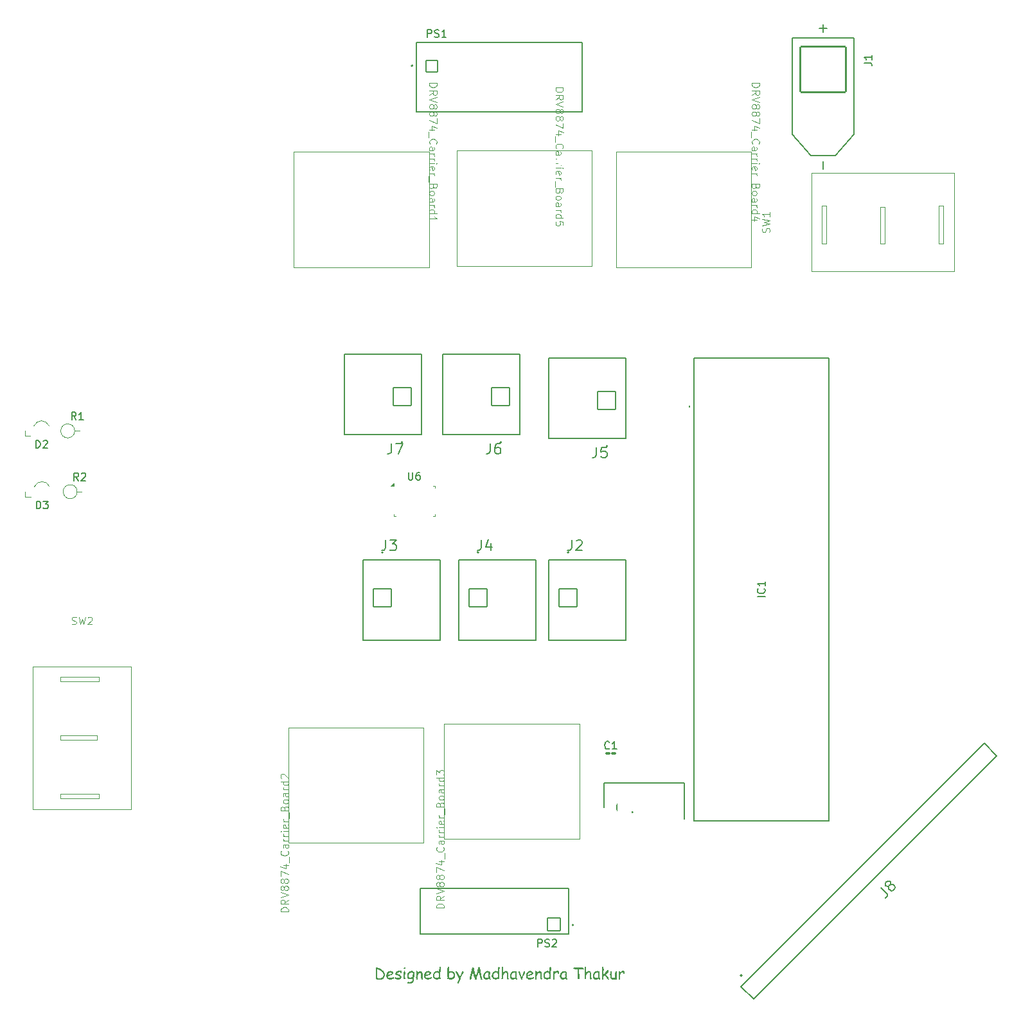
<source format=gto>
%TF.GenerationSoftware,KiCad,Pcbnew,8.0.5*%
%TF.CreationDate,2024-11-19T17:17:41-05:00*%
%TF.ProjectId,RoboCup25PCBv1,526f626f-4375-4703-9235-50434276312e,rev?*%
%TF.SameCoordinates,Original*%
%TF.FileFunction,Legend,Top*%
%TF.FilePolarity,Positive*%
%FSLAX46Y46*%
G04 Gerber Fmt 4.6, Leading zero omitted, Abs format (unit mm)*
G04 Created by KiCad (PCBNEW 8.0.5) date 2024-11-19 17:17:41*
%MOMM*%
%LPD*%
G01*
G04 APERTURE LIST*
G04 Aperture macros list*
%AMRoundRect*
0 Rectangle with rounded corners*
0 $1 Rounding radius*
0 $2 $3 $4 $5 $6 $7 $8 $9 X,Y pos of 4 corners*
0 Add a 4 corners polygon primitive as box body*
4,1,4,$2,$3,$4,$5,$6,$7,$8,$9,$2,$3,0*
0 Add four circle primitives for the rounded corners*
1,1,$1+$1,$2,$3*
1,1,$1+$1,$4,$5*
1,1,$1+$1,$6,$7*
1,1,$1+$1,$8,$9*
0 Add four rect primitives between the rounded corners*
20,1,$1+$1,$2,$3,$4,$5,0*
20,1,$1+$1,$4,$5,$6,$7,0*
20,1,$1+$1,$6,$7,$8,$9,0*
20,1,$1+$1,$8,$9,$2,$3,0*%
G04 Aperture macros list end*
%ADD10C,0.100000*%
%ADD11C,0.150000*%
%ADD12C,0.254000*%
%ADD13C,0.127000*%
%ADD14C,0.200000*%
%ADD15C,0.120000*%
%ADD16RoundRect,0.102000X-1.200000X-1.200000X1.200000X-1.200000X1.200000X1.200000X-1.200000X1.200000X0*%
%ADD17C,2.604000*%
%ADD18C,1.524000*%
%ADD19R,1.920000X1.920000*%
%ADD20C,1.920000*%
%ADD21RoundRect,0.102000X0.862500X0.862500X-0.862500X0.862500X-0.862500X-0.862500X0.862500X-0.862500X0*%
%ADD22C,1.929000*%
%ADD23RoundRect,0.102000X1.200000X1.200000X-1.200000X1.200000X-1.200000X-1.200000X1.200000X-1.200000X0*%
%ADD24R,0.254000X0.675000*%
%ADD25R,0.675000X0.254000*%
%ADD26C,1.400000*%
%ADD27O,1.400000X1.400000*%
%ADD28RoundRect,0.102000X-0.754000X-0.754000X0.754000X-0.754000X0.754000X0.754000X-0.754000X0.754000X0*%
%ADD29C,1.712000*%
%ADD30R,1.000000X0.900000*%
%ADD31R,0.400000X0.800000*%
%ADD32C,1.869000*%
%ADD33RoundRect,0.100000X-0.217500X-0.100000X0.217500X-0.100000X0.217500X0.100000X-0.217500X0.100000X0*%
%ADD34C,6.204000*%
%ADD35RoundRect,0.102000X-3.000000X3.000000X-3.000000X-3.000000X3.000000X-3.000000X3.000000X3.000000X0*%
%ADD36RoundRect,0.102000X0.000000X-0.988535X0.988535X0.000000X0.000000X0.988535X-0.988535X0.000000X0*%
%ADD37C,1.602000*%
G04 APERTURE END LIST*
D10*
G36*
X307738768Y-249634735D02*
G01*
X307808262Y-249666849D01*
X307833492Y-249679092D01*
X307904452Y-249712958D01*
X307974730Y-249745690D01*
X308017041Y-249763722D01*
X308088865Y-249790106D01*
X308157976Y-249819799D01*
X308224374Y-249852800D01*
X308288059Y-249889111D01*
X308363848Y-249939151D01*
X308435399Y-249994362D01*
X308502709Y-250054742D01*
X308515662Y-250067438D01*
X308572420Y-250128638D01*
X308621610Y-250191338D01*
X308663233Y-250255538D01*
X308697288Y-250321237D01*
X308729214Y-250405471D01*
X308749316Y-250492047D01*
X308757593Y-250580968D01*
X308757829Y-250599033D01*
X308753850Y-250674645D01*
X308741911Y-250748889D01*
X308722013Y-250821766D01*
X308694156Y-250893275D01*
X308674665Y-250933524D01*
X308635548Y-251000552D01*
X308590645Y-251061551D01*
X308539958Y-251116518D01*
X308483485Y-251165455D01*
X308448618Y-251190711D01*
X308383836Y-251227441D01*
X308309291Y-251256571D01*
X308224982Y-251278102D01*
X308147268Y-251290240D01*
X308062773Y-251297100D01*
X307990296Y-251298789D01*
X307915055Y-251293637D01*
X307842033Y-251280837D01*
X307818105Y-251275341D01*
X307744848Y-251254503D01*
X307675910Y-251224852D01*
X307642983Y-251203900D01*
X307632725Y-251203900D01*
X307562164Y-251177174D01*
X307558353Y-251173492D01*
X307528793Y-251104198D01*
X307528677Y-251098754D01*
X307529607Y-251021481D01*
X307529807Y-251014124D01*
X307738604Y-251014124D01*
X307760219Y-251027313D01*
X307828269Y-251061729D01*
X307899824Y-251080620D01*
X307980611Y-251087704D01*
X307989197Y-251087763D01*
X308072780Y-251085251D01*
X308147398Y-251077717D01*
X308223122Y-251062577D01*
X308294723Y-251036903D01*
X308331381Y-251016322D01*
X308389728Y-250969646D01*
X308440203Y-250913883D01*
X308482807Y-250849032D01*
X308490383Y-250834972D01*
X308521682Y-250762794D01*
X308541388Y-250688683D01*
X308549502Y-250612641D01*
X308549734Y-250597201D01*
X308541988Y-250509129D01*
X308518751Y-250425117D01*
X308480021Y-250345167D01*
X308437884Y-250284130D01*
X308385831Y-250225692D01*
X308323864Y-250169853D01*
X308251982Y-250116612D01*
X308232463Y-250103709D01*
X308162693Y-250063317D01*
X308087796Y-250024969D01*
X308010604Y-249987738D01*
X307939177Y-249954502D01*
X307859152Y-249918198D01*
X307770529Y-249878825D01*
X307747030Y-249868503D01*
X307752159Y-250162693D01*
X307755090Y-250456151D01*
X307738604Y-251014124D01*
X307529807Y-251014124D01*
X307531691Y-250944670D01*
X307534491Y-250866529D01*
X307537617Y-250791430D01*
X307538203Y-250778185D01*
X307541564Y-250701712D01*
X307544607Y-250622001D01*
X307546926Y-250543439D01*
X307548085Y-250464041D01*
X307548094Y-250457250D01*
X307547718Y-250380765D01*
X307546750Y-250297160D01*
X307545415Y-250211946D01*
X307543908Y-250129948D01*
X307543332Y-250100778D01*
X307541838Y-250016023D01*
X307540653Y-249939537D01*
X307539661Y-249860755D01*
X307539043Y-249784500D01*
X307538935Y-249744305D01*
X307567475Y-249673776D01*
X307582166Y-249656744D01*
X307644311Y-249614234D01*
X307668628Y-249610582D01*
X307738768Y-249634735D01*
G37*
G36*
X309533331Y-250130064D02*
G01*
X309607062Y-250140986D01*
X309680593Y-250161977D01*
X309730893Y-250184675D01*
X309795180Y-250231359D01*
X309841934Y-250297504D01*
X309861805Y-250369884D01*
X309863883Y-250405959D01*
X309847500Y-250481590D01*
X309803697Y-250546212D01*
X309747379Y-250595736D01*
X309680340Y-250633162D01*
X309613841Y-250664924D01*
X309539354Y-250698218D01*
X309529026Y-250702714D01*
X309135551Y-250875638D01*
X309187178Y-250935665D01*
X309247996Y-250982390D01*
X309279166Y-250999469D01*
X309353774Y-251026273D01*
X309430908Y-251038887D01*
X309479567Y-251040868D01*
X309556870Y-251034457D01*
X309628850Y-251019806D01*
X309646629Y-251015223D01*
X309719992Y-250990425D01*
X309783685Y-250951977D01*
X309803066Y-250929860D01*
X309858708Y-250880057D01*
X309878538Y-250876737D01*
X309942651Y-250905314D01*
X309971228Y-250971992D01*
X309953231Y-251043612D01*
X309906261Y-251102502D01*
X309840035Y-251150422D01*
X309786946Y-251178255D01*
X309718285Y-251206948D01*
X309640844Y-251231111D01*
X309564503Y-251246069D01*
X309489261Y-251251822D01*
X309479933Y-251251894D01*
X309395672Y-251247798D01*
X309317645Y-251235511D01*
X309245852Y-251215032D01*
X309169973Y-251180786D01*
X309102578Y-251135390D01*
X309049040Y-251083398D01*
X309000579Y-251013559D01*
X308971041Y-250945828D01*
X308952580Y-250870832D01*
X308945195Y-250788571D01*
X308945041Y-250774155D01*
X308947924Y-250699783D01*
X309117965Y-250699783D01*
X309434138Y-250560198D01*
X309510603Y-250524528D01*
X309576831Y-250490925D01*
X309646937Y-250450762D01*
X309700118Y-250414019D01*
X309637765Y-250373640D01*
X309561529Y-250348217D01*
X309481049Y-250338122D01*
X309451723Y-250337449D01*
X309377298Y-250346286D01*
X309304935Y-250376421D01*
X309247791Y-250422374D01*
X309242529Y-250427941D01*
X309194472Y-250493214D01*
X309158318Y-250567254D01*
X309131826Y-250645233D01*
X309117965Y-250699783D01*
X308947924Y-250699783D01*
X308948208Y-250692469D01*
X308957707Y-250615023D01*
X308973538Y-250541816D01*
X309000895Y-250459564D01*
X309037372Y-250383418D01*
X309074734Y-250324626D01*
X309121129Y-250267527D01*
X309182919Y-250211782D01*
X309251380Y-250169974D01*
X309326514Y-250142101D01*
X309408319Y-250128165D01*
X309451723Y-250126423D01*
X309533331Y-250130064D01*
G37*
G36*
X310844640Y-250407791D02*
G01*
X310774855Y-250380219D01*
X310765139Y-250366025D01*
X310745102Y-250290813D01*
X310738394Y-250243660D01*
X310661800Y-250264938D01*
X310584119Y-250288795D01*
X310510228Y-250312569D01*
X310500258Y-250315833D01*
X310427580Y-250350753D01*
X310365713Y-250399875D01*
X310333977Y-250466851D01*
X310333196Y-250478866D01*
X310394012Y-250495352D01*
X310478625Y-250512409D01*
X310554686Y-250531708D01*
X310632614Y-250557055D01*
X310707421Y-250589759D01*
X310746454Y-250612222D01*
X310811978Y-250664472D01*
X310861408Y-250726014D01*
X310894745Y-250796847D01*
X310911988Y-250876972D01*
X310914616Y-250926929D01*
X310905525Y-251006041D01*
X310878254Y-251074849D01*
X310832802Y-251133352D01*
X310769169Y-251181552D01*
X310696326Y-251215555D01*
X310623111Y-251236438D01*
X310541927Y-251248528D01*
X310464354Y-251251894D01*
X310389296Y-251248359D01*
X310316208Y-251237752D01*
X310245091Y-251220074D01*
X310206434Y-251207198D01*
X310137030Y-251175988D01*
X310078162Y-251129055D01*
X310048417Y-251061117D01*
X310047798Y-251048562D01*
X310078054Y-250979398D01*
X310080038Y-250977487D01*
X310148903Y-250947198D01*
X310154043Y-250947079D01*
X310221132Y-250979682D01*
X310236475Y-250992875D01*
X310308123Y-251021726D01*
X310347484Y-251029511D01*
X310421960Y-251038994D01*
X310463988Y-251040868D01*
X310540538Y-251036360D01*
X310616395Y-251020352D01*
X310682012Y-250987403D01*
X310712383Y-250925464D01*
X310696907Y-250853722D01*
X310650481Y-250796355D01*
X310583231Y-250757428D01*
X310516744Y-250735687D01*
X310409399Y-250712606D01*
X310331525Y-250693551D01*
X310258573Y-250668134D01*
X310214860Y-250644829D01*
X310160777Y-250589913D01*
X310134266Y-250516253D01*
X310131329Y-250475935D01*
X310138464Y-250401961D01*
X310164826Y-250326271D01*
X310210612Y-250262012D01*
X310275823Y-250209183D01*
X310334295Y-250178447D01*
X310408602Y-250150776D01*
X310483763Y-250127619D01*
X310532131Y-250113967D01*
X310602649Y-250093845D01*
X310677559Y-250069811D01*
X310727037Y-250050586D01*
X310800339Y-250033265D01*
X310818628Y-250032634D01*
X310887579Y-250057428D01*
X310891168Y-250060844D01*
X310919633Y-250128872D01*
X310919745Y-250134483D01*
X310930276Y-250209872D01*
X310932568Y-250220212D01*
X310944939Y-250293998D01*
X310945390Y-250305942D01*
X310920274Y-250375987D01*
X310916814Y-250379581D01*
X310847372Y-250407763D01*
X310844640Y-250407791D01*
G37*
G36*
X311367076Y-249868503D02*
G01*
X311295411Y-249848187D01*
X311281346Y-249837728D01*
X311245758Y-249771055D01*
X311245443Y-249762990D01*
X311274930Y-249694501D01*
X311281346Y-249688618D01*
X311348992Y-249658572D01*
X311367076Y-249657477D01*
X311438256Y-249678035D01*
X311452072Y-249688618D01*
X311487297Y-249754928D01*
X311487609Y-249762990D01*
X311458423Y-249831780D01*
X311452072Y-249837728D01*
X311382192Y-249867751D01*
X311367076Y-249868503D01*
G37*
G36*
X311413604Y-250723963D02*
G01*
X311414428Y-250802274D01*
X311416128Y-250881563D01*
X311416901Y-250911908D01*
X311418987Y-250990690D01*
X311420336Y-251064819D01*
X311420565Y-251100219D01*
X311397697Y-251170047D01*
X311392721Y-251175690D01*
X311325058Y-251204885D01*
X311319448Y-251205000D01*
X311250540Y-251179240D01*
X311246908Y-251175690D01*
X311218808Y-251105924D01*
X311218698Y-251100219D01*
X311217782Y-251021634D01*
X311215893Y-250942259D01*
X311215034Y-250911908D01*
X311212949Y-250833169D01*
X311211600Y-250759203D01*
X311211371Y-250723963D01*
X311212583Y-250650451D01*
X311215789Y-250573629D01*
X311220387Y-250496352D01*
X311221629Y-250478133D01*
X311226765Y-250399143D01*
X311230500Y-250320418D01*
X311232212Y-250244812D01*
X311232254Y-250232302D01*
X311255422Y-250161385D01*
X311260464Y-250155732D01*
X311330271Y-250126452D01*
X311333004Y-250126423D01*
X311401955Y-250152183D01*
X311405544Y-250155732D01*
X311433869Y-250223599D01*
X311434120Y-250232302D01*
X311432908Y-250305815D01*
X311429702Y-250382637D01*
X311425104Y-250459913D01*
X311423862Y-250478133D01*
X311418903Y-250557123D01*
X311415297Y-250635848D01*
X311413644Y-250711454D01*
X311413604Y-250723963D01*
G37*
G36*
X312363579Y-250131262D02*
G01*
X312438157Y-250148641D01*
X312446385Y-250151702D01*
X312512541Y-250190327D01*
X312545303Y-250227173D01*
X312616702Y-250249145D01*
X312652886Y-250316625D01*
X312655579Y-250351737D01*
X312651441Y-250426490D01*
X312641309Y-250505968D01*
X312633963Y-250551039D01*
X312622133Y-250625138D01*
X312611228Y-250701216D01*
X312606120Y-250748143D01*
X312582306Y-251100219D01*
X312578927Y-251176237D01*
X312572348Y-251258087D01*
X312562929Y-251332574D01*
X312548686Y-251408687D01*
X312540174Y-251443136D01*
X312517171Y-251513231D01*
X312484398Y-251582863D01*
X312439264Y-251647842D01*
X312391796Y-251693729D01*
X312323012Y-251736365D01*
X312251555Y-251763679D01*
X312169579Y-251781665D01*
X312090943Y-251789660D01*
X312034225Y-251791182D01*
X311960629Y-251789501D01*
X311887012Y-251783691D01*
X311810007Y-251771241D01*
X311804148Y-251769933D01*
X311730309Y-251741955D01*
X311680661Y-251684433D01*
X311674455Y-251646468D01*
X311694178Y-251574416D01*
X311764214Y-251546085D01*
X311838470Y-251554570D01*
X311887679Y-251564036D01*
X311961013Y-251575534D01*
X312034180Y-251580136D01*
X312079288Y-251580157D01*
X312159986Y-251569738D01*
X312228973Y-251541368D01*
X312286250Y-251495046D01*
X312331816Y-251430771D01*
X312352595Y-251385983D01*
X312374417Y-251313672D01*
X312388740Y-251236350D01*
X312397473Y-251159637D01*
X312402934Y-251073289D01*
X312404986Y-250993974D01*
X312368106Y-251061522D01*
X312322745Y-251122602D01*
X312272362Y-251169829D01*
X312206460Y-251207782D01*
X312133182Y-251226386D01*
X312096873Y-251228447D01*
X312018619Y-251222241D01*
X311947027Y-251203623D01*
X311873365Y-251167147D01*
X311808404Y-251114459D01*
X311793524Y-251098754D01*
X311747985Y-251038314D01*
X311713632Y-250970476D01*
X311690463Y-250895240D01*
X311678479Y-250812606D01*
X311676653Y-250762065D01*
X311677501Y-250743381D01*
X311876322Y-250743381D01*
X311881867Y-250822170D01*
X311900778Y-250893549D01*
X311933108Y-250948911D01*
X311993596Y-250995744D01*
X312069102Y-251015748D01*
X312103101Y-251017421D01*
X312180313Y-251002326D01*
X312249641Y-250961967D01*
X312305334Y-250910076D01*
X312353270Y-250848431D01*
X312388725Y-250781035D01*
X312406085Y-250714071D01*
X312419916Y-250639303D01*
X312431445Y-250563156D01*
X312441871Y-250484620D01*
X312451059Y-250408456D01*
X312452613Y-250394968D01*
X312386138Y-250358564D01*
X312366884Y-250351737D01*
X312292912Y-250337951D01*
X312275293Y-250337449D01*
X312193801Y-250343357D01*
X312120829Y-250361081D01*
X312047865Y-250395805D01*
X311986029Y-250445963D01*
X311972309Y-250460914D01*
X311925909Y-250528138D01*
X311897413Y-250595921D01*
X311880915Y-250671260D01*
X311876322Y-250743381D01*
X311677501Y-250743381D01*
X311680553Y-250676134D01*
X311692252Y-250595570D01*
X311711751Y-250520372D01*
X311739050Y-250450541D01*
X311774148Y-250386077D01*
X311826561Y-250315803D01*
X311836388Y-250304842D01*
X311890824Y-250253442D01*
X311951092Y-250210754D01*
X312017191Y-250176778D01*
X312089122Y-250151513D01*
X312166885Y-250134961D01*
X312250480Y-250127120D01*
X312285551Y-250126423D01*
X312363579Y-250131262D01*
G37*
G36*
X313661981Y-251251894D02*
G01*
X313589597Y-251226045D01*
X313561964Y-251160303D01*
X313533021Y-250946713D01*
X313524886Y-250870068D01*
X313520128Y-250796800D01*
X313518733Y-250733122D01*
X313521538Y-250656506D01*
X313522397Y-250640799D01*
X313525770Y-250566401D01*
X313526060Y-250548108D01*
X313522116Y-250466025D01*
X313505452Y-250390114D01*
X313453610Y-250338272D01*
X313443628Y-250337449D01*
X313365500Y-250353164D01*
X313296577Y-250394723D01*
X313242882Y-250446672D01*
X313223077Y-250470439D01*
X313178220Y-250534896D01*
X313138538Y-250607368D01*
X313108062Y-250677354D01*
X313081547Y-250753477D01*
X313074699Y-250776353D01*
X313068095Y-250852762D01*
X313065540Y-250874173D01*
X313059701Y-250947262D01*
X313059312Y-250970893D01*
X313064081Y-251046467D01*
X313065540Y-251061018D01*
X313071470Y-251136339D01*
X313071769Y-251150778D01*
X313046653Y-251220136D01*
X313043192Y-251223684D01*
X312973407Y-251251867D01*
X312970652Y-251251894D01*
X312900928Y-251227100D01*
X312897379Y-251223684D01*
X312870009Y-251155656D01*
X312869902Y-251150045D01*
X312864572Y-251074190D01*
X312862941Y-251059553D01*
X312856758Y-250985776D01*
X312856346Y-250968695D01*
X312858078Y-250887933D01*
X312862071Y-250807752D01*
X312867566Y-250725824D01*
X312871001Y-250681099D01*
X312876854Y-250604458D01*
X312881783Y-250526227D01*
X312885083Y-250450152D01*
X312886022Y-250393136D01*
X312883414Y-250316561D01*
X312882358Y-250297515D01*
X312879322Y-250222492D01*
X312879061Y-250201894D01*
X312906567Y-250132553D01*
X312908370Y-250130819D01*
X312978222Y-250103003D01*
X312980910Y-250102976D01*
X313051112Y-250132841D01*
X313081609Y-250207040D01*
X313085324Y-250238897D01*
X313088255Y-250360896D01*
X313142526Y-250293348D01*
X313197263Y-250237248D01*
X313263560Y-250185041D01*
X313330528Y-250149321D01*
X313409503Y-250128484D01*
X313443628Y-250126423D01*
X313519809Y-250135124D01*
X313590569Y-250165714D01*
X313645505Y-250218329D01*
X313673339Y-250265642D01*
X313699054Y-250339886D01*
X313713009Y-250416280D01*
X313720062Y-250496010D01*
X313721699Y-250540048D01*
X313721699Y-250639699D01*
X313720600Y-250731657D01*
X313724228Y-250806196D01*
X313732964Y-250881546D01*
X313742581Y-250943415D01*
X313754367Y-251019715D01*
X313762289Y-251092653D01*
X313764930Y-251154075D01*
X313737424Y-251223073D01*
X313735621Y-251224783D01*
X313667464Y-251251788D01*
X313661981Y-251251894D01*
G37*
G36*
X314505627Y-250130064D02*
G01*
X314579357Y-250140986D01*
X314652889Y-250161977D01*
X314703189Y-250184675D01*
X314767476Y-250231359D01*
X314814230Y-250297504D01*
X314834101Y-250369884D01*
X314836179Y-250405959D01*
X314819795Y-250481590D01*
X314775993Y-250546212D01*
X314719675Y-250595736D01*
X314652636Y-250633162D01*
X314586137Y-250664924D01*
X314511650Y-250698218D01*
X314501322Y-250702714D01*
X314107847Y-250875638D01*
X314159474Y-250935665D01*
X314220292Y-250982390D01*
X314251461Y-250999469D01*
X314326070Y-251026273D01*
X314403204Y-251038887D01*
X314451863Y-251040868D01*
X314529166Y-251034457D01*
X314601146Y-251019806D01*
X314618925Y-251015223D01*
X314692287Y-250990425D01*
X314755980Y-250951977D01*
X314775362Y-250929860D01*
X314831004Y-250880057D01*
X314850833Y-250876737D01*
X314914947Y-250905314D01*
X314943524Y-250971992D01*
X314925527Y-251043612D01*
X314878557Y-251102502D01*
X314812331Y-251150422D01*
X314759242Y-251178255D01*
X314690581Y-251206948D01*
X314613140Y-251231111D01*
X314536799Y-251246069D01*
X314461557Y-251251822D01*
X314452229Y-251251894D01*
X314367968Y-251247798D01*
X314289941Y-251235511D01*
X314218148Y-251215032D01*
X314142268Y-251180786D01*
X314074874Y-251135390D01*
X314021336Y-251083398D01*
X313972875Y-251013559D01*
X313943337Y-250945828D01*
X313924876Y-250870832D01*
X313917491Y-250788571D01*
X313917337Y-250774155D01*
X313920220Y-250699783D01*
X314090261Y-250699783D01*
X314406434Y-250560198D01*
X314482899Y-250524528D01*
X314549127Y-250490925D01*
X314619233Y-250450762D01*
X314672414Y-250414019D01*
X314610061Y-250373640D01*
X314533825Y-250348217D01*
X314453345Y-250338122D01*
X314424019Y-250337449D01*
X314349594Y-250346286D01*
X314277231Y-250376421D01*
X314220087Y-250422374D01*
X314214825Y-250427941D01*
X314166768Y-250493214D01*
X314130614Y-250567254D01*
X314104121Y-250645233D01*
X314090261Y-250699783D01*
X313920220Y-250699783D01*
X313920504Y-250692469D01*
X313930003Y-250615023D01*
X313945834Y-250541816D01*
X313973191Y-250459564D01*
X314009667Y-250383418D01*
X314047030Y-250324626D01*
X314093425Y-250267527D01*
X314155215Y-250211782D01*
X314223676Y-250169974D01*
X314298809Y-250142101D01*
X314380615Y-250128165D01*
X314424019Y-250126423D01*
X314505627Y-250130064D01*
G37*
G36*
X316088046Y-249588600D02*
G01*
X316111493Y-249663339D01*
X316109529Y-249742186D01*
X316105723Y-249818706D01*
X316101235Y-249892042D01*
X316095464Y-249976151D01*
X316088412Y-250071033D01*
X316082281Y-250149265D01*
X316075429Y-250233557D01*
X316070460Y-250293119D01*
X316065010Y-250368430D01*
X316061118Y-250443786D01*
X316058782Y-250519188D01*
X316058004Y-250594637D01*
X316058502Y-250677389D01*
X316059996Y-250754921D01*
X316063264Y-250844494D01*
X316068089Y-250925910D01*
X316074470Y-250999169D01*
X316084181Y-251076311D01*
X316089877Y-251110478D01*
X316091709Y-251133925D01*
X316062766Y-251201702D01*
X315996088Y-251228447D01*
X315929570Y-251192097D01*
X315902299Y-251135390D01*
X315836422Y-251178597D01*
X315768301Y-251212687D01*
X315748426Y-251220753D01*
X315677210Y-251242041D01*
X315603328Y-251251408D01*
X315581730Y-251251894D01*
X315504347Y-251246884D01*
X315432116Y-251231853D01*
X315354358Y-251201652D01*
X315283613Y-251157811D01*
X315228555Y-251109378D01*
X315179499Y-251051801D01*
X315140593Y-250988427D01*
X315111836Y-250919257D01*
X315093229Y-250844291D01*
X315084771Y-250763529D01*
X315084207Y-250735321D01*
X315084410Y-250730558D01*
X315266657Y-250730558D01*
X315275852Y-250806543D01*
X315303436Y-250875587D01*
X315349411Y-250937690D01*
X315360812Y-250949277D01*
X315423001Y-250997577D01*
X315491416Y-251027988D01*
X315566055Y-251040511D01*
X315581730Y-251040868D01*
X315657175Y-251034187D01*
X315728276Y-251010460D01*
X315793206Y-250967018D01*
X315842581Y-250928394D01*
X315872257Y-250897986D01*
X315869326Y-250727627D01*
X315870425Y-250613321D01*
X315872257Y-250497184D01*
X315833228Y-250434943D01*
X315776258Y-250382530D01*
X315768210Y-250377383D01*
X315696952Y-250347432D01*
X315624082Y-250337605D01*
X315612871Y-250337449D01*
X315531653Y-250343586D01*
X315453255Y-250365159D01*
X315388595Y-250402267D01*
X315353119Y-250435635D01*
X315311323Y-250498511D01*
X315285655Y-250567588D01*
X315270794Y-250649076D01*
X315266657Y-250730558D01*
X315084410Y-250730558D01*
X315087767Y-250651679D01*
X315098447Y-250573405D01*
X315116246Y-250500497D01*
X315147004Y-250420091D01*
X315188014Y-250347414D01*
X315230020Y-250292752D01*
X315287753Y-250236226D01*
X315351590Y-250191396D01*
X315421533Y-250158260D01*
X315497581Y-250136819D01*
X315579734Y-250127073D01*
X315608475Y-250126423D01*
X315684344Y-250130795D01*
X315757264Y-250147237D01*
X315793122Y-250163426D01*
X315889842Y-250234501D01*
X315892570Y-250156193D01*
X315895394Y-250082839D01*
X315899309Y-249992736D01*
X315903397Y-249911437D01*
X315908747Y-249822195D01*
X315914366Y-249746709D01*
X315922683Y-249664140D01*
X315923914Y-249654546D01*
X315953956Y-249586402D01*
X316017704Y-249563688D01*
X316088046Y-249588600D01*
G37*
G36*
X317183229Y-249622054D02*
G01*
X317194099Y-249676528D01*
X317188970Y-249718660D01*
X317183841Y-249760792D01*
X317180910Y-249985739D01*
X317178712Y-250248056D01*
X317244743Y-250206720D01*
X317313371Y-250171590D01*
X317349071Y-250156831D01*
X317422804Y-250135005D01*
X317496661Y-250126453D01*
X317501113Y-250126423D01*
X317581295Y-250132399D01*
X317655604Y-250150328D01*
X317724039Y-250180210D01*
X317786602Y-250222044D01*
X317843291Y-250275831D01*
X317860882Y-250296416D01*
X317904958Y-250358893D01*
X317939914Y-250426521D01*
X317965751Y-250499302D01*
X317982469Y-250577234D01*
X317990069Y-250660319D01*
X317990575Y-250689159D01*
X317985243Y-250774738D01*
X317969246Y-250855345D01*
X317942584Y-250930980D01*
X317905258Y-251001644D01*
X317857267Y-251067337D01*
X317838900Y-251088129D01*
X317779545Y-251143784D01*
X317714961Y-251187923D01*
X317645147Y-251220549D01*
X317570104Y-251241659D01*
X317489831Y-251251254D01*
X317461912Y-251251894D01*
X317384929Y-251247337D01*
X317311519Y-251233668D01*
X317241681Y-251210884D01*
X317175415Y-251178988D01*
X317117918Y-251225356D01*
X317095181Y-251228447D01*
X317028503Y-251201336D01*
X317001392Y-251133192D01*
X317003798Y-251058017D01*
X317003956Y-251054790D01*
X317006498Y-250981196D01*
X317006521Y-250976022D01*
X317005948Y-250897726D01*
X317004666Y-250819942D01*
X317002943Y-250740837D01*
X317001020Y-250664828D01*
X317000659Y-250651423D01*
X317000650Y-250651057D01*
X317177613Y-250651057D01*
X317178712Y-250804930D01*
X317179811Y-250966863D01*
X317248204Y-250995006D01*
X317319030Y-251022184D01*
X317391104Y-251036763D01*
X317461912Y-251040868D01*
X317541732Y-251032928D01*
X317613033Y-251009106D01*
X317675813Y-250969404D01*
X317707009Y-250940484D01*
X317753409Y-250879900D01*
X317784624Y-250811491D01*
X317800653Y-250735258D01*
X317802997Y-250689525D01*
X317796882Y-250610712D01*
X317778538Y-250539550D01*
X317743812Y-250469455D01*
X317725694Y-250444061D01*
X317667870Y-250387840D01*
X317598812Y-250352441D01*
X317518519Y-250337865D01*
X317501113Y-250337449D01*
X317426540Y-250346144D01*
X317355788Y-250369791D01*
X317328189Y-250382878D01*
X317264781Y-250421695D01*
X317198982Y-250466775D01*
X317179811Y-250480331D01*
X317177613Y-250651057D01*
X317000650Y-250651057D01*
X316998791Y-250574027D01*
X316997101Y-250493337D01*
X316995813Y-250413784D01*
X316995185Y-250340436D01*
X316995163Y-250326458D01*
X316995318Y-250251651D01*
X316995637Y-250170932D01*
X316996005Y-250093565D01*
X316996263Y-250043625D01*
X316996636Y-249970252D01*
X316996974Y-249896436D01*
X316997254Y-249820180D01*
X316997362Y-249760059D01*
X317008406Y-249684640D01*
X317023007Y-249649417D01*
X317075615Y-249595893D01*
X317116796Y-249587135D01*
X317183229Y-249622054D01*
G37*
G36*
X319124839Y-250286891D02*
G01*
X318768367Y-251051493D01*
X318736361Y-251119866D01*
X318699075Y-251201339D01*
X318664813Y-251278375D01*
X318633573Y-251350976D01*
X318605357Y-251419139D01*
X318575489Y-251495080D01*
X318566500Y-251518974D01*
X318498356Y-251717177D01*
X318455865Y-251777017D01*
X318405666Y-251791182D01*
X318334912Y-251767354D01*
X318330928Y-251764071D01*
X318299787Y-251697393D01*
X318313686Y-251623983D01*
X318336489Y-251553218D01*
X318362549Y-251482825D01*
X318395559Y-251400181D01*
X318424877Y-251330159D01*
X318458104Y-251253246D01*
X318495241Y-251169442D01*
X318522170Y-251109745D01*
X318153241Y-250396800D01*
X318107079Y-250321329D01*
X318079915Y-250251912D01*
X318079235Y-250241461D01*
X318103919Y-250170015D01*
X318111475Y-250161228D01*
X318176893Y-250126729D01*
X318184382Y-250126423D01*
X318252290Y-250156813D01*
X318257288Y-250163426D01*
X318301475Y-250229389D01*
X318346475Y-250301980D01*
X318392288Y-250381201D01*
X318438913Y-250467050D01*
X318474416Y-250535788D01*
X318510376Y-250608254D01*
X318546793Y-250684448D01*
X318583667Y-250764372D01*
X318620999Y-250848024D01*
X318633545Y-250876737D01*
X318785952Y-250513670D01*
X318816645Y-250446286D01*
X318851900Y-250371676D01*
X318886559Y-250301379D01*
X318920622Y-250235395D01*
X318944588Y-250190903D01*
X318993818Y-250135491D01*
X319031050Y-250126423D01*
X319099653Y-250152300D01*
X319105788Y-250157930D01*
X319138108Y-250224666D01*
X319138394Y-250232669D01*
X319124839Y-250286891D01*
G37*
G36*
X321477997Y-251298789D02*
G01*
X321408166Y-251270210D01*
X321386406Y-251243468D01*
X321355180Y-251175469D01*
X321333812Y-251099469D01*
X321330718Y-251085931D01*
X321293715Y-250902749D01*
X321276053Y-250824426D01*
X321258697Y-250737098D01*
X321243086Y-250652797D01*
X321225942Y-250555661D01*
X321212076Y-250474388D01*
X321197348Y-250385894D01*
X321181757Y-250290182D01*
X321165303Y-250187251D01*
X321159626Y-250151336D01*
X320953729Y-250793206D01*
X320892913Y-250995439D01*
X320869464Y-251066286D01*
X320840476Y-251140063D01*
X320815610Y-251192177D01*
X320757470Y-251240464D01*
X320699106Y-251251894D01*
X320627936Y-251229729D01*
X320603485Y-251205000D01*
X320575408Y-251135764D01*
X320562086Y-251091060D01*
X320532411Y-250973091D01*
X320513117Y-250902145D01*
X320494256Y-250830265D01*
X320475825Y-250757451D01*
X320457827Y-250683703D01*
X320440260Y-250609022D01*
X320423124Y-250533407D01*
X320406419Y-250456858D01*
X320390147Y-250379375D01*
X320374305Y-250300958D01*
X320358896Y-250221608D01*
X320348862Y-250168189D01*
X320311859Y-250357233D01*
X320178869Y-250914473D01*
X320168963Y-250993266D01*
X320154740Y-251074156D01*
X320139872Y-251147288D01*
X320127212Y-251205000D01*
X320079839Y-251261878D01*
X320025362Y-251275341D01*
X319954651Y-251249781D01*
X319944762Y-251239438D01*
X319919217Y-251169177D01*
X319919117Y-251163600D01*
X319922518Y-251085174D01*
X319930847Y-251012007D01*
X319944173Y-250933353D01*
X319962497Y-250849212D01*
X319981585Y-250774904D01*
X319990191Y-250744113D01*
X320103764Y-250315101D01*
X320163482Y-249979877D01*
X320180685Y-249897394D01*
X320201179Y-249815619D01*
X320225159Y-249741224D01*
X320259103Y-249672131D01*
X320314980Y-249620740D01*
X320360952Y-249610582D01*
X320431449Y-249641351D01*
X320460969Y-249689351D01*
X320486729Y-249767868D01*
X320505443Y-249845694D01*
X320521929Y-249927387D01*
X320535983Y-250006032D01*
X320547431Y-250075865D01*
X320562115Y-250164239D01*
X320578687Y-250254422D01*
X320597148Y-250346413D01*
X320617499Y-250440214D01*
X320634001Y-250511752D01*
X320651566Y-250584307D01*
X320670194Y-250657880D01*
X320689884Y-250732470D01*
X320710637Y-250808077D01*
X320717791Y-250833506D01*
X320746007Y-250756342D01*
X320773501Y-250678586D01*
X320800274Y-250600237D01*
X320826326Y-250521295D01*
X320851657Y-250441761D01*
X320876266Y-250361635D01*
X320900154Y-250280916D01*
X320923321Y-250199604D01*
X320945767Y-250117700D01*
X320967491Y-250035204D01*
X320981573Y-249979877D01*
X321012348Y-249824539D01*
X321030620Y-249749416D01*
X321056998Y-249680562D01*
X321060708Y-249673230D01*
X321115435Y-249622573D01*
X321170983Y-249610582D01*
X321240497Y-249641367D01*
X321283800Y-249708747D01*
X321306172Y-249771416D01*
X321322000Y-249849455D01*
X321333656Y-249925839D01*
X321343524Y-249999435D01*
X321346472Y-250022742D01*
X321358136Y-250111700D01*
X321370321Y-250198185D01*
X321383029Y-250282197D01*
X321396257Y-250363736D01*
X321410008Y-250442802D01*
X321424280Y-250519395D01*
X321439074Y-250593515D01*
X321459610Y-250688495D01*
X321481074Y-250779078D01*
X321497780Y-250844131D01*
X321548339Y-251027313D01*
X321568818Y-251103298D01*
X321584746Y-251174935D01*
X321587173Y-251197672D01*
X321557549Y-251265807D01*
X321553468Y-251269480D01*
X321485819Y-251298531D01*
X321477997Y-251298789D01*
G37*
G36*
X322367822Y-250134102D02*
G01*
X322444767Y-250154822D01*
X322492459Y-250172951D01*
X322560112Y-250207425D01*
X322615873Y-250259340D01*
X322632411Y-250312903D01*
X322611528Y-250362362D01*
X322599957Y-250436067D01*
X322595408Y-250492055D01*
X322591956Y-250566535D01*
X322589968Y-250647391D01*
X322589180Y-250722498D01*
X322590425Y-250797574D01*
X322597019Y-250873686D01*
X322606765Y-250925464D01*
X322630175Y-250999478D01*
X322658657Y-251074809D01*
X322671612Y-251107547D01*
X322695059Y-251162501D01*
X322701287Y-251180087D01*
X322672344Y-251248230D01*
X322605300Y-251275341D01*
X322543627Y-251232013D01*
X322534225Y-251222585D01*
X322485682Y-251165054D01*
X322465348Y-251134658D01*
X322400113Y-251171120D01*
X322330160Y-251205618D01*
X322290959Y-251222219D01*
X322218088Y-251245374D01*
X322165296Y-251251894D01*
X322079494Y-251247141D01*
X322002888Y-251232883D01*
X321925138Y-251204235D01*
X321859904Y-251162649D01*
X321813953Y-251116706D01*
X321773411Y-251054618D01*
X321742827Y-250979592D01*
X321724537Y-250904987D01*
X321713563Y-250820877D01*
X321710007Y-250743523D01*
X321709933Y-250731657D01*
X321913237Y-250731657D01*
X321917961Y-250812508D01*
X321934290Y-250887999D01*
X321969281Y-250958659D01*
X321972955Y-250963565D01*
X322031391Y-251013616D01*
X322102935Y-251037169D01*
X322152473Y-251040868D01*
X322227886Y-251035427D01*
X322302580Y-251015624D01*
X322320268Y-251007896D01*
X322385346Y-250966242D01*
X322424316Y-250936088D01*
X322414817Y-250861075D01*
X322405543Y-250779158D01*
X322398588Y-250706077D01*
X322393404Y-250631983D01*
X322391343Y-250562030D01*
X322395255Y-250488450D01*
X322396838Y-250473736D01*
X322408379Y-250398792D01*
X322413691Y-250372254D01*
X322348478Y-250345875D01*
X322304881Y-250337449D01*
X322227738Y-250344914D01*
X322156045Y-250367308D01*
X322089802Y-250404631D01*
X322029009Y-250456884D01*
X321978359Y-250518708D01*
X321942180Y-250585111D01*
X321920473Y-250656094D01*
X321913237Y-250731657D01*
X321709933Y-250731657D01*
X321709905Y-250727260D01*
X321714091Y-250651399D01*
X321726649Y-250579062D01*
X321752770Y-250496909D01*
X321790946Y-250419831D01*
X321841178Y-250347827D01*
X321881364Y-250302644D01*
X321936678Y-250251877D01*
X322007329Y-250202315D01*
X322082643Y-250165144D01*
X322162619Y-250140362D01*
X322247258Y-250127972D01*
X322291325Y-250126423D01*
X322367822Y-250134102D01*
G37*
G36*
X323841779Y-249588600D02*
G01*
X323865226Y-249663339D01*
X323863263Y-249742186D01*
X323859456Y-249818706D01*
X323854968Y-249892042D01*
X323849198Y-249976151D01*
X323842145Y-250071033D01*
X323836014Y-250149265D01*
X323829162Y-250233557D01*
X323824193Y-250293119D01*
X323818744Y-250368430D01*
X323814851Y-250443786D01*
X323812516Y-250519188D01*
X323811737Y-250594637D01*
X323812235Y-250677389D01*
X323813729Y-250754921D01*
X323816998Y-250844494D01*
X323821822Y-250925910D01*
X323828203Y-250999169D01*
X323837915Y-251076311D01*
X323843611Y-251110478D01*
X323845443Y-251133925D01*
X323816500Y-251201702D01*
X323749822Y-251228447D01*
X323683304Y-251192097D01*
X323656032Y-251135390D01*
X323590155Y-251178597D01*
X323522035Y-251212687D01*
X323502159Y-251220753D01*
X323430943Y-251242041D01*
X323357062Y-251251408D01*
X323335464Y-251251894D01*
X323258081Y-251246884D01*
X323185850Y-251231853D01*
X323108092Y-251201652D01*
X323037346Y-251157811D01*
X322982288Y-251109378D01*
X322933233Y-251051801D01*
X322894327Y-250988427D01*
X322865570Y-250919257D01*
X322846963Y-250844291D01*
X322838505Y-250763529D01*
X322837941Y-250735321D01*
X322838144Y-250730558D01*
X323020390Y-250730558D01*
X323029585Y-250806543D01*
X323057170Y-250875587D01*
X323103144Y-250937690D01*
X323114546Y-250949277D01*
X323176735Y-250997577D01*
X323245149Y-251027988D01*
X323319789Y-251040511D01*
X323335464Y-251040868D01*
X323410908Y-251034187D01*
X323482009Y-251010460D01*
X323546939Y-250967018D01*
X323596315Y-250928394D01*
X323625990Y-250897986D01*
X323623060Y-250727627D01*
X323624159Y-250613321D01*
X323625990Y-250497184D01*
X323586961Y-250434943D01*
X323529992Y-250382530D01*
X323521943Y-250377383D01*
X323450685Y-250347432D01*
X323377816Y-250337605D01*
X323366605Y-250337449D01*
X323285386Y-250343586D01*
X323206989Y-250365159D01*
X323142328Y-250402267D01*
X323106852Y-250435635D01*
X323065057Y-250498511D01*
X323039388Y-250567588D01*
X323024528Y-250649076D01*
X323020390Y-250730558D01*
X322838144Y-250730558D01*
X322841501Y-250651679D01*
X322852180Y-250573405D01*
X322869980Y-250500497D01*
X322900737Y-250420091D01*
X322941747Y-250347414D01*
X322983754Y-250292752D01*
X323041486Y-250236226D01*
X323105324Y-250191396D01*
X323175266Y-250158260D01*
X323251314Y-250136819D01*
X323333467Y-250127073D01*
X323362208Y-250126423D01*
X323438078Y-250130795D01*
X323510998Y-250147237D01*
X323546856Y-250163426D01*
X323643576Y-250234501D01*
X323646303Y-250156193D01*
X323649127Y-250082839D01*
X323653043Y-249992736D01*
X323657130Y-249911437D01*
X323662481Y-249822195D01*
X323668099Y-249746709D01*
X323676417Y-249664140D01*
X323677648Y-249654546D01*
X323707690Y-249586402D01*
X323771437Y-249563688D01*
X323841779Y-249588600D01*
G37*
G36*
X324969815Y-251251894D02*
G01*
X324900627Y-251224513D01*
X324873827Y-251174225D01*
X324856757Y-251101135D01*
X324843319Y-251025115D01*
X324831836Y-250944950D01*
X324830596Y-250935355D01*
X324821741Y-250856095D01*
X324815301Y-250777885D01*
X324812349Y-250703838D01*
X324812278Y-250691723D01*
X324814532Y-250617427D01*
X324814842Y-250610757D01*
X324817367Y-250536906D01*
X324817407Y-250529790D01*
X324812779Y-250454845D01*
X324790110Y-250379711D01*
X324726637Y-250337637D01*
X324720687Y-250337449D01*
X324641468Y-250349077D01*
X324567758Y-250383960D01*
X324506131Y-250435238D01*
X324486580Y-250456517D01*
X324441552Y-250517740D01*
X324400613Y-250584146D01*
X324364524Y-250647937D01*
X324342233Y-250689159D01*
X324341717Y-250784161D01*
X324340172Y-250868952D01*
X324337596Y-250943530D01*
X324332927Y-251022391D01*
X324325199Y-251095962D01*
X324309260Y-251163234D01*
X324260631Y-251219276D01*
X324219501Y-251228447D01*
X324149519Y-251203331D01*
X324145495Y-251199870D01*
X324113652Y-251132448D01*
X324113621Y-251129895D01*
X324122780Y-251084832D01*
X324131473Y-251008887D01*
X324134138Y-250935355D01*
X324137435Y-250783681D01*
X324140366Y-250030069D01*
X324144538Y-249952496D01*
X324147436Y-249878387D01*
X324147693Y-249858977D01*
X324142129Y-249783689D01*
X324137801Y-249760059D01*
X324128383Y-249684899D01*
X324127909Y-249662972D01*
X324155759Y-249593675D01*
X324157585Y-249591898D01*
X324225827Y-249563798D01*
X324231224Y-249563688D01*
X324301291Y-249588193D01*
X324330143Y-249650516D01*
X324340580Y-249725362D01*
X324345869Y-249798932D01*
X324346263Y-249823440D01*
X324345284Y-249902437D01*
X324342667Y-249977024D01*
X324339302Y-250039595D01*
X324335886Y-250114921D01*
X324334201Y-250191287D01*
X324334173Y-250261612D01*
X324335272Y-250352103D01*
X324383774Y-250292946D01*
X324439774Y-250237819D01*
X324503935Y-250190073D01*
X324515889Y-250182843D01*
X324583518Y-250150721D01*
X324660454Y-250130886D01*
X324720321Y-250126423D01*
X324799158Y-250133361D01*
X324871810Y-250157753D01*
X324932618Y-250205452D01*
X324955160Y-250237431D01*
X324983719Y-250311225D01*
X324997903Y-250386248D01*
X325005305Y-250467094D01*
X325006817Y-250500847D01*
X325015244Y-250697219D01*
X325035760Y-250911542D01*
X325046363Y-250990780D01*
X325058523Y-251063265D01*
X325070931Y-251123300D01*
X325074961Y-251152976D01*
X325045736Y-251221907D01*
X325043820Y-251223684D01*
X324975170Y-251251784D01*
X324969815Y-251251894D01*
G37*
G36*
X325886385Y-250134102D02*
G01*
X325963330Y-250154822D01*
X326011022Y-250172951D01*
X326078674Y-250207425D01*
X326134436Y-250259340D01*
X326150973Y-250312903D01*
X326130090Y-250362362D01*
X326118520Y-250436067D01*
X326113970Y-250492055D01*
X326110518Y-250566535D01*
X326108531Y-250647391D01*
X326107742Y-250722498D01*
X326108987Y-250797574D01*
X326115582Y-250873686D01*
X326125327Y-250925464D01*
X326148738Y-250999478D01*
X326177220Y-251074809D01*
X326190174Y-251107547D01*
X326213621Y-251162501D01*
X326219849Y-251180087D01*
X326190907Y-251248230D01*
X326123862Y-251275341D01*
X326062190Y-251232013D01*
X326052787Y-251222585D01*
X326004244Y-251165054D01*
X325983911Y-251134658D01*
X325918675Y-251171120D01*
X325848722Y-251205618D01*
X325809521Y-251222219D01*
X325736650Y-251245374D01*
X325683859Y-251251894D01*
X325598056Y-251247141D01*
X325521450Y-251232883D01*
X325443700Y-251204235D01*
X325378467Y-251162649D01*
X325332515Y-251116706D01*
X325291973Y-251054618D01*
X325261389Y-250979592D01*
X325243099Y-250904987D01*
X325232126Y-250820877D01*
X325228569Y-250743523D01*
X325228495Y-250731657D01*
X325431800Y-250731657D01*
X325436524Y-250812508D01*
X325452853Y-250887999D01*
X325487843Y-250958659D01*
X325491517Y-250963565D01*
X325549954Y-251013616D01*
X325621498Y-251037169D01*
X325671036Y-251040868D01*
X325746449Y-251035427D01*
X325821142Y-251015624D01*
X325838831Y-251007896D01*
X325903909Y-250966242D01*
X325942878Y-250936088D01*
X325933379Y-250861075D01*
X325924105Y-250779158D01*
X325917150Y-250706077D01*
X325911966Y-250631983D01*
X325909905Y-250562030D01*
X325913818Y-250488450D01*
X325915401Y-250473736D01*
X325926941Y-250398792D01*
X325932254Y-250372254D01*
X325867041Y-250345875D01*
X325823443Y-250337449D01*
X325746301Y-250344914D01*
X325674608Y-250367308D01*
X325608365Y-250404631D01*
X325547571Y-250456884D01*
X325496921Y-250518708D01*
X325460743Y-250585111D01*
X325439036Y-250656094D01*
X325431800Y-250731657D01*
X325228495Y-250731657D01*
X325228468Y-250727260D01*
X325232654Y-250651399D01*
X325245212Y-250579062D01*
X325271332Y-250496909D01*
X325309509Y-250419831D01*
X325359741Y-250347827D01*
X325399926Y-250302644D01*
X325455240Y-250251877D01*
X325525891Y-250202315D01*
X325601205Y-250165144D01*
X325681181Y-250140362D01*
X325765820Y-250127972D01*
X325809888Y-250126423D01*
X325886385Y-250134102D01*
G37*
G36*
X326868681Y-251151877D02*
G01*
X326843768Y-251223043D01*
X326774891Y-251246765D01*
X326703085Y-251218712D01*
X326665348Y-251158105D01*
X326507812Y-250740816D01*
X326324630Y-250269305D01*
X326314005Y-250223876D01*
X326343918Y-250156797D01*
X326345879Y-250155000D01*
X326415023Y-250126535D01*
X326420251Y-250126423D01*
X326488761Y-250153090D01*
X326508911Y-250182843D01*
X326770495Y-250901284D01*
X326800900Y-250834393D01*
X326834139Y-250757096D01*
X326864003Y-250684732D01*
X326895834Y-250605141D01*
X326922716Y-250536264D01*
X326950858Y-250462763D01*
X326965401Y-250424277D01*
X326990766Y-250353145D01*
X327018751Y-250279228D01*
X327045622Y-250210512D01*
X327052962Y-250192002D01*
X327103251Y-250135645D01*
X327143454Y-250126423D01*
X327213800Y-250152827D01*
X327217826Y-250156465D01*
X327249668Y-250224620D01*
X327249699Y-250227173D01*
X327225794Y-250307201D01*
X327195913Y-250385391D01*
X327161881Y-250469991D01*
X327128679Y-250550397D01*
X327100292Y-250618124D01*
X327079706Y-250666810D01*
X326868681Y-251151877D01*
G37*
G36*
X327949730Y-250130064D02*
G01*
X328023461Y-250140986D01*
X328096993Y-250161977D01*
X328147292Y-250184675D01*
X328211579Y-250231359D01*
X328258334Y-250297504D01*
X328278204Y-250369884D01*
X328280282Y-250405959D01*
X328263899Y-250481590D01*
X328220096Y-250546212D01*
X328163778Y-250595736D01*
X328096739Y-250633162D01*
X328030240Y-250664924D01*
X327955754Y-250698218D01*
X327945425Y-250702714D01*
X327551950Y-250875638D01*
X327603577Y-250935665D01*
X327664395Y-250982390D01*
X327695565Y-250999469D01*
X327770173Y-251026273D01*
X327847307Y-251038887D01*
X327895966Y-251040868D01*
X327973269Y-251034457D01*
X328045249Y-251019806D01*
X328063028Y-251015223D01*
X328136391Y-250990425D01*
X328200084Y-250951977D01*
X328219466Y-250929860D01*
X328275107Y-250880057D01*
X328294937Y-250876737D01*
X328359050Y-250905314D01*
X328387627Y-250971992D01*
X328369631Y-251043612D01*
X328322661Y-251102502D01*
X328256434Y-251150422D01*
X328203346Y-251178255D01*
X328134684Y-251206948D01*
X328057244Y-251231111D01*
X327980902Y-251246069D01*
X327905660Y-251251822D01*
X327896332Y-251251894D01*
X327812071Y-251247798D01*
X327734044Y-251235511D01*
X327662251Y-251215032D01*
X327586372Y-251180786D01*
X327518977Y-251135390D01*
X327465439Y-251083398D01*
X327416978Y-251013559D01*
X327387440Y-250945828D01*
X327368979Y-250870832D01*
X327361594Y-250788571D01*
X327361441Y-250774155D01*
X327364324Y-250699783D01*
X327534364Y-250699783D01*
X327850537Y-250560198D01*
X327927002Y-250524528D01*
X327993230Y-250490925D01*
X328063336Y-250450762D01*
X328116517Y-250414019D01*
X328054164Y-250373640D01*
X327977929Y-250348217D01*
X327897448Y-250338122D01*
X327868122Y-250337449D01*
X327793697Y-250346286D01*
X327721334Y-250376421D01*
X327664190Y-250422374D01*
X327658928Y-250427941D01*
X327610872Y-250493214D01*
X327574717Y-250567254D01*
X327548225Y-250645233D01*
X327534364Y-250699783D01*
X327364324Y-250699783D01*
X327364607Y-250692469D01*
X327374106Y-250615023D01*
X327389938Y-250541816D01*
X327417295Y-250459564D01*
X327453771Y-250383418D01*
X327491133Y-250324626D01*
X327537528Y-250267527D01*
X327599318Y-250211782D01*
X327667779Y-250169974D01*
X327742913Y-250142101D01*
X327824718Y-250128165D01*
X327868122Y-250126423D01*
X327949730Y-250130064D01*
G37*
G36*
X329355561Y-251251894D02*
G01*
X329283177Y-251226045D01*
X329255544Y-251160303D01*
X329226601Y-250946713D01*
X329218466Y-250870068D01*
X329213708Y-250796800D01*
X329212313Y-250733122D01*
X329215118Y-250656506D01*
X329215976Y-250640799D01*
X329219350Y-250566401D01*
X329219640Y-250548108D01*
X329215696Y-250466025D01*
X329199032Y-250390114D01*
X329147190Y-250338272D01*
X329137208Y-250337449D01*
X329059080Y-250353164D01*
X328990157Y-250394723D01*
X328936462Y-250446672D01*
X328916657Y-250470439D01*
X328871800Y-250534896D01*
X328832118Y-250607368D01*
X328801642Y-250677354D01*
X328775127Y-250753477D01*
X328768279Y-250776353D01*
X328761675Y-250852762D01*
X328759120Y-250874173D01*
X328753281Y-250947262D01*
X328752892Y-250970893D01*
X328757660Y-251046467D01*
X328759120Y-251061018D01*
X328765050Y-251136339D01*
X328765348Y-251150778D01*
X328740232Y-251220136D01*
X328736772Y-251223684D01*
X328666987Y-251251867D01*
X328664232Y-251251894D01*
X328594508Y-251227100D01*
X328590959Y-251223684D01*
X328563589Y-251155656D01*
X328563482Y-251150045D01*
X328558152Y-251074190D01*
X328556521Y-251059553D01*
X328550338Y-250985776D01*
X328549926Y-250968695D01*
X328551658Y-250887933D01*
X328555651Y-250807752D01*
X328561146Y-250725824D01*
X328564581Y-250681099D01*
X328570434Y-250604458D01*
X328575362Y-250526227D01*
X328578663Y-250450152D01*
X328579602Y-250393136D01*
X328576994Y-250316561D01*
X328575938Y-250297515D01*
X328572902Y-250222492D01*
X328572641Y-250201894D01*
X328600147Y-250132553D01*
X328601950Y-250130819D01*
X328671802Y-250103003D01*
X328674490Y-250102976D01*
X328744691Y-250132841D01*
X328775189Y-250207040D01*
X328778904Y-250238897D01*
X328781835Y-250360896D01*
X328836106Y-250293348D01*
X328890842Y-250237248D01*
X328957140Y-250185041D01*
X329024107Y-250149321D01*
X329103083Y-250128484D01*
X329137208Y-250126423D01*
X329213389Y-250135124D01*
X329284148Y-250165714D01*
X329339085Y-250218329D01*
X329366919Y-250265642D01*
X329392633Y-250339886D01*
X329406589Y-250416280D01*
X329413641Y-250496010D01*
X329415279Y-250540048D01*
X329415279Y-250639699D01*
X329414180Y-250731657D01*
X329417807Y-250806196D01*
X329426544Y-250881546D01*
X329436161Y-250943415D01*
X329447947Y-251019715D01*
X329455869Y-251092653D01*
X329458510Y-251154075D01*
X329431004Y-251223073D01*
X329429200Y-251224783D01*
X329361044Y-251251788D01*
X329355561Y-251251894D01*
G37*
G36*
X330631242Y-249588600D02*
G01*
X330654689Y-249663339D01*
X330652725Y-249742186D01*
X330648919Y-249818706D01*
X330644431Y-249892042D01*
X330638661Y-249976151D01*
X330631608Y-250071033D01*
X330625477Y-250149265D01*
X330618625Y-250233557D01*
X330613656Y-250293119D01*
X330608206Y-250368430D01*
X330604314Y-250443786D01*
X330601978Y-250519188D01*
X330601200Y-250594637D01*
X330601698Y-250677389D01*
X330603192Y-250754921D01*
X330606460Y-250844494D01*
X330611285Y-250925910D01*
X330617666Y-250999169D01*
X330627377Y-251076311D01*
X330633073Y-251110478D01*
X330634905Y-251133925D01*
X330605963Y-251201702D01*
X330539284Y-251228447D01*
X330472766Y-251192097D01*
X330445495Y-251135390D01*
X330379618Y-251178597D01*
X330311497Y-251212687D01*
X330291622Y-251220753D01*
X330220406Y-251242041D01*
X330146525Y-251251408D01*
X330124926Y-251251894D01*
X330047543Y-251246884D01*
X329975312Y-251231853D01*
X329897554Y-251201652D01*
X329826809Y-251157811D01*
X329771751Y-251109378D01*
X329722695Y-251051801D01*
X329683789Y-250988427D01*
X329655033Y-250919257D01*
X329636425Y-250844291D01*
X329627967Y-250763529D01*
X329627404Y-250735321D01*
X329627607Y-250730558D01*
X329809853Y-250730558D01*
X329819048Y-250806543D01*
X329846632Y-250875587D01*
X329892607Y-250937690D01*
X329904009Y-250949277D01*
X329966197Y-250997577D01*
X330034612Y-251027988D01*
X330109251Y-251040511D01*
X330124926Y-251040868D01*
X330200371Y-251034187D01*
X330271472Y-251010460D01*
X330336402Y-250967018D01*
X330385778Y-250928394D01*
X330415453Y-250897986D01*
X330412522Y-250727627D01*
X330413621Y-250613321D01*
X330415453Y-250497184D01*
X330376424Y-250434943D01*
X330319454Y-250382530D01*
X330311406Y-250377383D01*
X330240148Y-250347432D01*
X330167279Y-250337605D01*
X330156067Y-250337449D01*
X330074849Y-250343586D01*
X329996452Y-250365159D01*
X329931791Y-250402267D01*
X329896315Y-250435635D01*
X329854519Y-250498511D01*
X329828851Y-250567588D01*
X329813990Y-250649076D01*
X329809853Y-250730558D01*
X329627607Y-250730558D01*
X329630963Y-250651679D01*
X329641643Y-250573405D01*
X329659443Y-250500497D01*
X329690200Y-250420091D01*
X329731210Y-250347414D01*
X329773217Y-250292752D01*
X329830949Y-250236226D01*
X329894786Y-250191396D01*
X329964729Y-250158260D01*
X330040777Y-250136819D01*
X330122930Y-250127073D01*
X330151671Y-250126423D01*
X330227540Y-250130795D01*
X330300461Y-250147237D01*
X330336318Y-250163426D01*
X330433039Y-250234501D01*
X330435766Y-250156193D01*
X330438590Y-250082839D01*
X330442505Y-249992736D01*
X330446593Y-249911437D01*
X330451943Y-249822195D01*
X330457562Y-249746709D01*
X330465879Y-249664140D01*
X330467110Y-249654546D01*
X330497152Y-249586402D01*
X330560900Y-249563688D01*
X330631242Y-249588600D01*
G37*
G36*
X331698461Y-250422079D02*
G01*
X331682990Y-250494041D01*
X331628266Y-250544031D01*
X331595512Y-250548475D01*
X331526333Y-250520040D01*
X331506852Y-250447725D01*
X331503555Y-250376284D01*
X331500624Y-250290554D01*
X331423321Y-250303560D01*
X331345990Y-250326074D01*
X331278859Y-250356935D01*
X331239773Y-250382145D01*
X331180440Y-250436247D01*
X331132813Y-250499331D01*
X331095087Y-250567424D01*
X331087365Y-250584012D01*
X331089563Y-251147847D01*
X331070069Y-251218973D01*
X331000047Y-251251488D01*
X330987714Y-251251894D01*
X330916820Y-251222736D01*
X330896856Y-251148579D01*
X330896856Y-250431971D01*
X330898549Y-250354949D01*
X330899420Y-250330854D01*
X330901682Y-250256893D01*
X330901985Y-250229738D01*
X330921949Y-250155581D01*
X330992843Y-250126423D01*
X331061926Y-250157488D01*
X331089443Y-250225483D01*
X331094692Y-250288722D01*
X331157572Y-250235211D01*
X331222562Y-250190770D01*
X331289663Y-250155398D01*
X331358875Y-250129096D01*
X331430198Y-250111864D01*
X331503632Y-250103701D01*
X331533597Y-250102976D01*
X331606503Y-250118455D01*
X331658161Y-250164891D01*
X331687876Y-250236440D01*
X331698549Y-250313617D01*
X331699560Y-250351004D01*
X331698461Y-250422079D01*
G37*
G36*
X332472149Y-250134102D02*
G01*
X332549094Y-250154822D01*
X332596786Y-250172951D01*
X332664438Y-250207425D01*
X332720200Y-250259340D01*
X332736737Y-250312903D01*
X332715854Y-250362362D01*
X332704284Y-250436067D01*
X332699734Y-250492055D01*
X332696282Y-250566535D01*
X332694295Y-250647391D01*
X332693506Y-250722498D01*
X332694751Y-250797574D01*
X332701346Y-250873686D01*
X332711092Y-250925464D01*
X332734502Y-250999478D01*
X332762984Y-251074809D01*
X332775938Y-251107547D01*
X332799385Y-251162501D01*
X332805614Y-251180087D01*
X332776671Y-251248230D01*
X332709626Y-251275341D01*
X332647954Y-251232013D01*
X332638551Y-251222585D01*
X332590008Y-251165054D01*
X332569675Y-251134658D01*
X332504439Y-251171120D01*
X332434487Y-251205618D01*
X332395286Y-251222219D01*
X332322415Y-251245374D01*
X332269623Y-251251894D01*
X332183820Y-251247141D01*
X332107215Y-251232883D01*
X332029464Y-251204235D01*
X331964231Y-251162649D01*
X331918279Y-251116706D01*
X331877737Y-251054618D01*
X331847153Y-250979592D01*
X331828864Y-250904987D01*
X331817890Y-250820877D01*
X331814333Y-250743523D01*
X331814259Y-250731657D01*
X332017564Y-250731657D01*
X332022288Y-250812508D01*
X332038617Y-250887999D01*
X332073607Y-250958659D01*
X332077281Y-250963565D01*
X332135718Y-251013616D01*
X332207262Y-251037169D01*
X332256800Y-251040868D01*
X332332213Y-251035427D01*
X332406906Y-251015624D01*
X332424595Y-251007896D01*
X332489673Y-250966242D01*
X332528642Y-250936088D01*
X332519143Y-250861075D01*
X332509870Y-250779158D01*
X332502914Y-250706077D01*
X332497730Y-250631983D01*
X332495669Y-250562030D01*
X332499582Y-250488450D01*
X332501165Y-250473736D01*
X332512705Y-250398792D01*
X332518018Y-250372254D01*
X332452805Y-250345875D01*
X332409207Y-250337449D01*
X332332065Y-250344914D01*
X332260372Y-250367308D01*
X332194129Y-250404631D01*
X332133335Y-250456884D01*
X332082685Y-250518708D01*
X332046507Y-250585111D01*
X332024800Y-250656094D01*
X332017564Y-250731657D01*
X331814259Y-250731657D01*
X331814232Y-250727260D01*
X331818418Y-250651399D01*
X331830976Y-250579062D01*
X331857096Y-250496909D01*
X331895273Y-250419831D01*
X331945505Y-250347827D01*
X331985690Y-250302644D01*
X332041005Y-250251877D01*
X332111656Y-250202315D01*
X332186969Y-250165144D01*
X332266945Y-250140362D01*
X332351584Y-250127972D01*
X332395652Y-250126423D01*
X332472149Y-250134102D01*
G37*
G36*
X334866779Y-249914665D02*
G01*
X334791198Y-249912609D01*
X334714462Y-249908230D01*
X334631573Y-249902208D01*
X334550490Y-249896805D01*
X334474198Y-249893113D01*
X334396734Y-249891950D01*
X334323461Y-249891950D01*
X334326300Y-249973008D01*
X334330233Y-250048107D01*
X334335711Y-250135468D01*
X334341457Y-250217635D01*
X334348276Y-250308317D01*
X334351304Y-250346974D01*
X334357848Y-250435478D01*
X334363283Y-250517577D01*
X334367608Y-250593272D01*
X334371335Y-250675653D01*
X334373664Y-250760107D01*
X334374019Y-250802732D01*
X334378141Y-250876646D01*
X334381346Y-250910443D01*
X334387464Y-250983621D01*
X334388674Y-251019253D01*
X334380666Y-251094327D01*
X334365959Y-251137955D01*
X334317330Y-251195571D01*
X334276200Y-251205000D01*
X334206347Y-251179884D01*
X334202194Y-251176423D01*
X334169350Y-251108674D01*
X334169221Y-251103150D01*
X334174351Y-251057355D01*
X334179480Y-251011559D01*
X334177155Y-250934520D01*
X334172885Y-250861716D01*
X334168377Y-250783778D01*
X334166290Y-250710774D01*
X334164802Y-250630655D01*
X334161058Y-250548416D01*
X334156035Y-250468913D01*
X334149337Y-250381088D01*
X334142477Y-250301545D01*
X334135228Y-250216294D01*
X334129053Y-250138914D01*
X334123060Y-250056448D01*
X334118021Y-249974562D01*
X334114838Y-249899870D01*
X334114633Y-249891950D01*
X334020844Y-249893049D01*
X333939614Y-249891916D01*
X333865185Y-249888515D01*
X333786946Y-249881683D01*
X333708865Y-249870097D01*
X333666203Y-249860809D01*
X333601026Y-249821998D01*
X333582672Y-249760792D01*
X333607771Y-249689864D01*
X333609417Y-249687885D01*
X333677097Y-249655147D01*
X333688918Y-249655279D01*
X333764360Y-249662926D01*
X333838025Y-249671958D01*
X333853782Y-249673963D01*
X333930958Y-249681791D01*
X334008180Y-249685947D01*
X334020478Y-249686053D01*
X334098330Y-249685412D01*
X334177636Y-249684090D01*
X334208056Y-249683489D01*
X334287082Y-249682029D01*
X334360830Y-249681084D01*
X334395635Y-249680924D01*
X334472866Y-249682799D01*
X334549474Y-249686791D01*
X334631207Y-249692281D01*
X334704457Y-249697250D01*
X334782560Y-249701465D01*
X334856542Y-249703594D01*
X334866779Y-249703639D01*
X334937018Y-249730365D01*
X334940785Y-249734047D01*
X334970562Y-249801198D01*
X334970826Y-249809518D01*
X334944422Y-249880401D01*
X334940785Y-249884256D01*
X334872263Y-249914546D01*
X334866779Y-249914665D01*
G37*
G36*
X335896263Y-251251894D02*
G01*
X335827075Y-251224513D01*
X335800275Y-251174225D01*
X335783205Y-251101135D01*
X335769767Y-251025115D01*
X335758284Y-250944950D01*
X335757044Y-250935355D01*
X335748189Y-250856095D01*
X335741749Y-250777885D01*
X335738798Y-250703838D01*
X335738726Y-250691723D01*
X335740980Y-250617427D01*
X335741290Y-250610757D01*
X335743815Y-250536906D01*
X335743855Y-250529790D01*
X335739227Y-250454845D01*
X335716558Y-250379711D01*
X335653085Y-250337637D01*
X335647135Y-250337449D01*
X335567916Y-250349077D01*
X335494206Y-250383960D01*
X335432579Y-250435238D01*
X335413028Y-250456517D01*
X335368000Y-250517740D01*
X335327061Y-250584146D01*
X335290972Y-250647937D01*
X335268681Y-250689159D01*
X335268165Y-250784161D01*
X335266620Y-250868952D01*
X335264044Y-250943530D01*
X335259375Y-251022391D01*
X335251647Y-251095962D01*
X335235708Y-251163234D01*
X335187079Y-251219276D01*
X335145949Y-251228447D01*
X335075967Y-251203331D01*
X335071943Y-251199870D01*
X335040100Y-251132448D01*
X335040069Y-251129895D01*
X335049228Y-251084832D01*
X335057921Y-251008887D01*
X335060586Y-250935355D01*
X335063883Y-250783681D01*
X335066814Y-250030069D01*
X335070986Y-249952496D01*
X335073884Y-249878387D01*
X335074141Y-249858977D01*
X335068577Y-249783689D01*
X335064249Y-249760059D01*
X335054831Y-249684899D01*
X335054357Y-249662972D01*
X335082207Y-249593675D01*
X335084033Y-249591898D01*
X335152275Y-249563798D01*
X335157672Y-249563688D01*
X335227739Y-249588193D01*
X335256591Y-249650516D01*
X335267028Y-249725362D01*
X335272317Y-249798932D01*
X335272711Y-249823440D01*
X335271732Y-249902437D01*
X335269115Y-249977024D01*
X335265750Y-250039595D01*
X335262334Y-250114921D01*
X335260649Y-250191287D01*
X335260621Y-250261612D01*
X335261720Y-250352103D01*
X335310223Y-250292946D01*
X335366222Y-250237819D01*
X335430383Y-250190073D01*
X335442337Y-250182843D01*
X335509966Y-250150721D01*
X335586902Y-250130886D01*
X335646769Y-250126423D01*
X335725606Y-250133361D01*
X335798258Y-250157753D01*
X335859066Y-250205452D01*
X335881608Y-250237431D01*
X335910167Y-250311225D01*
X335924351Y-250386248D01*
X335931753Y-250467094D01*
X335933265Y-250500847D01*
X335941692Y-250697219D01*
X335962208Y-250911542D01*
X335972811Y-250990780D01*
X335984971Y-251063265D01*
X335997379Y-251123300D01*
X336001409Y-251152976D01*
X335972184Y-251221907D01*
X335970268Y-251223684D01*
X335901618Y-251251784D01*
X335896263Y-251251894D01*
G37*
G36*
X336812833Y-250134102D02*
G01*
X336889778Y-250154822D01*
X336937470Y-250172951D01*
X337005122Y-250207425D01*
X337060884Y-250259340D01*
X337077421Y-250312903D01*
X337056538Y-250362362D01*
X337044968Y-250436067D01*
X337040418Y-250492055D01*
X337036966Y-250566535D01*
X337034979Y-250647391D01*
X337034190Y-250722498D01*
X337035435Y-250797574D01*
X337042030Y-250873686D01*
X337051775Y-250925464D01*
X337075186Y-250999478D01*
X337103668Y-251074809D01*
X337116622Y-251107547D01*
X337140069Y-251162501D01*
X337146297Y-251180087D01*
X337117355Y-251248230D01*
X337050310Y-251275341D01*
X336988638Y-251232013D01*
X336979235Y-251222585D01*
X336930692Y-251165054D01*
X336910359Y-251134658D01*
X336845123Y-251171120D01*
X336775170Y-251205618D01*
X336735969Y-251222219D01*
X336663098Y-251245374D01*
X336610307Y-251251894D01*
X336524504Y-251247141D01*
X336447898Y-251232883D01*
X336370148Y-251204235D01*
X336304915Y-251162649D01*
X336258963Y-251116706D01*
X336218421Y-251054618D01*
X336187837Y-250979592D01*
X336169547Y-250904987D01*
X336158574Y-250820877D01*
X336155017Y-250743523D01*
X336154943Y-250731657D01*
X336358248Y-250731657D01*
X336362972Y-250812508D01*
X336379301Y-250887999D01*
X336414291Y-250958659D01*
X336417965Y-250963565D01*
X336476402Y-251013616D01*
X336547946Y-251037169D01*
X336597484Y-251040868D01*
X336672897Y-251035427D01*
X336747590Y-251015624D01*
X336765279Y-251007896D01*
X336830357Y-250966242D01*
X336869326Y-250936088D01*
X336859827Y-250861075D01*
X336850553Y-250779158D01*
X336843598Y-250706077D01*
X336838414Y-250631983D01*
X336836353Y-250562030D01*
X336840266Y-250488450D01*
X336841849Y-250473736D01*
X336853389Y-250398792D01*
X336858702Y-250372254D01*
X336793489Y-250345875D01*
X336749891Y-250337449D01*
X336672749Y-250344914D01*
X336601056Y-250367308D01*
X336534813Y-250404631D01*
X336474019Y-250456884D01*
X336423369Y-250518708D01*
X336387191Y-250585111D01*
X336365484Y-250656094D01*
X336358248Y-250731657D01*
X336154943Y-250731657D01*
X336154916Y-250727260D01*
X336159102Y-250651399D01*
X336171660Y-250579062D01*
X336197780Y-250496909D01*
X336235957Y-250419831D01*
X336286189Y-250347827D01*
X336326374Y-250302644D01*
X336381688Y-250251877D01*
X336452340Y-250202315D01*
X336527653Y-250165144D01*
X336607629Y-250140362D01*
X336692268Y-250127972D01*
X336736336Y-250126423D01*
X336812833Y-250134102D01*
G37*
G36*
X338178346Y-251264717D02*
G01*
X338110153Y-251233867D01*
X338090785Y-251205000D01*
X338051987Y-251135984D01*
X338007893Y-251067447D01*
X337961399Y-251001415D01*
X337928852Y-250957704D01*
X337746402Y-250708576D01*
X337686998Y-250753561D01*
X337626491Y-250796724D01*
X337561022Y-250841933D01*
X337556053Y-250920220D01*
X337552504Y-250997546D01*
X337550374Y-251073910D01*
X337549665Y-251149312D01*
X337524549Y-251219723D01*
X337521088Y-251223318D01*
X337451303Y-251251866D01*
X337448548Y-251251894D01*
X337377422Y-251225107D01*
X337347041Y-251152261D01*
X337344501Y-251111943D01*
X337346149Y-251035745D01*
X337350042Y-250954064D01*
X337354805Y-250876819D01*
X337356224Y-250855854D01*
X337361514Y-250775964D01*
X337365658Y-250698732D01*
X337368125Y-250622520D01*
X337368314Y-250599766D01*
X337368589Y-250518753D01*
X337369280Y-250443285D01*
X337370392Y-250363538D01*
X337371925Y-250279514D01*
X337372711Y-250242194D01*
X337374329Y-250168280D01*
X337375794Y-250086215D01*
X337376804Y-250008637D01*
X337377399Y-249925472D01*
X337377473Y-249886088D01*
X337375013Y-249810876D01*
X337372711Y-249776912D01*
X337368834Y-249701463D01*
X337368314Y-249667735D01*
X337391483Y-249598146D01*
X337396524Y-249592630D01*
X337466332Y-249563716D01*
X337469064Y-249563688D01*
X337538015Y-249589126D01*
X337541605Y-249592630D01*
X337570069Y-249662354D01*
X337570181Y-249668101D01*
X337572605Y-249741555D01*
X337575310Y-249780209D01*
X337580033Y-249854226D01*
X337580806Y-249892316D01*
X337573478Y-250224975D01*
X337571567Y-250303532D01*
X337570323Y-250382124D01*
X337569744Y-250460751D01*
X337569832Y-250539413D01*
X337570181Y-250584378D01*
X337631061Y-250524487D01*
X337682435Y-250471198D01*
X337733062Y-250416106D01*
X337782942Y-250359211D01*
X337832075Y-250300513D01*
X337840191Y-250290554D01*
X338066971Y-249998196D01*
X338132939Y-249963334D01*
X338140244Y-249963025D01*
X338206606Y-249999432D01*
X338212784Y-250007355D01*
X338240805Y-250075476D01*
X338245390Y-250128988D01*
X338234799Y-250204606D01*
X338215348Y-250255750D01*
X338165752Y-250311464D01*
X338112034Y-250368699D01*
X338054194Y-250427453D01*
X337992233Y-250487727D01*
X337937450Y-250539116D01*
X337903206Y-250570457D01*
X338127787Y-250882233D01*
X338173171Y-250946096D01*
X338217479Y-251013003D01*
X338255170Y-251077648D01*
X338283939Y-251150046D01*
X338285324Y-251163600D01*
X338254724Y-251232809D01*
X338252718Y-251234675D01*
X338183573Y-251264600D01*
X338178346Y-251264717D01*
G37*
G36*
X339295024Y-250596468D02*
G01*
X339295234Y-250672263D01*
X339295695Y-250750903D01*
X339296123Y-250809692D01*
X339296654Y-250884029D01*
X339297068Y-250959616D01*
X339297222Y-251022916D01*
X339300519Y-251089228D01*
X339304183Y-251155174D01*
X339275989Y-251223074D01*
X339274141Y-251224783D01*
X339203923Y-251251868D01*
X339201235Y-251251894D01*
X339130111Y-251230681D01*
X339100118Y-251184849D01*
X339024654Y-251217259D01*
X338952320Y-251237163D01*
X338875040Y-251248686D01*
X338803363Y-251251894D01*
X338723607Y-251246170D01*
X338646289Y-251226649D01*
X338579881Y-251193276D01*
X338521981Y-251141933D01*
X338482783Y-251076563D01*
X338463377Y-251004965D01*
X338451873Y-250922819D01*
X338442318Y-250843535D01*
X338434714Y-250767114D01*
X338429059Y-250693555D01*
X338424847Y-250609062D01*
X338423443Y-250528691D01*
X338425878Y-250447956D01*
X338432129Y-250371083D01*
X338442227Y-250289400D01*
X338454218Y-250213984D01*
X338488941Y-250145663D01*
X338552037Y-250126423D01*
X338622276Y-250150573D01*
X338626043Y-250153900D01*
X338656055Y-250221922D01*
X338656085Y-250224609D01*
X338650789Y-250298800D01*
X338641064Y-250371887D01*
X338631575Y-250446123D01*
X338626466Y-250519299D01*
X338626409Y-250526127D01*
X338627119Y-250606681D01*
X338629248Y-250681282D01*
X338633341Y-250758092D01*
X338637766Y-250812623D01*
X338646873Y-250888942D01*
X338660985Y-250964848D01*
X338671472Y-251003866D01*
X338738517Y-251031343D01*
X338803363Y-251040868D01*
X338882272Y-251037449D01*
X338963616Y-251027190D01*
X339037965Y-251012329D01*
X339094989Y-250997637D01*
X339094256Y-250792840D01*
X339092058Y-250597201D01*
X339092741Y-250517603D01*
X339094789Y-250442023D01*
X339098903Y-250358926D01*
X339104877Y-250281298D01*
X339111475Y-250219113D01*
X339142158Y-250149596D01*
X339211493Y-250126423D01*
X339281732Y-250150895D01*
X339285498Y-250154267D01*
X339313709Y-250223143D01*
X339295024Y-250596468D01*
G37*
G36*
X340347588Y-250422079D02*
G01*
X340332118Y-250494041D01*
X340277394Y-250544031D01*
X340244640Y-250548475D01*
X340175461Y-250520040D01*
X340155980Y-250447725D01*
X340152683Y-250376284D01*
X340149752Y-250290554D01*
X340072449Y-250303560D01*
X339995117Y-250326074D01*
X339927987Y-250356935D01*
X339888900Y-250382145D01*
X339829568Y-250436247D01*
X339781941Y-250499331D01*
X339744215Y-250567424D01*
X339736493Y-250584012D01*
X339738691Y-251147847D01*
X339719196Y-251218973D01*
X339649175Y-251251488D01*
X339636842Y-251251894D01*
X339565947Y-251222736D01*
X339545983Y-251148579D01*
X339545983Y-250431971D01*
X339547676Y-250354949D01*
X339548548Y-250330854D01*
X339550810Y-250256893D01*
X339551113Y-250229738D01*
X339571077Y-250155581D01*
X339641971Y-250126423D01*
X339711053Y-250157488D01*
X339738571Y-250225483D01*
X339743820Y-250288722D01*
X339806700Y-250235211D01*
X339871690Y-250190770D01*
X339938791Y-250155398D01*
X340008003Y-250129096D01*
X340079326Y-250111864D01*
X340152760Y-250103701D01*
X340182725Y-250102976D01*
X340255631Y-250118455D01*
X340307288Y-250164891D01*
X340337004Y-250236440D01*
X340347677Y-250313617D01*
X340348688Y-250351004D01*
X340347588Y-250422079D01*
G37*
D11*
X333358333Y-193350866D02*
X333358333Y-194350866D01*
X333358333Y-194350866D02*
X333291666Y-194550866D01*
X333291666Y-194550866D02*
X333158333Y-194684200D01*
X333158333Y-194684200D02*
X332958333Y-194750866D01*
X332958333Y-194750866D02*
X332825000Y-194750866D01*
X333958333Y-193484200D02*
X334025000Y-193417533D01*
X334025000Y-193417533D02*
X334158333Y-193350866D01*
X334158333Y-193350866D02*
X334491667Y-193350866D01*
X334491667Y-193350866D02*
X334625000Y-193417533D01*
X334625000Y-193417533D02*
X334691667Y-193484200D01*
X334691667Y-193484200D02*
X334758333Y-193617533D01*
X334758333Y-193617533D02*
X334758333Y-193750866D01*
X334758333Y-193750866D02*
X334691667Y-193950866D01*
X334691667Y-193950866D02*
X333891667Y-194750866D01*
X333891667Y-194750866D02*
X334758333Y-194750866D01*
D10*
X316527419Y-241817619D02*
X315527419Y-241817619D01*
X315527419Y-241817619D02*
X315527419Y-241579524D01*
X315527419Y-241579524D02*
X315575038Y-241436667D01*
X315575038Y-241436667D02*
X315670276Y-241341429D01*
X315670276Y-241341429D02*
X315765514Y-241293810D01*
X315765514Y-241293810D02*
X315955990Y-241246191D01*
X315955990Y-241246191D02*
X316098847Y-241246191D01*
X316098847Y-241246191D02*
X316289323Y-241293810D01*
X316289323Y-241293810D02*
X316384561Y-241341429D01*
X316384561Y-241341429D02*
X316479800Y-241436667D01*
X316479800Y-241436667D02*
X316527419Y-241579524D01*
X316527419Y-241579524D02*
X316527419Y-241817619D01*
X316527419Y-240246191D02*
X316051228Y-240579524D01*
X316527419Y-240817619D02*
X315527419Y-240817619D01*
X315527419Y-240817619D02*
X315527419Y-240436667D01*
X315527419Y-240436667D02*
X315575038Y-240341429D01*
X315575038Y-240341429D02*
X315622657Y-240293810D01*
X315622657Y-240293810D02*
X315717895Y-240246191D01*
X315717895Y-240246191D02*
X315860752Y-240246191D01*
X315860752Y-240246191D02*
X315955990Y-240293810D01*
X315955990Y-240293810D02*
X316003609Y-240341429D01*
X316003609Y-240341429D02*
X316051228Y-240436667D01*
X316051228Y-240436667D02*
X316051228Y-240817619D01*
X315527419Y-239960476D02*
X316527419Y-239627143D01*
X316527419Y-239627143D02*
X315527419Y-239293810D01*
X315955990Y-238817619D02*
X315908371Y-238912857D01*
X315908371Y-238912857D02*
X315860752Y-238960476D01*
X315860752Y-238960476D02*
X315765514Y-239008095D01*
X315765514Y-239008095D02*
X315717895Y-239008095D01*
X315717895Y-239008095D02*
X315622657Y-238960476D01*
X315622657Y-238960476D02*
X315575038Y-238912857D01*
X315575038Y-238912857D02*
X315527419Y-238817619D01*
X315527419Y-238817619D02*
X315527419Y-238627143D01*
X315527419Y-238627143D02*
X315575038Y-238531905D01*
X315575038Y-238531905D02*
X315622657Y-238484286D01*
X315622657Y-238484286D02*
X315717895Y-238436667D01*
X315717895Y-238436667D02*
X315765514Y-238436667D01*
X315765514Y-238436667D02*
X315860752Y-238484286D01*
X315860752Y-238484286D02*
X315908371Y-238531905D01*
X315908371Y-238531905D02*
X315955990Y-238627143D01*
X315955990Y-238627143D02*
X315955990Y-238817619D01*
X315955990Y-238817619D02*
X316003609Y-238912857D01*
X316003609Y-238912857D02*
X316051228Y-238960476D01*
X316051228Y-238960476D02*
X316146466Y-239008095D01*
X316146466Y-239008095D02*
X316336942Y-239008095D01*
X316336942Y-239008095D02*
X316432180Y-238960476D01*
X316432180Y-238960476D02*
X316479800Y-238912857D01*
X316479800Y-238912857D02*
X316527419Y-238817619D01*
X316527419Y-238817619D02*
X316527419Y-238627143D01*
X316527419Y-238627143D02*
X316479800Y-238531905D01*
X316479800Y-238531905D02*
X316432180Y-238484286D01*
X316432180Y-238484286D02*
X316336942Y-238436667D01*
X316336942Y-238436667D02*
X316146466Y-238436667D01*
X316146466Y-238436667D02*
X316051228Y-238484286D01*
X316051228Y-238484286D02*
X316003609Y-238531905D01*
X316003609Y-238531905D02*
X315955990Y-238627143D01*
X315955990Y-237865238D02*
X315908371Y-237960476D01*
X315908371Y-237960476D02*
X315860752Y-238008095D01*
X315860752Y-238008095D02*
X315765514Y-238055714D01*
X315765514Y-238055714D02*
X315717895Y-238055714D01*
X315717895Y-238055714D02*
X315622657Y-238008095D01*
X315622657Y-238008095D02*
X315575038Y-237960476D01*
X315575038Y-237960476D02*
X315527419Y-237865238D01*
X315527419Y-237865238D02*
X315527419Y-237674762D01*
X315527419Y-237674762D02*
X315575038Y-237579524D01*
X315575038Y-237579524D02*
X315622657Y-237531905D01*
X315622657Y-237531905D02*
X315717895Y-237484286D01*
X315717895Y-237484286D02*
X315765514Y-237484286D01*
X315765514Y-237484286D02*
X315860752Y-237531905D01*
X315860752Y-237531905D02*
X315908371Y-237579524D01*
X315908371Y-237579524D02*
X315955990Y-237674762D01*
X315955990Y-237674762D02*
X315955990Y-237865238D01*
X315955990Y-237865238D02*
X316003609Y-237960476D01*
X316003609Y-237960476D02*
X316051228Y-238008095D01*
X316051228Y-238008095D02*
X316146466Y-238055714D01*
X316146466Y-238055714D02*
X316336942Y-238055714D01*
X316336942Y-238055714D02*
X316432180Y-238008095D01*
X316432180Y-238008095D02*
X316479800Y-237960476D01*
X316479800Y-237960476D02*
X316527419Y-237865238D01*
X316527419Y-237865238D02*
X316527419Y-237674762D01*
X316527419Y-237674762D02*
X316479800Y-237579524D01*
X316479800Y-237579524D02*
X316432180Y-237531905D01*
X316432180Y-237531905D02*
X316336942Y-237484286D01*
X316336942Y-237484286D02*
X316146466Y-237484286D01*
X316146466Y-237484286D02*
X316051228Y-237531905D01*
X316051228Y-237531905D02*
X316003609Y-237579524D01*
X316003609Y-237579524D02*
X315955990Y-237674762D01*
X315527419Y-237150952D02*
X315527419Y-236484286D01*
X315527419Y-236484286D02*
X316527419Y-236912857D01*
X315860752Y-235674762D02*
X316527419Y-235674762D01*
X315479800Y-235912857D02*
X316194085Y-236150952D01*
X316194085Y-236150952D02*
X316194085Y-235531905D01*
X316622657Y-235389048D02*
X316622657Y-234627143D01*
X316432180Y-233817619D02*
X316479800Y-233865238D01*
X316479800Y-233865238D02*
X316527419Y-234008095D01*
X316527419Y-234008095D02*
X316527419Y-234103333D01*
X316527419Y-234103333D02*
X316479800Y-234246190D01*
X316479800Y-234246190D02*
X316384561Y-234341428D01*
X316384561Y-234341428D02*
X316289323Y-234389047D01*
X316289323Y-234389047D02*
X316098847Y-234436666D01*
X316098847Y-234436666D02*
X315955990Y-234436666D01*
X315955990Y-234436666D02*
X315765514Y-234389047D01*
X315765514Y-234389047D02*
X315670276Y-234341428D01*
X315670276Y-234341428D02*
X315575038Y-234246190D01*
X315575038Y-234246190D02*
X315527419Y-234103333D01*
X315527419Y-234103333D02*
X315527419Y-234008095D01*
X315527419Y-234008095D02*
X315575038Y-233865238D01*
X315575038Y-233865238D02*
X315622657Y-233817619D01*
X316527419Y-232960476D02*
X316003609Y-232960476D01*
X316003609Y-232960476D02*
X315908371Y-233008095D01*
X315908371Y-233008095D02*
X315860752Y-233103333D01*
X315860752Y-233103333D02*
X315860752Y-233293809D01*
X315860752Y-233293809D02*
X315908371Y-233389047D01*
X316479800Y-232960476D02*
X316527419Y-233055714D01*
X316527419Y-233055714D02*
X316527419Y-233293809D01*
X316527419Y-233293809D02*
X316479800Y-233389047D01*
X316479800Y-233389047D02*
X316384561Y-233436666D01*
X316384561Y-233436666D02*
X316289323Y-233436666D01*
X316289323Y-233436666D02*
X316194085Y-233389047D01*
X316194085Y-233389047D02*
X316146466Y-233293809D01*
X316146466Y-233293809D02*
X316146466Y-233055714D01*
X316146466Y-233055714D02*
X316098847Y-232960476D01*
X316527419Y-232484285D02*
X315860752Y-232484285D01*
X316051228Y-232484285D02*
X315955990Y-232436666D01*
X315955990Y-232436666D02*
X315908371Y-232389047D01*
X315908371Y-232389047D02*
X315860752Y-232293809D01*
X315860752Y-232293809D02*
X315860752Y-232198571D01*
X316527419Y-231865237D02*
X315860752Y-231865237D01*
X316051228Y-231865237D02*
X315955990Y-231817618D01*
X315955990Y-231817618D02*
X315908371Y-231769999D01*
X315908371Y-231769999D02*
X315860752Y-231674761D01*
X315860752Y-231674761D02*
X315860752Y-231579523D01*
X316527419Y-231246189D02*
X315860752Y-231246189D01*
X315527419Y-231246189D02*
X315575038Y-231293808D01*
X315575038Y-231293808D02*
X315622657Y-231246189D01*
X315622657Y-231246189D02*
X315575038Y-231198570D01*
X315575038Y-231198570D02*
X315527419Y-231246189D01*
X315527419Y-231246189D02*
X315622657Y-231246189D01*
X316479800Y-230389047D02*
X316527419Y-230484285D01*
X316527419Y-230484285D02*
X316527419Y-230674761D01*
X316527419Y-230674761D02*
X316479800Y-230769999D01*
X316479800Y-230769999D02*
X316384561Y-230817618D01*
X316384561Y-230817618D02*
X316003609Y-230817618D01*
X316003609Y-230817618D02*
X315908371Y-230769999D01*
X315908371Y-230769999D02*
X315860752Y-230674761D01*
X315860752Y-230674761D02*
X315860752Y-230484285D01*
X315860752Y-230484285D02*
X315908371Y-230389047D01*
X315908371Y-230389047D02*
X316003609Y-230341428D01*
X316003609Y-230341428D02*
X316098847Y-230341428D01*
X316098847Y-230341428D02*
X316194085Y-230817618D01*
X316527419Y-229912856D02*
X315860752Y-229912856D01*
X316051228Y-229912856D02*
X315955990Y-229865237D01*
X315955990Y-229865237D02*
X315908371Y-229817618D01*
X315908371Y-229817618D02*
X315860752Y-229722380D01*
X315860752Y-229722380D02*
X315860752Y-229627142D01*
X316622657Y-229531904D02*
X316622657Y-228769999D01*
X316003609Y-228198570D02*
X316051228Y-228055713D01*
X316051228Y-228055713D02*
X316098847Y-228008094D01*
X316098847Y-228008094D02*
X316194085Y-227960475D01*
X316194085Y-227960475D02*
X316336942Y-227960475D01*
X316336942Y-227960475D02*
X316432180Y-228008094D01*
X316432180Y-228008094D02*
X316479800Y-228055713D01*
X316479800Y-228055713D02*
X316527419Y-228150951D01*
X316527419Y-228150951D02*
X316527419Y-228531903D01*
X316527419Y-228531903D02*
X315527419Y-228531903D01*
X315527419Y-228531903D02*
X315527419Y-228198570D01*
X315527419Y-228198570D02*
X315575038Y-228103332D01*
X315575038Y-228103332D02*
X315622657Y-228055713D01*
X315622657Y-228055713D02*
X315717895Y-228008094D01*
X315717895Y-228008094D02*
X315813133Y-228008094D01*
X315813133Y-228008094D02*
X315908371Y-228055713D01*
X315908371Y-228055713D02*
X315955990Y-228103332D01*
X315955990Y-228103332D02*
X316003609Y-228198570D01*
X316003609Y-228198570D02*
X316003609Y-228531903D01*
X316527419Y-227389046D02*
X316479800Y-227484284D01*
X316479800Y-227484284D02*
X316432180Y-227531903D01*
X316432180Y-227531903D02*
X316336942Y-227579522D01*
X316336942Y-227579522D02*
X316051228Y-227579522D01*
X316051228Y-227579522D02*
X315955990Y-227531903D01*
X315955990Y-227531903D02*
X315908371Y-227484284D01*
X315908371Y-227484284D02*
X315860752Y-227389046D01*
X315860752Y-227389046D02*
X315860752Y-227246189D01*
X315860752Y-227246189D02*
X315908371Y-227150951D01*
X315908371Y-227150951D02*
X315955990Y-227103332D01*
X315955990Y-227103332D02*
X316051228Y-227055713D01*
X316051228Y-227055713D02*
X316336942Y-227055713D01*
X316336942Y-227055713D02*
X316432180Y-227103332D01*
X316432180Y-227103332D02*
X316479800Y-227150951D01*
X316479800Y-227150951D02*
X316527419Y-227246189D01*
X316527419Y-227246189D02*
X316527419Y-227389046D01*
X316527419Y-226198570D02*
X316003609Y-226198570D01*
X316003609Y-226198570D02*
X315908371Y-226246189D01*
X315908371Y-226246189D02*
X315860752Y-226341427D01*
X315860752Y-226341427D02*
X315860752Y-226531903D01*
X315860752Y-226531903D02*
X315908371Y-226627141D01*
X316479800Y-226198570D02*
X316527419Y-226293808D01*
X316527419Y-226293808D02*
X316527419Y-226531903D01*
X316527419Y-226531903D02*
X316479800Y-226627141D01*
X316479800Y-226627141D02*
X316384561Y-226674760D01*
X316384561Y-226674760D02*
X316289323Y-226674760D01*
X316289323Y-226674760D02*
X316194085Y-226627141D01*
X316194085Y-226627141D02*
X316146466Y-226531903D01*
X316146466Y-226531903D02*
X316146466Y-226293808D01*
X316146466Y-226293808D02*
X316098847Y-226198570D01*
X316527419Y-225722379D02*
X315860752Y-225722379D01*
X316051228Y-225722379D02*
X315955990Y-225674760D01*
X315955990Y-225674760D02*
X315908371Y-225627141D01*
X315908371Y-225627141D02*
X315860752Y-225531903D01*
X315860752Y-225531903D02*
X315860752Y-225436665D01*
X316527419Y-224674760D02*
X315527419Y-224674760D01*
X316479800Y-224674760D02*
X316527419Y-224769998D01*
X316527419Y-224769998D02*
X316527419Y-224960474D01*
X316527419Y-224960474D02*
X316479800Y-225055712D01*
X316479800Y-225055712D02*
X316432180Y-225103331D01*
X316432180Y-225103331D02*
X316336942Y-225150950D01*
X316336942Y-225150950D02*
X316051228Y-225150950D01*
X316051228Y-225150950D02*
X315955990Y-225103331D01*
X315955990Y-225103331D02*
X315908371Y-225055712D01*
X315908371Y-225055712D02*
X315860752Y-224960474D01*
X315860752Y-224960474D02*
X315860752Y-224769998D01*
X315860752Y-224769998D02*
X315908371Y-224674760D01*
X315527419Y-224293807D02*
X315527419Y-223674760D01*
X315527419Y-223674760D02*
X315908371Y-224008093D01*
X315908371Y-224008093D02*
X315908371Y-223865236D01*
X315908371Y-223865236D02*
X315955990Y-223769998D01*
X315955990Y-223769998D02*
X316003609Y-223722379D01*
X316003609Y-223722379D02*
X316098847Y-223674760D01*
X316098847Y-223674760D02*
X316336942Y-223674760D01*
X316336942Y-223674760D02*
X316432180Y-223722379D01*
X316432180Y-223722379D02*
X316479800Y-223769998D01*
X316479800Y-223769998D02*
X316527419Y-223865236D01*
X316527419Y-223865236D02*
X316527419Y-224150950D01*
X316527419Y-224150950D02*
X316479800Y-224246188D01*
X316479800Y-224246188D02*
X316432180Y-224293807D01*
X267501667Y-204434800D02*
X267644524Y-204482419D01*
X267644524Y-204482419D02*
X267882619Y-204482419D01*
X267882619Y-204482419D02*
X267977857Y-204434800D01*
X267977857Y-204434800D02*
X268025476Y-204387180D01*
X268025476Y-204387180D02*
X268073095Y-204291942D01*
X268073095Y-204291942D02*
X268073095Y-204196704D01*
X268073095Y-204196704D02*
X268025476Y-204101466D01*
X268025476Y-204101466D02*
X267977857Y-204053847D01*
X267977857Y-204053847D02*
X267882619Y-204006228D01*
X267882619Y-204006228D02*
X267692143Y-203958609D01*
X267692143Y-203958609D02*
X267596905Y-203910990D01*
X267596905Y-203910990D02*
X267549286Y-203863371D01*
X267549286Y-203863371D02*
X267501667Y-203768133D01*
X267501667Y-203768133D02*
X267501667Y-203672895D01*
X267501667Y-203672895D02*
X267549286Y-203577657D01*
X267549286Y-203577657D02*
X267596905Y-203530038D01*
X267596905Y-203530038D02*
X267692143Y-203482419D01*
X267692143Y-203482419D02*
X267930238Y-203482419D01*
X267930238Y-203482419D02*
X268073095Y-203530038D01*
X268406429Y-203482419D02*
X268644524Y-204482419D01*
X268644524Y-204482419D02*
X268835000Y-203768133D01*
X268835000Y-203768133D02*
X269025476Y-204482419D01*
X269025476Y-204482419D02*
X269263572Y-203482419D01*
X269596905Y-203577657D02*
X269644524Y-203530038D01*
X269644524Y-203530038D02*
X269739762Y-203482419D01*
X269739762Y-203482419D02*
X269977857Y-203482419D01*
X269977857Y-203482419D02*
X270073095Y-203530038D01*
X270073095Y-203530038D02*
X270120714Y-203577657D01*
X270120714Y-203577657D02*
X270168333Y-203672895D01*
X270168333Y-203672895D02*
X270168333Y-203768133D01*
X270168333Y-203768133D02*
X270120714Y-203910990D01*
X270120714Y-203910990D02*
X269549286Y-204482419D01*
X269549286Y-204482419D02*
X270168333Y-204482419D01*
D12*
X340239047Y-229295270D02*
X340118095Y-229234794D01*
X340118095Y-229234794D02*
X339997142Y-229113842D01*
X339997142Y-229113842D02*
X339815714Y-228932413D01*
X339815714Y-228932413D02*
X339694761Y-228871937D01*
X339694761Y-228871937D02*
X339573809Y-228871937D01*
X339634285Y-229174318D02*
X339513333Y-229113842D01*
X339513333Y-229113842D02*
X339392380Y-228992889D01*
X339392380Y-228992889D02*
X339331904Y-228750984D01*
X339331904Y-228750984D02*
X339331904Y-228327651D01*
X339331904Y-228327651D02*
X339392380Y-228085746D01*
X339392380Y-228085746D02*
X339513333Y-227964794D01*
X339513333Y-227964794D02*
X339634285Y-227904318D01*
X339634285Y-227904318D02*
X339876190Y-227904318D01*
X339876190Y-227904318D02*
X339997142Y-227964794D01*
X339997142Y-227964794D02*
X340118095Y-228085746D01*
X340118095Y-228085746D02*
X340178571Y-228327651D01*
X340178571Y-228327651D02*
X340178571Y-228750984D01*
X340178571Y-228750984D02*
X340118095Y-228992889D01*
X340118095Y-228992889D02*
X339997142Y-229113842D01*
X339997142Y-229113842D02*
X339876190Y-229174318D01*
X339876190Y-229174318D02*
X339634285Y-229174318D01*
X341388095Y-229174318D02*
X340662380Y-229174318D01*
X341025237Y-229174318D02*
X341025237Y-227904318D01*
X341025237Y-227904318D02*
X340904285Y-228085746D01*
X340904285Y-228085746D02*
X340783333Y-228206699D01*
X340783333Y-228206699D02*
X340662380Y-228267175D01*
D11*
X328910714Y-246959819D02*
X328910714Y-245959819D01*
X328910714Y-245959819D02*
X329291666Y-245959819D01*
X329291666Y-245959819D02*
X329386904Y-246007438D01*
X329386904Y-246007438D02*
X329434523Y-246055057D01*
X329434523Y-246055057D02*
X329482142Y-246150295D01*
X329482142Y-246150295D02*
X329482142Y-246293152D01*
X329482142Y-246293152D02*
X329434523Y-246388390D01*
X329434523Y-246388390D02*
X329386904Y-246436009D01*
X329386904Y-246436009D02*
X329291666Y-246483628D01*
X329291666Y-246483628D02*
X328910714Y-246483628D01*
X329863095Y-246912200D02*
X330005952Y-246959819D01*
X330005952Y-246959819D02*
X330244047Y-246959819D01*
X330244047Y-246959819D02*
X330339285Y-246912200D01*
X330339285Y-246912200D02*
X330386904Y-246864580D01*
X330386904Y-246864580D02*
X330434523Y-246769342D01*
X330434523Y-246769342D02*
X330434523Y-246674104D01*
X330434523Y-246674104D02*
X330386904Y-246578866D01*
X330386904Y-246578866D02*
X330339285Y-246531247D01*
X330339285Y-246531247D02*
X330244047Y-246483628D01*
X330244047Y-246483628D02*
X330053571Y-246436009D01*
X330053571Y-246436009D02*
X329958333Y-246388390D01*
X329958333Y-246388390D02*
X329910714Y-246340771D01*
X329910714Y-246340771D02*
X329863095Y-246245533D01*
X329863095Y-246245533D02*
X329863095Y-246150295D01*
X329863095Y-246150295D02*
X329910714Y-246055057D01*
X329910714Y-246055057D02*
X329958333Y-246007438D01*
X329958333Y-246007438D02*
X330053571Y-245959819D01*
X330053571Y-245959819D02*
X330291666Y-245959819D01*
X330291666Y-245959819D02*
X330434523Y-246007438D01*
X330815476Y-246055057D02*
X330863095Y-246007438D01*
X330863095Y-246007438D02*
X330958333Y-245959819D01*
X330958333Y-245959819D02*
X331196428Y-245959819D01*
X331196428Y-245959819D02*
X331291666Y-246007438D01*
X331291666Y-246007438D02*
X331339285Y-246055057D01*
X331339285Y-246055057D02*
X331386904Y-246150295D01*
X331386904Y-246150295D02*
X331386904Y-246245533D01*
X331386904Y-246245533D02*
X331339285Y-246388390D01*
X331339285Y-246388390D02*
X330767857Y-246959819D01*
X330767857Y-246959819D02*
X331386904Y-246959819D01*
D10*
X331242580Y-133792380D02*
X332242580Y-133792380D01*
X332242580Y-133792380D02*
X332242580Y-134030475D01*
X332242580Y-134030475D02*
X332194961Y-134173332D01*
X332194961Y-134173332D02*
X332099723Y-134268570D01*
X332099723Y-134268570D02*
X332004485Y-134316189D01*
X332004485Y-134316189D02*
X331814009Y-134363808D01*
X331814009Y-134363808D02*
X331671152Y-134363808D01*
X331671152Y-134363808D02*
X331480676Y-134316189D01*
X331480676Y-134316189D02*
X331385438Y-134268570D01*
X331385438Y-134268570D02*
X331290200Y-134173332D01*
X331290200Y-134173332D02*
X331242580Y-134030475D01*
X331242580Y-134030475D02*
X331242580Y-133792380D01*
X331242580Y-135363808D02*
X331718771Y-135030475D01*
X331242580Y-134792380D02*
X332242580Y-134792380D01*
X332242580Y-134792380D02*
X332242580Y-135173332D01*
X332242580Y-135173332D02*
X332194961Y-135268570D01*
X332194961Y-135268570D02*
X332147342Y-135316189D01*
X332147342Y-135316189D02*
X332052104Y-135363808D01*
X332052104Y-135363808D02*
X331909247Y-135363808D01*
X331909247Y-135363808D02*
X331814009Y-135316189D01*
X331814009Y-135316189D02*
X331766390Y-135268570D01*
X331766390Y-135268570D02*
X331718771Y-135173332D01*
X331718771Y-135173332D02*
X331718771Y-134792380D01*
X332242580Y-135649523D02*
X331242580Y-135982856D01*
X331242580Y-135982856D02*
X332242580Y-136316189D01*
X331814009Y-136792380D02*
X331861628Y-136697142D01*
X331861628Y-136697142D02*
X331909247Y-136649523D01*
X331909247Y-136649523D02*
X332004485Y-136601904D01*
X332004485Y-136601904D02*
X332052104Y-136601904D01*
X332052104Y-136601904D02*
X332147342Y-136649523D01*
X332147342Y-136649523D02*
X332194961Y-136697142D01*
X332194961Y-136697142D02*
X332242580Y-136792380D01*
X332242580Y-136792380D02*
X332242580Y-136982856D01*
X332242580Y-136982856D02*
X332194961Y-137078094D01*
X332194961Y-137078094D02*
X332147342Y-137125713D01*
X332147342Y-137125713D02*
X332052104Y-137173332D01*
X332052104Y-137173332D02*
X332004485Y-137173332D01*
X332004485Y-137173332D02*
X331909247Y-137125713D01*
X331909247Y-137125713D02*
X331861628Y-137078094D01*
X331861628Y-137078094D02*
X331814009Y-136982856D01*
X331814009Y-136982856D02*
X331814009Y-136792380D01*
X331814009Y-136792380D02*
X331766390Y-136697142D01*
X331766390Y-136697142D02*
X331718771Y-136649523D01*
X331718771Y-136649523D02*
X331623533Y-136601904D01*
X331623533Y-136601904D02*
X331433057Y-136601904D01*
X331433057Y-136601904D02*
X331337819Y-136649523D01*
X331337819Y-136649523D02*
X331290200Y-136697142D01*
X331290200Y-136697142D02*
X331242580Y-136792380D01*
X331242580Y-136792380D02*
X331242580Y-136982856D01*
X331242580Y-136982856D02*
X331290200Y-137078094D01*
X331290200Y-137078094D02*
X331337819Y-137125713D01*
X331337819Y-137125713D02*
X331433057Y-137173332D01*
X331433057Y-137173332D02*
X331623533Y-137173332D01*
X331623533Y-137173332D02*
X331718771Y-137125713D01*
X331718771Y-137125713D02*
X331766390Y-137078094D01*
X331766390Y-137078094D02*
X331814009Y-136982856D01*
X331814009Y-137744761D02*
X331861628Y-137649523D01*
X331861628Y-137649523D02*
X331909247Y-137601904D01*
X331909247Y-137601904D02*
X332004485Y-137554285D01*
X332004485Y-137554285D02*
X332052104Y-137554285D01*
X332052104Y-137554285D02*
X332147342Y-137601904D01*
X332147342Y-137601904D02*
X332194961Y-137649523D01*
X332194961Y-137649523D02*
X332242580Y-137744761D01*
X332242580Y-137744761D02*
X332242580Y-137935237D01*
X332242580Y-137935237D02*
X332194961Y-138030475D01*
X332194961Y-138030475D02*
X332147342Y-138078094D01*
X332147342Y-138078094D02*
X332052104Y-138125713D01*
X332052104Y-138125713D02*
X332004485Y-138125713D01*
X332004485Y-138125713D02*
X331909247Y-138078094D01*
X331909247Y-138078094D02*
X331861628Y-138030475D01*
X331861628Y-138030475D02*
X331814009Y-137935237D01*
X331814009Y-137935237D02*
X331814009Y-137744761D01*
X331814009Y-137744761D02*
X331766390Y-137649523D01*
X331766390Y-137649523D02*
X331718771Y-137601904D01*
X331718771Y-137601904D02*
X331623533Y-137554285D01*
X331623533Y-137554285D02*
X331433057Y-137554285D01*
X331433057Y-137554285D02*
X331337819Y-137601904D01*
X331337819Y-137601904D02*
X331290200Y-137649523D01*
X331290200Y-137649523D02*
X331242580Y-137744761D01*
X331242580Y-137744761D02*
X331242580Y-137935237D01*
X331242580Y-137935237D02*
X331290200Y-138030475D01*
X331290200Y-138030475D02*
X331337819Y-138078094D01*
X331337819Y-138078094D02*
X331433057Y-138125713D01*
X331433057Y-138125713D02*
X331623533Y-138125713D01*
X331623533Y-138125713D02*
X331718771Y-138078094D01*
X331718771Y-138078094D02*
X331766390Y-138030475D01*
X331766390Y-138030475D02*
X331814009Y-137935237D01*
X332242580Y-138459047D02*
X332242580Y-139125713D01*
X332242580Y-139125713D02*
X331242580Y-138697142D01*
X331909247Y-139935237D02*
X331242580Y-139935237D01*
X332290200Y-139697142D02*
X331575914Y-139459047D01*
X331575914Y-139459047D02*
X331575914Y-140078094D01*
X331147342Y-140220952D02*
X331147342Y-140982856D01*
X331337819Y-141792380D02*
X331290200Y-141744761D01*
X331290200Y-141744761D02*
X331242580Y-141601904D01*
X331242580Y-141601904D02*
X331242580Y-141506666D01*
X331242580Y-141506666D02*
X331290200Y-141363809D01*
X331290200Y-141363809D02*
X331385438Y-141268571D01*
X331385438Y-141268571D02*
X331480676Y-141220952D01*
X331480676Y-141220952D02*
X331671152Y-141173333D01*
X331671152Y-141173333D02*
X331814009Y-141173333D01*
X331814009Y-141173333D02*
X332004485Y-141220952D01*
X332004485Y-141220952D02*
X332099723Y-141268571D01*
X332099723Y-141268571D02*
X332194961Y-141363809D01*
X332194961Y-141363809D02*
X332242580Y-141506666D01*
X332242580Y-141506666D02*
X332242580Y-141601904D01*
X332242580Y-141601904D02*
X332194961Y-141744761D01*
X332194961Y-141744761D02*
X332147342Y-141792380D01*
X331242580Y-142649523D02*
X331766390Y-142649523D01*
X331766390Y-142649523D02*
X331861628Y-142601904D01*
X331861628Y-142601904D02*
X331909247Y-142506666D01*
X331909247Y-142506666D02*
X331909247Y-142316190D01*
X331909247Y-142316190D02*
X331861628Y-142220952D01*
X331290200Y-142649523D02*
X331242580Y-142554285D01*
X331242580Y-142554285D02*
X331242580Y-142316190D01*
X331242580Y-142316190D02*
X331290200Y-142220952D01*
X331290200Y-142220952D02*
X331385438Y-142173333D01*
X331385438Y-142173333D02*
X331480676Y-142173333D01*
X331480676Y-142173333D02*
X331575914Y-142220952D01*
X331575914Y-142220952D02*
X331623533Y-142316190D01*
X331623533Y-142316190D02*
X331623533Y-142554285D01*
X331623533Y-142554285D02*
X331671152Y-142649523D01*
X331242580Y-143125714D02*
X331909247Y-143125714D01*
X331718771Y-143125714D02*
X331814009Y-143173333D01*
X331814009Y-143173333D02*
X331861628Y-143220952D01*
X331861628Y-143220952D02*
X331909247Y-143316190D01*
X331909247Y-143316190D02*
X331909247Y-143411428D01*
X331242580Y-143744762D02*
X331909247Y-143744762D01*
X331718771Y-143744762D02*
X331814009Y-143792381D01*
X331814009Y-143792381D02*
X331861628Y-143840000D01*
X331861628Y-143840000D02*
X331909247Y-143935238D01*
X331909247Y-143935238D02*
X331909247Y-144030476D01*
X331242580Y-144363810D02*
X331909247Y-144363810D01*
X332242580Y-144363810D02*
X332194961Y-144316191D01*
X332194961Y-144316191D02*
X332147342Y-144363810D01*
X332147342Y-144363810D02*
X332194961Y-144411429D01*
X332194961Y-144411429D02*
X332242580Y-144363810D01*
X332242580Y-144363810D02*
X332147342Y-144363810D01*
X331290200Y-145220952D02*
X331242580Y-145125714D01*
X331242580Y-145125714D02*
X331242580Y-144935238D01*
X331242580Y-144935238D02*
X331290200Y-144840000D01*
X331290200Y-144840000D02*
X331385438Y-144792381D01*
X331385438Y-144792381D02*
X331766390Y-144792381D01*
X331766390Y-144792381D02*
X331861628Y-144840000D01*
X331861628Y-144840000D02*
X331909247Y-144935238D01*
X331909247Y-144935238D02*
X331909247Y-145125714D01*
X331909247Y-145125714D02*
X331861628Y-145220952D01*
X331861628Y-145220952D02*
X331766390Y-145268571D01*
X331766390Y-145268571D02*
X331671152Y-145268571D01*
X331671152Y-145268571D02*
X331575914Y-144792381D01*
X331242580Y-145697143D02*
X331909247Y-145697143D01*
X331718771Y-145697143D02*
X331814009Y-145744762D01*
X331814009Y-145744762D02*
X331861628Y-145792381D01*
X331861628Y-145792381D02*
X331909247Y-145887619D01*
X331909247Y-145887619D02*
X331909247Y-145982857D01*
X331147342Y-146078096D02*
X331147342Y-146840000D01*
X331766390Y-147411429D02*
X331718771Y-147554286D01*
X331718771Y-147554286D02*
X331671152Y-147601905D01*
X331671152Y-147601905D02*
X331575914Y-147649524D01*
X331575914Y-147649524D02*
X331433057Y-147649524D01*
X331433057Y-147649524D02*
X331337819Y-147601905D01*
X331337819Y-147601905D02*
X331290200Y-147554286D01*
X331290200Y-147554286D02*
X331242580Y-147459048D01*
X331242580Y-147459048D02*
X331242580Y-147078096D01*
X331242580Y-147078096D02*
X332242580Y-147078096D01*
X332242580Y-147078096D02*
X332242580Y-147411429D01*
X332242580Y-147411429D02*
X332194961Y-147506667D01*
X332194961Y-147506667D02*
X332147342Y-147554286D01*
X332147342Y-147554286D02*
X332052104Y-147601905D01*
X332052104Y-147601905D02*
X331956866Y-147601905D01*
X331956866Y-147601905D02*
X331861628Y-147554286D01*
X331861628Y-147554286D02*
X331814009Y-147506667D01*
X331814009Y-147506667D02*
X331766390Y-147411429D01*
X331766390Y-147411429D02*
X331766390Y-147078096D01*
X331242580Y-148220953D02*
X331290200Y-148125715D01*
X331290200Y-148125715D02*
X331337819Y-148078096D01*
X331337819Y-148078096D02*
X331433057Y-148030477D01*
X331433057Y-148030477D02*
X331718771Y-148030477D01*
X331718771Y-148030477D02*
X331814009Y-148078096D01*
X331814009Y-148078096D02*
X331861628Y-148125715D01*
X331861628Y-148125715D02*
X331909247Y-148220953D01*
X331909247Y-148220953D02*
X331909247Y-148363810D01*
X331909247Y-148363810D02*
X331861628Y-148459048D01*
X331861628Y-148459048D02*
X331814009Y-148506667D01*
X331814009Y-148506667D02*
X331718771Y-148554286D01*
X331718771Y-148554286D02*
X331433057Y-148554286D01*
X331433057Y-148554286D02*
X331337819Y-148506667D01*
X331337819Y-148506667D02*
X331290200Y-148459048D01*
X331290200Y-148459048D02*
X331242580Y-148363810D01*
X331242580Y-148363810D02*
X331242580Y-148220953D01*
X331242580Y-149411429D02*
X331766390Y-149411429D01*
X331766390Y-149411429D02*
X331861628Y-149363810D01*
X331861628Y-149363810D02*
X331909247Y-149268572D01*
X331909247Y-149268572D02*
X331909247Y-149078096D01*
X331909247Y-149078096D02*
X331861628Y-148982858D01*
X331290200Y-149411429D02*
X331242580Y-149316191D01*
X331242580Y-149316191D02*
X331242580Y-149078096D01*
X331242580Y-149078096D02*
X331290200Y-148982858D01*
X331290200Y-148982858D02*
X331385438Y-148935239D01*
X331385438Y-148935239D02*
X331480676Y-148935239D01*
X331480676Y-148935239D02*
X331575914Y-148982858D01*
X331575914Y-148982858D02*
X331623533Y-149078096D01*
X331623533Y-149078096D02*
X331623533Y-149316191D01*
X331623533Y-149316191D02*
X331671152Y-149411429D01*
X331242580Y-149887620D02*
X331909247Y-149887620D01*
X331718771Y-149887620D02*
X331814009Y-149935239D01*
X331814009Y-149935239D02*
X331861628Y-149982858D01*
X331861628Y-149982858D02*
X331909247Y-150078096D01*
X331909247Y-150078096D02*
X331909247Y-150173334D01*
X331242580Y-150935239D02*
X332242580Y-150935239D01*
X331290200Y-150935239D02*
X331242580Y-150840001D01*
X331242580Y-150840001D02*
X331242580Y-150649525D01*
X331242580Y-150649525D02*
X331290200Y-150554287D01*
X331290200Y-150554287D02*
X331337819Y-150506668D01*
X331337819Y-150506668D02*
X331433057Y-150459049D01*
X331433057Y-150459049D02*
X331718771Y-150459049D01*
X331718771Y-150459049D02*
X331814009Y-150506668D01*
X331814009Y-150506668D02*
X331861628Y-150554287D01*
X331861628Y-150554287D02*
X331909247Y-150649525D01*
X331909247Y-150649525D02*
X331909247Y-150840001D01*
X331909247Y-150840001D02*
X331861628Y-150935239D01*
X332242580Y-151887620D02*
X332242580Y-151411430D01*
X332242580Y-151411430D02*
X331766390Y-151363811D01*
X331766390Y-151363811D02*
X331814009Y-151411430D01*
X331814009Y-151411430D02*
X331861628Y-151506668D01*
X331861628Y-151506668D02*
X331861628Y-151744763D01*
X331861628Y-151744763D02*
X331814009Y-151840001D01*
X331814009Y-151840001D02*
X331766390Y-151887620D01*
X331766390Y-151887620D02*
X331671152Y-151935239D01*
X331671152Y-151935239D02*
X331433057Y-151935239D01*
X331433057Y-151935239D02*
X331337819Y-151887620D01*
X331337819Y-151887620D02*
X331290200Y-151840001D01*
X331290200Y-151840001D02*
X331242580Y-151744763D01*
X331242580Y-151744763D02*
X331242580Y-151506668D01*
X331242580Y-151506668D02*
X331290200Y-151411430D01*
X331290200Y-151411430D02*
X331337819Y-151363811D01*
X359409800Y-152833332D02*
X359457419Y-152690475D01*
X359457419Y-152690475D02*
X359457419Y-152452380D01*
X359457419Y-152452380D02*
X359409800Y-152357142D01*
X359409800Y-152357142D02*
X359362180Y-152309523D01*
X359362180Y-152309523D02*
X359266942Y-152261904D01*
X359266942Y-152261904D02*
X359171704Y-152261904D01*
X359171704Y-152261904D02*
X359076466Y-152309523D01*
X359076466Y-152309523D02*
X359028847Y-152357142D01*
X359028847Y-152357142D02*
X358981228Y-152452380D01*
X358981228Y-152452380D02*
X358933609Y-152642856D01*
X358933609Y-152642856D02*
X358885990Y-152738094D01*
X358885990Y-152738094D02*
X358838371Y-152785713D01*
X358838371Y-152785713D02*
X358743133Y-152833332D01*
X358743133Y-152833332D02*
X358647895Y-152833332D01*
X358647895Y-152833332D02*
X358552657Y-152785713D01*
X358552657Y-152785713D02*
X358505038Y-152738094D01*
X358505038Y-152738094D02*
X358457419Y-152642856D01*
X358457419Y-152642856D02*
X358457419Y-152404761D01*
X358457419Y-152404761D02*
X358505038Y-152261904D01*
X358457419Y-151928570D02*
X359457419Y-151690475D01*
X359457419Y-151690475D02*
X358743133Y-151499999D01*
X358743133Y-151499999D02*
X359457419Y-151309523D01*
X359457419Y-151309523D02*
X358457419Y-151071428D01*
X359457419Y-150166666D02*
X359457419Y-150738094D01*
X359457419Y-150452380D02*
X358457419Y-150452380D01*
X358457419Y-150452380D02*
X358600276Y-150547618D01*
X358600276Y-150547618D02*
X358695514Y-150642856D01*
X358695514Y-150642856D02*
X358743133Y-150738094D01*
D11*
X309628333Y-180628866D02*
X309628333Y-181628866D01*
X309628333Y-181628866D02*
X309561666Y-181828866D01*
X309561666Y-181828866D02*
X309428333Y-181962200D01*
X309428333Y-181962200D02*
X309228333Y-182028866D01*
X309228333Y-182028866D02*
X309095000Y-182028866D01*
X310161667Y-180628866D02*
X311095000Y-180628866D01*
X311095000Y-180628866D02*
X310495000Y-182028866D01*
X308858333Y-193350866D02*
X308858333Y-194350866D01*
X308858333Y-194350866D02*
X308791666Y-194550866D01*
X308791666Y-194550866D02*
X308658333Y-194684200D01*
X308658333Y-194684200D02*
X308458333Y-194750866D01*
X308458333Y-194750866D02*
X308325000Y-194750866D01*
X309391667Y-193350866D02*
X310258333Y-193350866D01*
X310258333Y-193350866D02*
X309791667Y-193884200D01*
X309791667Y-193884200D02*
X309991667Y-193884200D01*
X309991667Y-193884200D02*
X310125000Y-193950866D01*
X310125000Y-193950866D02*
X310191667Y-194017533D01*
X310191667Y-194017533D02*
X310258333Y-194150866D01*
X310258333Y-194150866D02*
X310258333Y-194484200D01*
X310258333Y-194484200D02*
X310191667Y-194617533D01*
X310191667Y-194617533D02*
X310125000Y-194684200D01*
X310125000Y-194684200D02*
X309991667Y-194750866D01*
X309991667Y-194750866D02*
X309591667Y-194750866D01*
X309591667Y-194750866D02*
X309458333Y-194684200D01*
X309458333Y-194684200D02*
X309391667Y-194617533D01*
X311850595Y-184454819D02*
X311850595Y-185264342D01*
X311850595Y-185264342D02*
X311898214Y-185359580D01*
X311898214Y-185359580D02*
X311945833Y-185407200D01*
X311945833Y-185407200D02*
X312041071Y-185454819D01*
X312041071Y-185454819D02*
X312231547Y-185454819D01*
X312231547Y-185454819D02*
X312326785Y-185407200D01*
X312326785Y-185407200D02*
X312374404Y-185359580D01*
X312374404Y-185359580D02*
X312422023Y-185264342D01*
X312422023Y-185264342D02*
X312422023Y-184454819D01*
X313326785Y-184454819D02*
X313136309Y-184454819D01*
X313136309Y-184454819D02*
X313041071Y-184502438D01*
X313041071Y-184502438D02*
X312993452Y-184550057D01*
X312993452Y-184550057D02*
X312898214Y-184692914D01*
X312898214Y-184692914D02*
X312850595Y-184883390D01*
X312850595Y-184883390D02*
X312850595Y-185264342D01*
X312850595Y-185264342D02*
X312898214Y-185359580D01*
X312898214Y-185359580D02*
X312945833Y-185407200D01*
X312945833Y-185407200D02*
X313041071Y-185454819D01*
X313041071Y-185454819D02*
X313231547Y-185454819D01*
X313231547Y-185454819D02*
X313326785Y-185407200D01*
X313326785Y-185407200D02*
X313374404Y-185359580D01*
X313374404Y-185359580D02*
X313422023Y-185264342D01*
X313422023Y-185264342D02*
X313422023Y-185026247D01*
X313422023Y-185026247D02*
X313374404Y-184931009D01*
X313374404Y-184931009D02*
X313326785Y-184883390D01*
X313326785Y-184883390D02*
X313231547Y-184835771D01*
X313231547Y-184835771D02*
X313041071Y-184835771D01*
X313041071Y-184835771D02*
X312945833Y-184883390D01*
X312945833Y-184883390D02*
X312898214Y-184931009D01*
X312898214Y-184931009D02*
X312850595Y-185026247D01*
D10*
X296027419Y-242317619D02*
X295027419Y-242317619D01*
X295027419Y-242317619D02*
X295027419Y-242079524D01*
X295027419Y-242079524D02*
X295075038Y-241936667D01*
X295075038Y-241936667D02*
X295170276Y-241841429D01*
X295170276Y-241841429D02*
X295265514Y-241793810D01*
X295265514Y-241793810D02*
X295455990Y-241746191D01*
X295455990Y-241746191D02*
X295598847Y-241746191D01*
X295598847Y-241746191D02*
X295789323Y-241793810D01*
X295789323Y-241793810D02*
X295884561Y-241841429D01*
X295884561Y-241841429D02*
X295979800Y-241936667D01*
X295979800Y-241936667D02*
X296027419Y-242079524D01*
X296027419Y-242079524D02*
X296027419Y-242317619D01*
X296027419Y-240746191D02*
X295551228Y-241079524D01*
X296027419Y-241317619D02*
X295027419Y-241317619D01*
X295027419Y-241317619D02*
X295027419Y-240936667D01*
X295027419Y-240936667D02*
X295075038Y-240841429D01*
X295075038Y-240841429D02*
X295122657Y-240793810D01*
X295122657Y-240793810D02*
X295217895Y-240746191D01*
X295217895Y-240746191D02*
X295360752Y-240746191D01*
X295360752Y-240746191D02*
X295455990Y-240793810D01*
X295455990Y-240793810D02*
X295503609Y-240841429D01*
X295503609Y-240841429D02*
X295551228Y-240936667D01*
X295551228Y-240936667D02*
X295551228Y-241317619D01*
X295027419Y-240460476D02*
X296027419Y-240127143D01*
X296027419Y-240127143D02*
X295027419Y-239793810D01*
X295455990Y-239317619D02*
X295408371Y-239412857D01*
X295408371Y-239412857D02*
X295360752Y-239460476D01*
X295360752Y-239460476D02*
X295265514Y-239508095D01*
X295265514Y-239508095D02*
X295217895Y-239508095D01*
X295217895Y-239508095D02*
X295122657Y-239460476D01*
X295122657Y-239460476D02*
X295075038Y-239412857D01*
X295075038Y-239412857D02*
X295027419Y-239317619D01*
X295027419Y-239317619D02*
X295027419Y-239127143D01*
X295027419Y-239127143D02*
X295075038Y-239031905D01*
X295075038Y-239031905D02*
X295122657Y-238984286D01*
X295122657Y-238984286D02*
X295217895Y-238936667D01*
X295217895Y-238936667D02*
X295265514Y-238936667D01*
X295265514Y-238936667D02*
X295360752Y-238984286D01*
X295360752Y-238984286D02*
X295408371Y-239031905D01*
X295408371Y-239031905D02*
X295455990Y-239127143D01*
X295455990Y-239127143D02*
X295455990Y-239317619D01*
X295455990Y-239317619D02*
X295503609Y-239412857D01*
X295503609Y-239412857D02*
X295551228Y-239460476D01*
X295551228Y-239460476D02*
X295646466Y-239508095D01*
X295646466Y-239508095D02*
X295836942Y-239508095D01*
X295836942Y-239508095D02*
X295932180Y-239460476D01*
X295932180Y-239460476D02*
X295979800Y-239412857D01*
X295979800Y-239412857D02*
X296027419Y-239317619D01*
X296027419Y-239317619D02*
X296027419Y-239127143D01*
X296027419Y-239127143D02*
X295979800Y-239031905D01*
X295979800Y-239031905D02*
X295932180Y-238984286D01*
X295932180Y-238984286D02*
X295836942Y-238936667D01*
X295836942Y-238936667D02*
X295646466Y-238936667D01*
X295646466Y-238936667D02*
X295551228Y-238984286D01*
X295551228Y-238984286D02*
X295503609Y-239031905D01*
X295503609Y-239031905D02*
X295455990Y-239127143D01*
X295455990Y-238365238D02*
X295408371Y-238460476D01*
X295408371Y-238460476D02*
X295360752Y-238508095D01*
X295360752Y-238508095D02*
X295265514Y-238555714D01*
X295265514Y-238555714D02*
X295217895Y-238555714D01*
X295217895Y-238555714D02*
X295122657Y-238508095D01*
X295122657Y-238508095D02*
X295075038Y-238460476D01*
X295075038Y-238460476D02*
X295027419Y-238365238D01*
X295027419Y-238365238D02*
X295027419Y-238174762D01*
X295027419Y-238174762D02*
X295075038Y-238079524D01*
X295075038Y-238079524D02*
X295122657Y-238031905D01*
X295122657Y-238031905D02*
X295217895Y-237984286D01*
X295217895Y-237984286D02*
X295265514Y-237984286D01*
X295265514Y-237984286D02*
X295360752Y-238031905D01*
X295360752Y-238031905D02*
X295408371Y-238079524D01*
X295408371Y-238079524D02*
X295455990Y-238174762D01*
X295455990Y-238174762D02*
X295455990Y-238365238D01*
X295455990Y-238365238D02*
X295503609Y-238460476D01*
X295503609Y-238460476D02*
X295551228Y-238508095D01*
X295551228Y-238508095D02*
X295646466Y-238555714D01*
X295646466Y-238555714D02*
X295836942Y-238555714D01*
X295836942Y-238555714D02*
X295932180Y-238508095D01*
X295932180Y-238508095D02*
X295979800Y-238460476D01*
X295979800Y-238460476D02*
X296027419Y-238365238D01*
X296027419Y-238365238D02*
X296027419Y-238174762D01*
X296027419Y-238174762D02*
X295979800Y-238079524D01*
X295979800Y-238079524D02*
X295932180Y-238031905D01*
X295932180Y-238031905D02*
X295836942Y-237984286D01*
X295836942Y-237984286D02*
X295646466Y-237984286D01*
X295646466Y-237984286D02*
X295551228Y-238031905D01*
X295551228Y-238031905D02*
X295503609Y-238079524D01*
X295503609Y-238079524D02*
X295455990Y-238174762D01*
X295027419Y-237650952D02*
X295027419Y-236984286D01*
X295027419Y-236984286D02*
X296027419Y-237412857D01*
X295360752Y-236174762D02*
X296027419Y-236174762D01*
X294979800Y-236412857D02*
X295694085Y-236650952D01*
X295694085Y-236650952D02*
X295694085Y-236031905D01*
X296122657Y-235889048D02*
X296122657Y-235127143D01*
X295932180Y-234317619D02*
X295979800Y-234365238D01*
X295979800Y-234365238D02*
X296027419Y-234508095D01*
X296027419Y-234508095D02*
X296027419Y-234603333D01*
X296027419Y-234603333D02*
X295979800Y-234746190D01*
X295979800Y-234746190D02*
X295884561Y-234841428D01*
X295884561Y-234841428D02*
X295789323Y-234889047D01*
X295789323Y-234889047D02*
X295598847Y-234936666D01*
X295598847Y-234936666D02*
X295455990Y-234936666D01*
X295455990Y-234936666D02*
X295265514Y-234889047D01*
X295265514Y-234889047D02*
X295170276Y-234841428D01*
X295170276Y-234841428D02*
X295075038Y-234746190D01*
X295075038Y-234746190D02*
X295027419Y-234603333D01*
X295027419Y-234603333D02*
X295027419Y-234508095D01*
X295027419Y-234508095D02*
X295075038Y-234365238D01*
X295075038Y-234365238D02*
X295122657Y-234317619D01*
X296027419Y-233460476D02*
X295503609Y-233460476D01*
X295503609Y-233460476D02*
X295408371Y-233508095D01*
X295408371Y-233508095D02*
X295360752Y-233603333D01*
X295360752Y-233603333D02*
X295360752Y-233793809D01*
X295360752Y-233793809D02*
X295408371Y-233889047D01*
X295979800Y-233460476D02*
X296027419Y-233555714D01*
X296027419Y-233555714D02*
X296027419Y-233793809D01*
X296027419Y-233793809D02*
X295979800Y-233889047D01*
X295979800Y-233889047D02*
X295884561Y-233936666D01*
X295884561Y-233936666D02*
X295789323Y-233936666D01*
X295789323Y-233936666D02*
X295694085Y-233889047D01*
X295694085Y-233889047D02*
X295646466Y-233793809D01*
X295646466Y-233793809D02*
X295646466Y-233555714D01*
X295646466Y-233555714D02*
X295598847Y-233460476D01*
X296027419Y-232984285D02*
X295360752Y-232984285D01*
X295551228Y-232984285D02*
X295455990Y-232936666D01*
X295455990Y-232936666D02*
X295408371Y-232889047D01*
X295408371Y-232889047D02*
X295360752Y-232793809D01*
X295360752Y-232793809D02*
X295360752Y-232698571D01*
X296027419Y-232365237D02*
X295360752Y-232365237D01*
X295551228Y-232365237D02*
X295455990Y-232317618D01*
X295455990Y-232317618D02*
X295408371Y-232269999D01*
X295408371Y-232269999D02*
X295360752Y-232174761D01*
X295360752Y-232174761D02*
X295360752Y-232079523D01*
X296027419Y-231746189D02*
X295360752Y-231746189D01*
X295027419Y-231746189D02*
X295075038Y-231793808D01*
X295075038Y-231793808D02*
X295122657Y-231746189D01*
X295122657Y-231746189D02*
X295075038Y-231698570D01*
X295075038Y-231698570D02*
X295027419Y-231746189D01*
X295027419Y-231746189D02*
X295122657Y-231746189D01*
X295979800Y-230889047D02*
X296027419Y-230984285D01*
X296027419Y-230984285D02*
X296027419Y-231174761D01*
X296027419Y-231174761D02*
X295979800Y-231269999D01*
X295979800Y-231269999D02*
X295884561Y-231317618D01*
X295884561Y-231317618D02*
X295503609Y-231317618D01*
X295503609Y-231317618D02*
X295408371Y-231269999D01*
X295408371Y-231269999D02*
X295360752Y-231174761D01*
X295360752Y-231174761D02*
X295360752Y-230984285D01*
X295360752Y-230984285D02*
X295408371Y-230889047D01*
X295408371Y-230889047D02*
X295503609Y-230841428D01*
X295503609Y-230841428D02*
X295598847Y-230841428D01*
X295598847Y-230841428D02*
X295694085Y-231317618D01*
X296027419Y-230412856D02*
X295360752Y-230412856D01*
X295551228Y-230412856D02*
X295455990Y-230365237D01*
X295455990Y-230365237D02*
X295408371Y-230317618D01*
X295408371Y-230317618D02*
X295360752Y-230222380D01*
X295360752Y-230222380D02*
X295360752Y-230127142D01*
X296122657Y-230031904D02*
X296122657Y-229269999D01*
X295503609Y-228698570D02*
X295551228Y-228555713D01*
X295551228Y-228555713D02*
X295598847Y-228508094D01*
X295598847Y-228508094D02*
X295694085Y-228460475D01*
X295694085Y-228460475D02*
X295836942Y-228460475D01*
X295836942Y-228460475D02*
X295932180Y-228508094D01*
X295932180Y-228508094D02*
X295979800Y-228555713D01*
X295979800Y-228555713D02*
X296027419Y-228650951D01*
X296027419Y-228650951D02*
X296027419Y-229031903D01*
X296027419Y-229031903D02*
X295027419Y-229031903D01*
X295027419Y-229031903D02*
X295027419Y-228698570D01*
X295027419Y-228698570D02*
X295075038Y-228603332D01*
X295075038Y-228603332D02*
X295122657Y-228555713D01*
X295122657Y-228555713D02*
X295217895Y-228508094D01*
X295217895Y-228508094D02*
X295313133Y-228508094D01*
X295313133Y-228508094D02*
X295408371Y-228555713D01*
X295408371Y-228555713D02*
X295455990Y-228603332D01*
X295455990Y-228603332D02*
X295503609Y-228698570D01*
X295503609Y-228698570D02*
X295503609Y-229031903D01*
X296027419Y-227889046D02*
X295979800Y-227984284D01*
X295979800Y-227984284D02*
X295932180Y-228031903D01*
X295932180Y-228031903D02*
X295836942Y-228079522D01*
X295836942Y-228079522D02*
X295551228Y-228079522D01*
X295551228Y-228079522D02*
X295455990Y-228031903D01*
X295455990Y-228031903D02*
X295408371Y-227984284D01*
X295408371Y-227984284D02*
X295360752Y-227889046D01*
X295360752Y-227889046D02*
X295360752Y-227746189D01*
X295360752Y-227746189D02*
X295408371Y-227650951D01*
X295408371Y-227650951D02*
X295455990Y-227603332D01*
X295455990Y-227603332D02*
X295551228Y-227555713D01*
X295551228Y-227555713D02*
X295836942Y-227555713D01*
X295836942Y-227555713D02*
X295932180Y-227603332D01*
X295932180Y-227603332D02*
X295979800Y-227650951D01*
X295979800Y-227650951D02*
X296027419Y-227746189D01*
X296027419Y-227746189D02*
X296027419Y-227889046D01*
X296027419Y-226698570D02*
X295503609Y-226698570D01*
X295503609Y-226698570D02*
X295408371Y-226746189D01*
X295408371Y-226746189D02*
X295360752Y-226841427D01*
X295360752Y-226841427D02*
X295360752Y-227031903D01*
X295360752Y-227031903D02*
X295408371Y-227127141D01*
X295979800Y-226698570D02*
X296027419Y-226793808D01*
X296027419Y-226793808D02*
X296027419Y-227031903D01*
X296027419Y-227031903D02*
X295979800Y-227127141D01*
X295979800Y-227127141D02*
X295884561Y-227174760D01*
X295884561Y-227174760D02*
X295789323Y-227174760D01*
X295789323Y-227174760D02*
X295694085Y-227127141D01*
X295694085Y-227127141D02*
X295646466Y-227031903D01*
X295646466Y-227031903D02*
X295646466Y-226793808D01*
X295646466Y-226793808D02*
X295598847Y-226698570D01*
X296027419Y-226222379D02*
X295360752Y-226222379D01*
X295551228Y-226222379D02*
X295455990Y-226174760D01*
X295455990Y-226174760D02*
X295408371Y-226127141D01*
X295408371Y-226127141D02*
X295360752Y-226031903D01*
X295360752Y-226031903D02*
X295360752Y-225936665D01*
X296027419Y-225174760D02*
X295027419Y-225174760D01*
X295979800Y-225174760D02*
X296027419Y-225269998D01*
X296027419Y-225269998D02*
X296027419Y-225460474D01*
X296027419Y-225460474D02*
X295979800Y-225555712D01*
X295979800Y-225555712D02*
X295932180Y-225603331D01*
X295932180Y-225603331D02*
X295836942Y-225650950D01*
X295836942Y-225650950D02*
X295551228Y-225650950D01*
X295551228Y-225650950D02*
X295455990Y-225603331D01*
X295455990Y-225603331D02*
X295408371Y-225555712D01*
X295408371Y-225555712D02*
X295360752Y-225460474D01*
X295360752Y-225460474D02*
X295360752Y-225269998D01*
X295360752Y-225269998D02*
X295408371Y-225174760D01*
X295122657Y-224746188D02*
X295075038Y-224698569D01*
X295075038Y-224698569D02*
X295027419Y-224603331D01*
X295027419Y-224603331D02*
X295027419Y-224365236D01*
X295027419Y-224365236D02*
X295075038Y-224269998D01*
X295075038Y-224269998D02*
X295122657Y-224222379D01*
X295122657Y-224222379D02*
X295217895Y-224174760D01*
X295217895Y-224174760D02*
X295313133Y-224174760D01*
X295313133Y-224174760D02*
X295455990Y-224222379D01*
X295455990Y-224222379D02*
X296027419Y-224793807D01*
X296027419Y-224793807D02*
X296027419Y-224174760D01*
D11*
X268063333Y-177534819D02*
X267730000Y-177058628D01*
X267491905Y-177534819D02*
X267491905Y-176534819D01*
X267491905Y-176534819D02*
X267872857Y-176534819D01*
X267872857Y-176534819D02*
X267968095Y-176582438D01*
X267968095Y-176582438D02*
X268015714Y-176630057D01*
X268015714Y-176630057D02*
X268063333Y-176725295D01*
X268063333Y-176725295D02*
X268063333Y-176868152D01*
X268063333Y-176868152D02*
X268015714Y-176963390D01*
X268015714Y-176963390D02*
X267968095Y-177011009D01*
X267968095Y-177011009D02*
X267872857Y-177058628D01*
X267872857Y-177058628D02*
X267491905Y-177058628D01*
X269015714Y-177534819D02*
X268444286Y-177534819D01*
X268730000Y-177534819D02*
X268730000Y-176534819D01*
X268730000Y-176534819D02*
X268634762Y-176677676D01*
X268634762Y-176677676D02*
X268539524Y-176772914D01*
X268539524Y-176772914D02*
X268444286Y-176820533D01*
X314350714Y-127139819D02*
X314350714Y-126139819D01*
X314350714Y-126139819D02*
X314731666Y-126139819D01*
X314731666Y-126139819D02*
X314826904Y-126187438D01*
X314826904Y-126187438D02*
X314874523Y-126235057D01*
X314874523Y-126235057D02*
X314922142Y-126330295D01*
X314922142Y-126330295D02*
X314922142Y-126473152D01*
X314922142Y-126473152D02*
X314874523Y-126568390D01*
X314874523Y-126568390D02*
X314826904Y-126616009D01*
X314826904Y-126616009D02*
X314731666Y-126663628D01*
X314731666Y-126663628D02*
X314350714Y-126663628D01*
X315303095Y-127092200D02*
X315445952Y-127139819D01*
X315445952Y-127139819D02*
X315684047Y-127139819D01*
X315684047Y-127139819D02*
X315779285Y-127092200D01*
X315779285Y-127092200D02*
X315826904Y-127044580D01*
X315826904Y-127044580D02*
X315874523Y-126949342D01*
X315874523Y-126949342D02*
X315874523Y-126854104D01*
X315874523Y-126854104D02*
X315826904Y-126758866D01*
X315826904Y-126758866D02*
X315779285Y-126711247D01*
X315779285Y-126711247D02*
X315684047Y-126663628D01*
X315684047Y-126663628D02*
X315493571Y-126616009D01*
X315493571Y-126616009D02*
X315398333Y-126568390D01*
X315398333Y-126568390D02*
X315350714Y-126520771D01*
X315350714Y-126520771D02*
X315303095Y-126425533D01*
X315303095Y-126425533D02*
X315303095Y-126330295D01*
X315303095Y-126330295D02*
X315350714Y-126235057D01*
X315350714Y-126235057D02*
X315398333Y-126187438D01*
X315398333Y-126187438D02*
X315493571Y-126139819D01*
X315493571Y-126139819D02*
X315731666Y-126139819D01*
X315731666Y-126139819D02*
X315874523Y-126187438D01*
X316826904Y-127139819D02*
X316255476Y-127139819D01*
X316541190Y-127139819D02*
X316541190Y-126139819D01*
X316541190Y-126139819D02*
X316445952Y-126282676D01*
X316445952Y-126282676D02*
X316350714Y-126377914D01*
X316350714Y-126377914D02*
X316255476Y-126425533D01*
D10*
X357092580Y-133182380D02*
X358092580Y-133182380D01*
X358092580Y-133182380D02*
X358092580Y-133420475D01*
X358092580Y-133420475D02*
X358044961Y-133563332D01*
X358044961Y-133563332D02*
X357949723Y-133658570D01*
X357949723Y-133658570D02*
X357854485Y-133706189D01*
X357854485Y-133706189D02*
X357664009Y-133753808D01*
X357664009Y-133753808D02*
X357521152Y-133753808D01*
X357521152Y-133753808D02*
X357330676Y-133706189D01*
X357330676Y-133706189D02*
X357235438Y-133658570D01*
X357235438Y-133658570D02*
X357140200Y-133563332D01*
X357140200Y-133563332D02*
X357092580Y-133420475D01*
X357092580Y-133420475D02*
X357092580Y-133182380D01*
X357092580Y-134753808D02*
X357568771Y-134420475D01*
X357092580Y-134182380D02*
X358092580Y-134182380D01*
X358092580Y-134182380D02*
X358092580Y-134563332D01*
X358092580Y-134563332D02*
X358044961Y-134658570D01*
X358044961Y-134658570D02*
X357997342Y-134706189D01*
X357997342Y-134706189D02*
X357902104Y-134753808D01*
X357902104Y-134753808D02*
X357759247Y-134753808D01*
X357759247Y-134753808D02*
X357664009Y-134706189D01*
X357664009Y-134706189D02*
X357616390Y-134658570D01*
X357616390Y-134658570D02*
X357568771Y-134563332D01*
X357568771Y-134563332D02*
X357568771Y-134182380D01*
X358092580Y-135039523D02*
X357092580Y-135372856D01*
X357092580Y-135372856D02*
X358092580Y-135706189D01*
X357664009Y-136182380D02*
X357711628Y-136087142D01*
X357711628Y-136087142D02*
X357759247Y-136039523D01*
X357759247Y-136039523D02*
X357854485Y-135991904D01*
X357854485Y-135991904D02*
X357902104Y-135991904D01*
X357902104Y-135991904D02*
X357997342Y-136039523D01*
X357997342Y-136039523D02*
X358044961Y-136087142D01*
X358044961Y-136087142D02*
X358092580Y-136182380D01*
X358092580Y-136182380D02*
X358092580Y-136372856D01*
X358092580Y-136372856D02*
X358044961Y-136468094D01*
X358044961Y-136468094D02*
X357997342Y-136515713D01*
X357997342Y-136515713D02*
X357902104Y-136563332D01*
X357902104Y-136563332D02*
X357854485Y-136563332D01*
X357854485Y-136563332D02*
X357759247Y-136515713D01*
X357759247Y-136515713D02*
X357711628Y-136468094D01*
X357711628Y-136468094D02*
X357664009Y-136372856D01*
X357664009Y-136372856D02*
X357664009Y-136182380D01*
X357664009Y-136182380D02*
X357616390Y-136087142D01*
X357616390Y-136087142D02*
X357568771Y-136039523D01*
X357568771Y-136039523D02*
X357473533Y-135991904D01*
X357473533Y-135991904D02*
X357283057Y-135991904D01*
X357283057Y-135991904D02*
X357187819Y-136039523D01*
X357187819Y-136039523D02*
X357140200Y-136087142D01*
X357140200Y-136087142D02*
X357092580Y-136182380D01*
X357092580Y-136182380D02*
X357092580Y-136372856D01*
X357092580Y-136372856D02*
X357140200Y-136468094D01*
X357140200Y-136468094D02*
X357187819Y-136515713D01*
X357187819Y-136515713D02*
X357283057Y-136563332D01*
X357283057Y-136563332D02*
X357473533Y-136563332D01*
X357473533Y-136563332D02*
X357568771Y-136515713D01*
X357568771Y-136515713D02*
X357616390Y-136468094D01*
X357616390Y-136468094D02*
X357664009Y-136372856D01*
X357664009Y-137134761D02*
X357711628Y-137039523D01*
X357711628Y-137039523D02*
X357759247Y-136991904D01*
X357759247Y-136991904D02*
X357854485Y-136944285D01*
X357854485Y-136944285D02*
X357902104Y-136944285D01*
X357902104Y-136944285D02*
X357997342Y-136991904D01*
X357997342Y-136991904D02*
X358044961Y-137039523D01*
X358044961Y-137039523D02*
X358092580Y-137134761D01*
X358092580Y-137134761D02*
X358092580Y-137325237D01*
X358092580Y-137325237D02*
X358044961Y-137420475D01*
X358044961Y-137420475D02*
X357997342Y-137468094D01*
X357997342Y-137468094D02*
X357902104Y-137515713D01*
X357902104Y-137515713D02*
X357854485Y-137515713D01*
X357854485Y-137515713D02*
X357759247Y-137468094D01*
X357759247Y-137468094D02*
X357711628Y-137420475D01*
X357711628Y-137420475D02*
X357664009Y-137325237D01*
X357664009Y-137325237D02*
X357664009Y-137134761D01*
X357664009Y-137134761D02*
X357616390Y-137039523D01*
X357616390Y-137039523D02*
X357568771Y-136991904D01*
X357568771Y-136991904D02*
X357473533Y-136944285D01*
X357473533Y-136944285D02*
X357283057Y-136944285D01*
X357283057Y-136944285D02*
X357187819Y-136991904D01*
X357187819Y-136991904D02*
X357140200Y-137039523D01*
X357140200Y-137039523D02*
X357092580Y-137134761D01*
X357092580Y-137134761D02*
X357092580Y-137325237D01*
X357092580Y-137325237D02*
X357140200Y-137420475D01*
X357140200Y-137420475D02*
X357187819Y-137468094D01*
X357187819Y-137468094D02*
X357283057Y-137515713D01*
X357283057Y-137515713D02*
X357473533Y-137515713D01*
X357473533Y-137515713D02*
X357568771Y-137468094D01*
X357568771Y-137468094D02*
X357616390Y-137420475D01*
X357616390Y-137420475D02*
X357664009Y-137325237D01*
X358092580Y-137849047D02*
X358092580Y-138515713D01*
X358092580Y-138515713D02*
X357092580Y-138087142D01*
X357759247Y-139325237D02*
X357092580Y-139325237D01*
X358140200Y-139087142D02*
X357425914Y-138849047D01*
X357425914Y-138849047D02*
X357425914Y-139468094D01*
X356997342Y-139610952D02*
X356997342Y-140372856D01*
X357187819Y-141182380D02*
X357140200Y-141134761D01*
X357140200Y-141134761D02*
X357092580Y-140991904D01*
X357092580Y-140991904D02*
X357092580Y-140896666D01*
X357092580Y-140896666D02*
X357140200Y-140753809D01*
X357140200Y-140753809D02*
X357235438Y-140658571D01*
X357235438Y-140658571D02*
X357330676Y-140610952D01*
X357330676Y-140610952D02*
X357521152Y-140563333D01*
X357521152Y-140563333D02*
X357664009Y-140563333D01*
X357664009Y-140563333D02*
X357854485Y-140610952D01*
X357854485Y-140610952D02*
X357949723Y-140658571D01*
X357949723Y-140658571D02*
X358044961Y-140753809D01*
X358044961Y-140753809D02*
X358092580Y-140896666D01*
X358092580Y-140896666D02*
X358092580Y-140991904D01*
X358092580Y-140991904D02*
X358044961Y-141134761D01*
X358044961Y-141134761D02*
X357997342Y-141182380D01*
X357092580Y-142039523D02*
X357616390Y-142039523D01*
X357616390Y-142039523D02*
X357711628Y-141991904D01*
X357711628Y-141991904D02*
X357759247Y-141896666D01*
X357759247Y-141896666D02*
X357759247Y-141706190D01*
X357759247Y-141706190D02*
X357711628Y-141610952D01*
X357140200Y-142039523D02*
X357092580Y-141944285D01*
X357092580Y-141944285D02*
X357092580Y-141706190D01*
X357092580Y-141706190D02*
X357140200Y-141610952D01*
X357140200Y-141610952D02*
X357235438Y-141563333D01*
X357235438Y-141563333D02*
X357330676Y-141563333D01*
X357330676Y-141563333D02*
X357425914Y-141610952D01*
X357425914Y-141610952D02*
X357473533Y-141706190D01*
X357473533Y-141706190D02*
X357473533Y-141944285D01*
X357473533Y-141944285D02*
X357521152Y-142039523D01*
X357092580Y-142515714D02*
X357759247Y-142515714D01*
X357568771Y-142515714D02*
X357664009Y-142563333D01*
X357664009Y-142563333D02*
X357711628Y-142610952D01*
X357711628Y-142610952D02*
X357759247Y-142706190D01*
X357759247Y-142706190D02*
X357759247Y-142801428D01*
X357092580Y-143134762D02*
X357759247Y-143134762D01*
X357568771Y-143134762D02*
X357664009Y-143182381D01*
X357664009Y-143182381D02*
X357711628Y-143230000D01*
X357711628Y-143230000D02*
X357759247Y-143325238D01*
X357759247Y-143325238D02*
X357759247Y-143420476D01*
X357092580Y-143753810D02*
X357759247Y-143753810D01*
X358092580Y-143753810D02*
X358044961Y-143706191D01*
X358044961Y-143706191D02*
X357997342Y-143753810D01*
X357997342Y-143753810D02*
X358044961Y-143801429D01*
X358044961Y-143801429D02*
X358092580Y-143753810D01*
X358092580Y-143753810D02*
X357997342Y-143753810D01*
X357140200Y-144610952D02*
X357092580Y-144515714D01*
X357092580Y-144515714D02*
X357092580Y-144325238D01*
X357092580Y-144325238D02*
X357140200Y-144230000D01*
X357140200Y-144230000D02*
X357235438Y-144182381D01*
X357235438Y-144182381D02*
X357616390Y-144182381D01*
X357616390Y-144182381D02*
X357711628Y-144230000D01*
X357711628Y-144230000D02*
X357759247Y-144325238D01*
X357759247Y-144325238D02*
X357759247Y-144515714D01*
X357759247Y-144515714D02*
X357711628Y-144610952D01*
X357711628Y-144610952D02*
X357616390Y-144658571D01*
X357616390Y-144658571D02*
X357521152Y-144658571D01*
X357521152Y-144658571D02*
X357425914Y-144182381D01*
X357092580Y-145087143D02*
X357759247Y-145087143D01*
X357568771Y-145087143D02*
X357664009Y-145134762D01*
X357664009Y-145134762D02*
X357711628Y-145182381D01*
X357711628Y-145182381D02*
X357759247Y-145277619D01*
X357759247Y-145277619D02*
X357759247Y-145372857D01*
X356997342Y-145468096D02*
X356997342Y-146230000D01*
X357616390Y-146801429D02*
X357568771Y-146944286D01*
X357568771Y-146944286D02*
X357521152Y-146991905D01*
X357521152Y-146991905D02*
X357425914Y-147039524D01*
X357425914Y-147039524D02*
X357283057Y-147039524D01*
X357283057Y-147039524D02*
X357187819Y-146991905D01*
X357187819Y-146991905D02*
X357140200Y-146944286D01*
X357140200Y-146944286D02*
X357092580Y-146849048D01*
X357092580Y-146849048D02*
X357092580Y-146468096D01*
X357092580Y-146468096D02*
X358092580Y-146468096D01*
X358092580Y-146468096D02*
X358092580Y-146801429D01*
X358092580Y-146801429D02*
X358044961Y-146896667D01*
X358044961Y-146896667D02*
X357997342Y-146944286D01*
X357997342Y-146944286D02*
X357902104Y-146991905D01*
X357902104Y-146991905D02*
X357806866Y-146991905D01*
X357806866Y-146991905D02*
X357711628Y-146944286D01*
X357711628Y-146944286D02*
X357664009Y-146896667D01*
X357664009Y-146896667D02*
X357616390Y-146801429D01*
X357616390Y-146801429D02*
X357616390Y-146468096D01*
X357092580Y-147610953D02*
X357140200Y-147515715D01*
X357140200Y-147515715D02*
X357187819Y-147468096D01*
X357187819Y-147468096D02*
X357283057Y-147420477D01*
X357283057Y-147420477D02*
X357568771Y-147420477D01*
X357568771Y-147420477D02*
X357664009Y-147468096D01*
X357664009Y-147468096D02*
X357711628Y-147515715D01*
X357711628Y-147515715D02*
X357759247Y-147610953D01*
X357759247Y-147610953D02*
X357759247Y-147753810D01*
X357759247Y-147753810D02*
X357711628Y-147849048D01*
X357711628Y-147849048D02*
X357664009Y-147896667D01*
X357664009Y-147896667D02*
X357568771Y-147944286D01*
X357568771Y-147944286D02*
X357283057Y-147944286D01*
X357283057Y-147944286D02*
X357187819Y-147896667D01*
X357187819Y-147896667D02*
X357140200Y-147849048D01*
X357140200Y-147849048D02*
X357092580Y-147753810D01*
X357092580Y-147753810D02*
X357092580Y-147610953D01*
X357092580Y-148801429D02*
X357616390Y-148801429D01*
X357616390Y-148801429D02*
X357711628Y-148753810D01*
X357711628Y-148753810D02*
X357759247Y-148658572D01*
X357759247Y-148658572D02*
X357759247Y-148468096D01*
X357759247Y-148468096D02*
X357711628Y-148372858D01*
X357140200Y-148801429D02*
X357092580Y-148706191D01*
X357092580Y-148706191D02*
X357092580Y-148468096D01*
X357092580Y-148468096D02*
X357140200Y-148372858D01*
X357140200Y-148372858D02*
X357235438Y-148325239D01*
X357235438Y-148325239D02*
X357330676Y-148325239D01*
X357330676Y-148325239D02*
X357425914Y-148372858D01*
X357425914Y-148372858D02*
X357473533Y-148468096D01*
X357473533Y-148468096D02*
X357473533Y-148706191D01*
X357473533Y-148706191D02*
X357521152Y-148801429D01*
X357092580Y-149277620D02*
X357759247Y-149277620D01*
X357568771Y-149277620D02*
X357664009Y-149325239D01*
X357664009Y-149325239D02*
X357711628Y-149372858D01*
X357711628Y-149372858D02*
X357759247Y-149468096D01*
X357759247Y-149468096D02*
X357759247Y-149563334D01*
X357092580Y-150325239D02*
X358092580Y-150325239D01*
X357140200Y-150325239D02*
X357092580Y-150230001D01*
X357092580Y-150230001D02*
X357092580Y-150039525D01*
X357092580Y-150039525D02*
X357140200Y-149944287D01*
X357140200Y-149944287D02*
X357187819Y-149896668D01*
X357187819Y-149896668D02*
X357283057Y-149849049D01*
X357283057Y-149849049D02*
X357568771Y-149849049D01*
X357568771Y-149849049D02*
X357664009Y-149896668D01*
X357664009Y-149896668D02*
X357711628Y-149944287D01*
X357711628Y-149944287D02*
X357759247Y-150039525D01*
X357759247Y-150039525D02*
X357759247Y-150230001D01*
X357759247Y-150230001D02*
X357711628Y-150325239D01*
X357759247Y-151230001D02*
X357092580Y-151230001D01*
X358140200Y-150991906D02*
X357425914Y-150753811D01*
X357425914Y-150753811D02*
X357425914Y-151372858D01*
D11*
X262829405Y-189254819D02*
X262829405Y-188254819D01*
X262829405Y-188254819D02*
X263067500Y-188254819D01*
X263067500Y-188254819D02*
X263210357Y-188302438D01*
X263210357Y-188302438D02*
X263305595Y-188397676D01*
X263305595Y-188397676D02*
X263353214Y-188492914D01*
X263353214Y-188492914D02*
X263400833Y-188683390D01*
X263400833Y-188683390D02*
X263400833Y-188826247D01*
X263400833Y-188826247D02*
X263353214Y-189016723D01*
X263353214Y-189016723D02*
X263305595Y-189111961D01*
X263305595Y-189111961D02*
X263210357Y-189207200D01*
X263210357Y-189207200D02*
X263067500Y-189254819D01*
X263067500Y-189254819D02*
X262829405Y-189254819D01*
X263734167Y-188254819D02*
X264353214Y-188254819D01*
X264353214Y-188254819D02*
X264019881Y-188635771D01*
X264019881Y-188635771D02*
X264162738Y-188635771D01*
X264162738Y-188635771D02*
X264257976Y-188683390D01*
X264257976Y-188683390D02*
X264305595Y-188731009D01*
X264305595Y-188731009D02*
X264353214Y-188826247D01*
X264353214Y-188826247D02*
X264353214Y-189064342D01*
X264353214Y-189064342D02*
X264305595Y-189159580D01*
X264305595Y-189159580D02*
X264257976Y-189207200D01*
X264257976Y-189207200D02*
X264162738Y-189254819D01*
X264162738Y-189254819D02*
X263877024Y-189254819D01*
X263877024Y-189254819D02*
X263781786Y-189207200D01*
X263781786Y-189207200D02*
X263734167Y-189159580D01*
X358834819Y-200826189D02*
X357834819Y-200826189D01*
X358739580Y-199778571D02*
X358787200Y-199826190D01*
X358787200Y-199826190D02*
X358834819Y-199969047D01*
X358834819Y-199969047D02*
X358834819Y-200064285D01*
X358834819Y-200064285D02*
X358787200Y-200207142D01*
X358787200Y-200207142D02*
X358691961Y-200302380D01*
X358691961Y-200302380D02*
X358596723Y-200349999D01*
X358596723Y-200349999D02*
X358406247Y-200397618D01*
X358406247Y-200397618D02*
X358263390Y-200397618D01*
X358263390Y-200397618D02*
X358072914Y-200349999D01*
X358072914Y-200349999D02*
X357977676Y-200302380D01*
X357977676Y-200302380D02*
X357882438Y-200207142D01*
X357882438Y-200207142D02*
X357834819Y-200064285D01*
X357834819Y-200064285D02*
X357834819Y-199969047D01*
X357834819Y-199969047D02*
X357882438Y-199826190D01*
X357882438Y-199826190D02*
X357930057Y-199778571D01*
X358834819Y-198826190D02*
X358834819Y-199397618D01*
X358834819Y-199111904D02*
X357834819Y-199111904D01*
X357834819Y-199111904D02*
X357977676Y-199207142D01*
X357977676Y-199207142D02*
X358072914Y-199302380D01*
X358072914Y-199302380D02*
X358120533Y-199397618D01*
D10*
X314592580Y-133182380D02*
X315592580Y-133182380D01*
X315592580Y-133182380D02*
X315592580Y-133420475D01*
X315592580Y-133420475D02*
X315544961Y-133563332D01*
X315544961Y-133563332D02*
X315449723Y-133658570D01*
X315449723Y-133658570D02*
X315354485Y-133706189D01*
X315354485Y-133706189D02*
X315164009Y-133753808D01*
X315164009Y-133753808D02*
X315021152Y-133753808D01*
X315021152Y-133753808D02*
X314830676Y-133706189D01*
X314830676Y-133706189D02*
X314735438Y-133658570D01*
X314735438Y-133658570D02*
X314640200Y-133563332D01*
X314640200Y-133563332D02*
X314592580Y-133420475D01*
X314592580Y-133420475D02*
X314592580Y-133182380D01*
X314592580Y-134753808D02*
X315068771Y-134420475D01*
X314592580Y-134182380D02*
X315592580Y-134182380D01*
X315592580Y-134182380D02*
X315592580Y-134563332D01*
X315592580Y-134563332D02*
X315544961Y-134658570D01*
X315544961Y-134658570D02*
X315497342Y-134706189D01*
X315497342Y-134706189D02*
X315402104Y-134753808D01*
X315402104Y-134753808D02*
X315259247Y-134753808D01*
X315259247Y-134753808D02*
X315164009Y-134706189D01*
X315164009Y-134706189D02*
X315116390Y-134658570D01*
X315116390Y-134658570D02*
X315068771Y-134563332D01*
X315068771Y-134563332D02*
X315068771Y-134182380D01*
X315592580Y-135039523D02*
X314592580Y-135372856D01*
X314592580Y-135372856D02*
X315592580Y-135706189D01*
X315164009Y-136182380D02*
X315211628Y-136087142D01*
X315211628Y-136087142D02*
X315259247Y-136039523D01*
X315259247Y-136039523D02*
X315354485Y-135991904D01*
X315354485Y-135991904D02*
X315402104Y-135991904D01*
X315402104Y-135991904D02*
X315497342Y-136039523D01*
X315497342Y-136039523D02*
X315544961Y-136087142D01*
X315544961Y-136087142D02*
X315592580Y-136182380D01*
X315592580Y-136182380D02*
X315592580Y-136372856D01*
X315592580Y-136372856D02*
X315544961Y-136468094D01*
X315544961Y-136468094D02*
X315497342Y-136515713D01*
X315497342Y-136515713D02*
X315402104Y-136563332D01*
X315402104Y-136563332D02*
X315354485Y-136563332D01*
X315354485Y-136563332D02*
X315259247Y-136515713D01*
X315259247Y-136515713D02*
X315211628Y-136468094D01*
X315211628Y-136468094D02*
X315164009Y-136372856D01*
X315164009Y-136372856D02*
X315164009Y-136182380D01*
X315164009Y-136182380D02*
X315116390Y-136087142D01*
X315116390Y-136087142D02*
X315068771Y-136039523D01*
X315068771Y-136039523D02*
X314973533Y-135991904D01*
X314973533Y-135991904D02*
X314783057Y-135991904D01*
X314783057Y-135991904D02*
X314687819Y-136039523D01*
X314687819Y-136039523D02*
X314640200Y-136087142D01*
X314640200Y-136087142D02*
X314592580Y-136182380D01*
X314592580Y-136182380D02*
X314592580Y-136372856D01*
X314592580Y-136372856D02*
X314640200Y-136468094D01*
X314640200Y-136468094D02*
X314687819Y-136515713D01*
X314687819Y-136515713D02*
X314783057Y-136563332D01*
X314783057Y-136563332D02*
X314973533Y-136563332D01*
X314973533Y-136563332D02*
X315068771Y-136515713D01*
X315068771Y-136515713D02*
X315116390Y-136468094D01*
X315116390Y-136468094D02*
X315164009Y-136372856D01*
X315164009Y-137134761D02*
X315211628Y-137039523D01*
X315211628Y-137039523D02*
X315259247Y-136991904D01*
X315259247Y-136991904D02*
X315354485Y-136944285D01*
X315354485Y-136944285D02*
X315402104Y-136944285D01*
X315402104Y-136944285D02*
X315497342Y-136991904D01*
X315497342Y-136991904D02*
X315544961Y-137039523D01*
X315544961Y-137039523D02*
X315592580Y-137134761D01*
X315592580Y-137134761D02*
X315592580Y-137325237D01*
X315592580Y-137325237D02*
X315544961Y-137420475D01*
X315544961Y-137420475D02*
X315497342Y-137468094D01*
X315497342Y-137468094D02*
X315402104Y-137515713D01*
X315402104Y-137515713D02*
X315354485Y-137515713D01*
X315354485Y-137515713D02*
X315259247Y-137468094D01*
X315259247Y-137468094D02*
X315211628Y-137420475D01*
X315211628Y-137420475D02*
X315164009Y-137325237D01*
X315164009Y-137325237D02*
X315164009Y-137134761D01*
X315164009Y-137134761D02*
X315116390Y-137039523D01*
X315116390Y-137039523D02*
X315068771Y-136991904D01*
X315068771Y-136991904D02*
X314973533Y-136944285D01*
X314973533Y-136944285D02*
X314783057Y-136944285D01*
X314783057Y-136944285D02*
X314687819Y-136991904D01*
X314687819Y-136991904D02*
X314640200Y-137039523D01*
X314640200Y-137039523D02*
X314592580Y-137134761D01*
X314592580Y-137134761D02*
X314592580Y-137325237D01*
X314592580Y-137325237D02*
X314640200Y-137420475D01*
X314640200Y-137420475D02*
X314687819Y-137468094D01*
X314687819Y-137468094D02*
X314783057Y-137515713D01*
X314783057Y-137515713D02*
X314973533Y-137515713D01*
X314973533Y-137515713D02*
X315068771Y-137468094D01*
X315068771Y-137468094D02*
X315116390Y-137420475D01*
X315116390Y-137420475D02*
X315164009Y-137325237D01*
X315592580Y-137849047D02*
X315592580Y-138515713D01*
X315592580Y-138515713D02*
X314592580Y-138087142D01*
X315259247Y-139325237D02*
X314592580Y-139325237D01*
X315640200Y-139087142D02*
X314925914Y-138849047D01*
X314925914Y-138849047D02*
X314925914Y-139468094D01*
X314497342Y-139610952D02*
X314497342Y-140372856D01*
X314687819Y-141182380D02*
X314640200Y-141134761D01*
X314640200Y-141134761D02*
X314592580Y-140991904D01*
X314592580Y-140991904D02*
X314592580Y-140896666D01*
X314592580Y-140896666D02*
X314640200Y-140753809D01*
X314640200Y-140753809D02*
X314735438Y-140658571D01*
X314735438Y-140658571D02*
X314830676Y-140610952D01*
X314830676Y-140610952D02*
X315021152Y-140563333D01*
X315021152Y-140563333D02*
X315164009Y-140563333D01*
X315164009Y-140563333D02*
X315354485Y-140610952D01*
X315354485Y-140610952D02*
X315449723Y-140658571D01*
X315449723Y-140658571D02*
X315544961Y-140753809D01*
X315544961Y-140753809D02*
X315592580Y-140896666D01*
X315592580Y-140896666D02*
X315592580Y-140991904D01*
X315592580Y-140991904D02*
X315544961Y-141134761D01*
X315544961Y-141134761D02*
X315497342Y-141182380D01*
X314592580Y-142039523D02*
X315116390Y-142039523D01*
X315116390Y-142039523D02*
X315211628Y-141991904D01*
X315211628Y-141991904D02*
X315259247Y-141896666D01*
X315259247Y-141896666D02*
X315259247Y-141706190D01*
X315259247Y-141706190D02*
X315211628Y-141610952D01*
X314640200Y-142039523D02*
X314592580Y-141944285D01*
X314592580Y-141944285D02*
X314592580Y-141706190D01*
X314592580Y-141706190D02*
X314640200Y-141610952D01*
X314640200Y-141610952D02*
X314735438Y-141563333D01*
X314735438Y-141563333D02*
X314830676Y-141563333D01*
X314830676Y-141563333D02*
X314925914Y-141610952D01*
X314925914Y-141610952D02*
X314973533Y-141706190D01*
X314973533Y-141706190D02*
X314973533Y-141944285D01*
X314973533Y-141944285D02*
X315021152Y-142039523D01*
X314592580Y-142515714D02*
X315259247Y-142515714D01*
X315068771Y-142515714D02*
X315164009Y-142563333D01*
X315164009Y-142563333D02*
X315211628Y-142610952D01*
X315211628Y-142610952D02*
X315259247Y-142706190D01*
X315259247Y-142706190D02*
X315259247Y-142801428D01*
X314592580Y-143134762D02*
X315259247Y-143134762D01*
X315068771Y-143134762D02*
X315164009Y-143182381D01*
X315164009Y-143182381D02*
X315211628Y-143230000D01*
X315211628Y-143230000D02*
X315259247Y-143325238D01*
X315259247Y-143325238D02*
X315259247Y-143420476D01*
X314592580Y-143753810D02*
X315259247Y-143753810D01*
X315592580Y-143753810D02*
X315544961Y-143706191D01*
X315544961Y-143706191D02*
X315497342Y-143753810D01*
X315497342Y-143753810D02*
X315544961Y-143801429D01*
X315544961Y-143801429D02*
X315592580Y-143753810D01*
X315592580Y-143753810D02*
X315497342Y-143753810D01*
X314640200Y-144610952D02*
X314592580Y-144515714D01*
X314592580Y-144515714D02*
X314592580Y-144325238D01*
X314592580Y-144325238D02*
X314640200Y-144230000D01*
X314640200Y-144230000D02*
X314735438Y-144182381D01*
X314735438Y-144182381D02*
X315116390Y-144182381D01*
X315116390Y-144182381D02*
X315211628Y-144230000D01*
X315211628Y-144230000D02*
X315259247Y-144325238D01*
X315259247Y-144325238D02*
X315259247Y-144515714D01*
X315259247Y-144515714D02*
X315211628Y-144610952D01*
X315211628Y-144610952D02*
X315116390Y-144658571D01*
X315116390Y-144658571D02*
X315021152Y-144658571D01*
X315021152Y-144658571D02*
X314925914Y-144182381D01*
X314592580Y-145087143D02*
X315259247Y-145087143D01*
X315068771Y-145087143D02*
X315164009Y-145134762D01*
X315164009Y-145134762D02*
X315211628Y-145182381D01*
X315211628Y-145182381D02*
X315259247Y-145277619D01*
X315259247Y-145277619D02*
X315259247Y-145372857D01*
X314497342Y-145468096D02*
X314497342Y-146230000D01*
X315116390Y-146801429D02*
X315068771Y-146944286D01*
X315068771Y-146944286D02*
X315021152Y-146991905D01*
X315021152Y-146991905D02*
X314925914Y-147039524D01*
X314925914Y-147039524D02*
X314783057Y-147039524D01*
X314783057Y-147039524D02*
X314687819Y-146991905D01*
X314687819Y-146991905D02*
X314640200Y-146944286D01*
X314640200Y-146944286D02*
X314592580Y-146849048D01*
X314592580Y-146849048D02*
X314592580Y-146468096D01*
X314592580Y-146468096D02*
X315592580Y-146468096D01*
X315592580Y-146468096D02*
X315592580Y-146801429D01*
X315592580Y-146801429D02*
X315544961Y-146896667D01*
X315544961Y-146896667D02*
X315497342Y-146944286D01*
X315497342Y-146944286D02*
X315402104Y-146991905D01*
X315402104Y-146991905D02*
X315306866Y-146991905D01*
X315306866Y-146991905D02*
X315211628Y-146944286D01*
X315211628Y-146944286D02*
X315164009Y-146896667D01*
X315164009Y-146896667D02*
X315116390Y-146801429D01*
X315116390Y-146801429D02*
X315116390Y-146468096D01*
X314592580Y-147610953D02*
X314640200Y-147515715D01*
X314640200Y-147515715D02*
X314687819Y-147468096D01*
X314687819Y-147468096D02*
X314783057Y-147420477D01*
X314783057Y-147420477D02*
X315068771Y-147420477D01*
X315068771Y-147420477D02*
X315164009Y-147468096D01*
X315164009Y-147468096D02*
X315211628Y-147515715D01*
X315211628Y-147515715D02*
X315259247Y-147610953D01*
X315259247Y-147610953D02*
X315259247Y-147753810D01*
X315259247Y-147753810D02*
X315211628Y-147849048D01*
X315211628Y-147849048D02*
X315164009Y-147896667D01*
X315164009Y-147896667D02*
X315068771Y-147944286D01*
X315068771Y-147944286D02*
X314783057Y-147944286D01*
X314783057Y-147944286D02*
X314687819Y-147896667D01*
X314687819Y-147896667D02*
X314640200Y-147849048D01*
X314640200Y-147849048D02*
X314592580Y-147753810D01*
X314592580Y-147753810D02*
X314592580Y-147610953D01*
X314592580Y-148801429D02*
X315116390Y-148801429D01*
X315116390Y-148801429D02*
X315211628Y-148753810D01*
X315211628Y-148753810D02*
X315259247Y-148658572D01*
X315259247Y-148658572D02*
X315259247Y-148468096D01*
X315259247Y-148468096D02*
X315211628Y-148372858D01*
X314640200Y-148801429D02*
X314592580Y-148706191D01*
X314592580Y-148706191D02*
X314592580Y-148468096D01*
X314592580Y-148468096D02*
X314640200Y-148372858D01*
X314640200Y-148372858D02*
X314735438Y-148325239D01*
X314735438Y-148325239D02*
X314830676Y-148325239D01*
X314830676Y-148325239D02*
X314925914Y-148372858D01*
X314925914Y-148372858D02*
X314973533Y-148468096D01*
X314973533Y-148468096D02*
X314973533Y-148706191D01*
X314973533Y-148706191D02*
X315021152Y-148801429D01*
X314592580Y-149277620D02*
X315259247Y-149277620D01*
X315068771Y-149277620D02*
X315164009Y-149325239D01*
X315164009Y-149325239D02*
X315211628Y-149372858D01*
X315211628Y-149372858D02*
X315259247Y-149468096D01*
X315259247Y-149468096D02*
X315259247Y-149563334D01*
X314592580Y-150325239D02*
X315592580Y-150325239D01*
X314640200Y-150325239D02*
X314592580Y-150230001D01*
X314592580Y-150230001D02*
X314592580Y-150039525D01*
X314592580Y-150039525D02*
X314640200Y-149944287D01*
X314640200Y-149944287D02*
X314687819Y-149896668D01*
X314687819Y-149896668D02*
X314783057Y-149849049D01*
X314783057Y-149849049D02*
X315068771Y-149849049D01*
X315068771Y-149849049D02*
X315164009Y-149896668D01*
X315164009Y-149896668D02*
X315211628Y-149944287D01*
X315211628Y-149944287D02*
X315259247Y-150039525D01*
X315259247Y-150039525D02*
X315259247Y-150230001D01*
X315259247Y-150230001D02*
X315211628Y-150325239D01*
X314592580Y-151325239D02*
X314592580Y-150753811D01*
X314592580Y-151039525D02*
X315592580Y-151039525D01*
X315592580Y-151039525D02*
X315449723Y-150944287D01*
X315449723Y-150944287D02*
X315354485Y-150849049D01*
X315354485Y-150849049D02*
X315306866Y-150753811D01*
D11*
X338333333Y-220809580D02*
X338285714Y-220857200D01*
X338285714Y-220857200D02*
X338142857Y-220904819D01*
X338142857Y-220904819D02*
X338047619Y-220904819D01*
X338047619Y-220904819D02*
X337904762Y-220857200D01*
X337904762Y-220857200D02*
X337809524Y-220761961D01*
X337809524Y-220761961D02*
X337761905Y-220666723D01*
X337761905Y-220666723D02*
X337714286Y-220476247D01*
X337714286Y-220476247D02*
X337714286Y-220333390D01*
X337714286Y-220333390D02*
X337761905Y-220142914D01*
X337761905Y-220142914D02*
X337809524Y-220047676D01*
X337809524Y-220047676D02*
X337904762Y-219952438D01*
X337904762Y-219952438D02*
X338047619Y-219904819D01*
X338047619Y-219904819D02*
X338142857Y-219904819D01*
X338142857Y-219904819D02*
X338285714Y-219952438D01*
X338285714Y-219952438D02*
X338333333Y-220000057D01*
X339285714Y-220904819D02*
X338714286Y-220904819D01*
X339000000Y-220904819D02*
X339000000Y-219904819D01*
X339000000Y-219904819D02*
X338904762Y-220047676D01*
X338904762Y-220047676D02*
X338809524Y-220142914D01*
X338809524Y-220142914D02*
X338714286Y-220190533D01*
X371889819Y-130508333D02*
X372604104Y-130508333D01*
X372604104Y-130508333D02*
X372746961Y-130555952D01*
X372746961Y-130555952D02*
X372842200Y-130651190D01*
X372842200Y-130651190D02*
X372889819Y-130794047D01*
X372889819Y-130794047D02*
X372889819Y-130889285D01*
X372889819Y-129508333D02*
X372889819Y-130079761D01*
X372889819Y-129794047D02*
X371889819Y-129794047D01*
X371889819Y-129794047D02*
X372032676Y-129889285D01*
X372032676Y-129889285D02*
X372127914Y-129984523D01*
X372127914Y-129984523D02*
X372175533Y-130079761D01*
X321438333Y-193350866D02*
X321438333Y-194350866D01*
X321438333Y-194350866D02*
X321371666Y-194550866D01*
X321371666Y-194550866D02*
X321238333Y-194684200D01*
X321238333Y-194684200D02*
X321038333Y-194750866D01*
X321038333Y-194750866D02*
X320905000Y-194750866D01*
X322705000Y-193817533D02*
X322705000Y-194750866D01*
X322371667Y-193284200D02*
X322038333Y-194284200D01*
X322038333Y-194284200D02*
X322905000Y-194284200D01*
X268383333Y-185534819D02*
X268050000Y-185058628D01*
X267811905Y-185534819D02*
X267811905Y-184534819D01*
X267811905Y-184534819D02*
X268192857Y-184534819D01*
X268192857Y-184534819D02*
X268288095Y-184582438D01*
X268288095Y-184582438D02*
X268335714Y-184630057D01*
X268335714Y-184630057D02*
X268383333Y-184725295D01*
X268383333Y-184725295D02*
X268383333Y-184868152D01*
X268383333Y-184868152D02*
X268335714Y-184963390D01*
X268335714Y-184963390D02*
X268288095Y-185011009D01*
X268288095Y-185011009D02*
X268192857Y-185058628D01*
X268192857Y-185058628D02*
X267811905Y-185058628D01*
X268764286Y-184630057D02*
X268811905Y-184582438D01*
X268811905Y-184582438D02*
X268907143Y-184534819D01*
X268907143Y-184534819D02*
X269145238Y-184534819D01*
X269145238Y-184534819D02*
X269240476Y-184582438D01*
X269240476Y-184582438D02*
X269288095Y-184630057D01*
X269288095Y-184630057D02*
X269335714Y-184725295D01*
X269335714Y-184725295D02*
X269335714Y-184820533D01*
X269335714Y-184820533D02*
X269288095Y-184963390D01*
X269288095Y-184963390D02*
X268716667Y-185534819D01*
X268716667Y-185534819D02*
X269335714Y-185534819D01*
X374117295Y-239141169D02*
X374824402Y-239848276D01*
X374824402Y-239848276D02*
X374918683Y-240036838D01*
X374918683Y-240036838D02*
X374918683Y-240225400D01*
X374918683Y-240225400D02*
X374824402Y-240413961D01*
X374824402Y-240413961D02*
X374730121Y-240508242D01*
X375154385Y-238952607D02*
X375012964Y-238999748D01*
X375012964Y-238999748D02*
X374918683Y-238999748D01*
X374918683Y-238999748D02*
X374777261Y-238952607D01*
X374777261Y-238952607D02*
X374730121Y-238905467D01*
X374730121Y-238905467D02*
X374682981Y-238764045D01*
X374682981Y-238764045D02*
X374682981Y-238669764D01*
X374682981Y-238669764D02*
X374730121Y-238528343D01*
X374730121Y-238528343D02*
X374918683Y-238339781D01*
X374918683Y-238339781D02*
X375060104Y-238292641D01*
X375060104Y-238292641D02*
X375154385Y-238292641D01*
X375154385Y-238292641D02*
X375295806Y-238339781D01*
X375295806Y-238339781D02*
X375342947Y-238386922D01*
X375342947Y-238386922D02*
X375390087Y-238528343D01*
X375390087Y-238528343D02*
X375390087Y-238622624D01*
X375390087Y-238622624D02*
X375342947Y-238764045D01*
X375342947Y-238764045D02*
X375154385Y-238952607D01*
X375154385Y-238952607D02*
X375107245Y-239094029D01*
X375107245Y-239094029D02*
X375107245Y-239188309D01*
X375107245Y-239188309D02*
X375154385Y-239329731D01*
X375154385Y-239329731D02*
X375342947Y-239518293D01*
X375342947Y-239518293D02*
X375484368Y-239565433D01*
X375484368Y-239565433D02*
X375578649Y-239565433D01*
X375578649Y-239565433D02*
X375720071Y-239518293D01*
X375720071Y-239518293D02*
X375908632Y-239329731D01*
X375908632Y-239329731D02*
X375955773Y-239188309D01*
X375955773Y-239188309D02*
X375955773Y-239094029D01*
X375955773Y-239094029D02*
X375908632Y-238952607D01*
X375908632Y-238952607D02*
X375720071Y-238764045D01*
X375720071Y-238764045D02*
X375578649Y-238716905D01*
X375578649Y-238716905D02*
X375484368Y-238716905D01*
X375484368Y-238716905D02*
X375342947Y-238764045D01*
X262761905Y-181254819D02*
X262761905Y-180254819D01*
X262761905Y-180254819D02*
X263000000Y-180254819D01*
X263000000Y-180254819D02*
X263142857Y-180302438D01*
X263142857Y-180302438D02*
X263238095Y-180397676D01*
X263238095Y-180397676D02*
X263285714Y-180492914D01*
X263285714Y-180492914D02*
X263333333Y-180683390D01*
X263333333Y-180683390D02*
X263333333Y-180826247D01*
X263333333Y-180826247D02*
X263285714Y-181016723D01*
X263285714Y-181016723D02*
X263238095Y-181111961D01*
X263238095Y-181111961D02*
X263142857Y-181207200D01*
X263142857Y-181207200D02*
X263000000Y-181254819D01*
X263000000Y-181254819D02*
X262761905Y-181254819D01*
X263714286Y-180350057D02*
X263761905Y-180302438D01*
X263761905Y-180302438D02*
X263857143Y-180254819D01*
X263857143Y-180254819D02*
X264095238Y-180254819D01*
X264095238Y-180254819D02*
X264190476Y-180302438D01*
X264190476Y-180302438D02*
X264238095Y-180350057D01*
X264238095Y-180350057D02*
X264285714Y-180445295D01*
X264285714Y-180445295D02*
X264285714Y-180540533D01*
X264285714Y-180540533D02*
X264238095Y-180683390D01*
X264238095Y-180683390D02*
X263666667Y-181254819D01*
X263666667Y-181254819D02*
X264285714Y-181254819D01*
X336628333Y-181128866D02*
X336628333Y-182128866D01*
X336628333Y-182128866D02*
X336561666Y-182328866D01*
X336561666Y-182328866D02*
X336428333Y-182462200D01*
X336428333Y-182462200D02*
X336228333Y-182528866D01*
X336228333Y-182528866D02*
X336095000Y-182528866D01*
X337961667Y-181128866D02*
X337295000Y-181128866D01*
X337295000Y-181128866D02*
X337228333Y-181795533D01*
X337228333Y-181795533D02*
X337295000Y-181728866D01*
X337295000Y-181728866D02*
X337428333Y-181662200D01*
X337428333Y-181662200D02*
X337761667Y-181662200D01*
X337761667Y-181662200D02*
X337895000Y-181728866D01*
X337895000Y-181728866D02*
X337961667Y-181795533D01*
X337961667Y-181795533D02*
X338028333Y-181928866D01*
X338028333Y-181928866D02*
X338028333Y-182262200D01*
X338028333Y-182262200D02*
X337961667Y-182395533D01*
X337961667Y-182395533D02*
X337895000Y-182462200D01*
X337895000Y-182462200D02*
X337761667Y-182528866D01*
X337761667Y-182528866D02*
X337428333Y-182528866D01*
X337428333Y-182528866D02*
X337295000Y-182462200D01*
X337295000Y-182462200D02*
X337228333Y-182395533D01*
X322628333Y-180628866D02*
X322628333Y-181628866D01*
X322628333Y-181628866D02*
X322561666Y-181828866D01*
X322561666Y-181828866D02*
X322428333Y-181962200D01*
X322428333Y-181962200D02*
X322228333Y-182028866D01*
X322228333Y-182028866D02*
X322095000Y-182028866D01*
X323895000Y-180628866D02*
X323628333Y-180628866D01*
X323628333Y-180628866D02*
X323495000Y-180695533D01*
X323495000Y-180695533D02*
X323428333Y-180762200D01*
X323428333Y-180762200D02*
X323295000Y-180962200D01*
X323295000Y-180962200D02*
X323228333Y-181228866D01*
X323228333Y-181228866D02*
X323228333Y-181762200D01*
X323228333Y-181762200D02*
X323295000Y-181895533D01*
X323295000Y-181895533D02*
X323361667Y-181962200D01*
X323361667Y-181962200D02*
X323495000Y-182028866D01*
X323495000Y-182028866D02*
X323761667Y-182028866D01*
X323761667Y-182028866D02*
X323895000Y-181962200D01*
X323895000Y-181962200D02*
X323961667Y-181895533D01*
X323961667Y-181895533D02*
X324028333Y-181762200D01*
X324028333Y-181762200D02*
X324028333Y-181428866D01*
X324028333Y-181428866D02*
X323961667Y-181295533D01*
X323961667Y-181295533D02*
X323895000Y-181228866D01*
X323895000Y-181228866D02*
X323761667Y-181162200D01*
X323761667Y-181162200D02*
X323495000Y-181162200D01*
X323495000Y-181162200D02*
X323361667Y-181228866D01*
X323361667Y-181228866D02*
X323295000Y-181295533D01*
X323295000Y-181295533D02*
X323228333Y-181428866D01*
D13*
%TO.C,J2*%
X330380000Y-196000000D02*
X340540000Y-196000000D01*
X330380000Y-206600000D02*
X330380000Y-196000000D01*
X340540000Y-196000000D02*
X340540000Y-206600000D01*
X340540000Y-206600000D02*
X330380000Y-206600000D01*
D14*
X333020000Y-195000000D02*
G75*
G02*
X332820000Y-195000000I-100000J0D01*
G01*
X332820000Y-195000000D02*
G75*
G02*
X333020000Y-195000000I100000J0D01*
G01*
%TO.C,DRV8874_Carrier_Board3*%
D10*
X316570000Y-232770000D02*
X334370000Y-232770000D01*
X334370000Y-217570000D01*
X316570000Y-217570000D01*
X316570000Y-232770000D01*
%TO.C,SW2*%
X262335000Y-210025000D02*
X275335000Y-210025000D01*
X275335000Y-228825000D01*
X262335000Y-228825000D01*
X262335000Y-210025000D01*
X266035000Y-211375000D02*
X271035000Y-211375000D01*
X271035000Y-211975000D01*
X266035000Y-211975000D01*
X266035000Y-211375000D01*
X266035000Y-219075000D02*
X270835000Y-219075000D01*
X270835000Y-219675000D01*
X266035000Y-219675000D01*
X266035000Y-219075000D01*
X266035000Y-226775000D02*
X271035000Y-226775000D01*
X271035000Y-227375000D01*
X266035000Y-227375000D01*
X266035000Y-226775000D01*
D14*
%TO.C,Q1*%
X337630000Y-225405000D02*
X337630000Y-228600000D01*
X348170000Y-225405000D02*
X337630000Y-225405000D01*
X348170000Y-230095000D02*
X348170000Y-225405000D01*
D13*
%TO.C,PS2*%
X313400000Y-239270000D02*
X313400000Y-245270000D01*
X333000000Y-239270000D02*
X313400000Y-239270000D01*
X333000000Y-245270000D02*
X313400000Y-245270000D01*
X333000000Y-245270000D02*
X333000000Y-239270000D01*
D14*
X333600000Y-244070000D02*
G75*
G02*
X333400000Y-244070000I-100000J0D01*
G01*
X333400000Y-244070000D02*
G75*
G02*
X333600000Y-244070000I100000J0D01*
G01*
%TO.C,DRV8874_Carrier_Board5*%
D10*
X336010000Y-142070000D02*
X318210000Y-142070000D01*
X318210000Y-157270000D01*
X336010000Y-157270000D01*
X336010000Y-142070000D01*
%TO.C,SW1*%
X365000000Y-158000000D02*
X383800000Y-158000000D01*
X383800000Y-145000000D01*
X365000000Y-145000000D01*
X365000000Y-158000000D01*
X366350000Y-154300000D02*
X366950000Y-154300000D01*
X366950000Y-149300000D01*
X366350000Y-149300000D01*
X366350000Y-154300000D01*
X374050000Y-154300000D02*
X374650000Y-154300000D01*
X374650000Y-149500000D01*
X374050000Y-149500000D01*
X374050000Y-154300000D01*
X381750000Y-154300000D02*
X382350000Y-154300000D01*
X382350000Y-149300000D01*
X381750000Y-149300000D01*
X381750000Y-154300000D01*
D13*
%TO.C,J7*%
X303380000Y-168900000D02*
X313540000Y-168900000D01*
X303380000Y-179500000D02*
X303380000Y-168900000D01*
X313540000Y-168900000D02*
X313540000Y-179500000D01*
X313540000Y-179500000D02*
X303380000Y-179500000D01*
D14*
X311100000Y-180500000D02*
G75*
G02*
X310900000Y-180500000I-100000J0D01*
G01*
X310900000Y-180500000D02*
G75*
G02*
X311100000Y-180500000I100000J0D01*
G01*
D13*
%TO.C,J3*%
X305880000Y-196000000D02*
X316040000Y-196000000D01*
X305880000Y-206600000D02*
X305880000Y-196000000D01*
X316040000Y-196000000D02*
X316040000Y-206600000D01*
X316040000Y-206600000D02*
X305880000Y-206600000D01*
D14*
X308520000Y-195000000D02*
G75*
G02*
X308320000Y-195000000I-100000J0D01*
G01*
X308320000Y-195000000D02*
G75*
G02*
X308520000Y-195000000I100000J0D01*
G01*
D15*
%TO.C,U6*%
X309902500Y-190260000D02*
X309902500Y-190000000D01*
X309902500Y-190260000D02*
X310162500Y-190260000D01*
X315322500Y-186240000D02*
X315062500Y-186240000D01*
X315322500Y-186240000D02*
X315322500Y-186500000D01*
X315322500Y-190260000D02*
X315062500Y-190260000D01*
X315322500Y-190260000D02*
X315322500Y-190000000D01*
D10*
X309902500Y-186240000D02*
X309542500Y-186240000D01*
X309902500Y-185880000D01*
X309902500Y-186240000D01*
G36*
X309902500Y-186240000D02*
G01*
X309542500Y-186240000D01*
X309902500Y-185880000D01*
X309902500Y-186240000D01*
G37*
%TO.C,DRV8874_Carrier_Board2*%
X296070000Y-233270000D02*
X313870000Y-233270000D01*
X313870000Y-218070000D01*
X296070000Y-218070000D01*
X296070000Y-233270000D01*
D15*
%TO.C,R1*%
X267880000Y-179000000D02*
X268500000Y-179000000D01*
X267880000Y-179000000D02*
G75*
G02*
X266040000Y-179000000I-920000J0D01*
G01*
X266040000Y-179000000D02*
G75*
G02*
X267880000Y-179000000I920000J0D01*
G01*
D13*
%TO.C,PS1*%
X312920000Y-127800000D02*
X334720000Y-127800000D01*
X312920000Y-137000000D02*
X312920000Y-127800000D01*
X334720000Y-127800000D02*
X334720000Y-137000000D01*
X334720000Y-137000000D02*
X312920000Y-137000000D01*
D14*
X312420000Y-130900000D02*
G75*
G02*
X312220000Y-130900000I-100000J0D01*
G01*
X312220000Y-130900000D02*
G75*
G02*
X312420000Y-130900000I100000J0D01*
G01*
%TO.C,DRV8874_Carrier_Board4*%
D10*
X357050000Y-142230000D02*
X339250000Y-142230000D01*
X339250000Y-157430000D01*
X357050000Y-157430000D01*
X357050000Y-142230000D01*
D15*
%TO.C,D3*%
X261367500Y-187000000D02*
X261367500Y-187650000D01*
X261367500Y-187650000D02*
X262067500Y-187650000D01*
X262567500Y-186350000D02*
G75*
G02*
X264567500Y-186350000I1000000J-400000D01*
G01*
D14*
%TO.C,IC1*%
X348860000Y-175720000D02*
X348860000Y-175720000D01*
X348860000Y-175720000D02*
X348860000Y-175720000D01*
X348860000Y-175820000D02*
X348860000Y-175820000D01*
X349490000Y-169370000D02*
X349490000Y-230330000D01*
X349490000Y-230330000D02*
X367270000Y-230330000D01*
X367270000Y-169370000D02*
X349490000Y-169370000D01*
X367270000Y-230330000D02*
X367270000Y-169370000D01*
X348860000Y-175720000D02*
G75*
G02*
X348860000Y-175820000I0J-50000D01*
G01*
X348860000Y-175820000D02*
G75*
G02*
X348860000Y-175720000I0J50000D01*
G01*
X348860000Y-175820000D02*
G75*
G02*
X348860000Y-175720000I0J50000D01*
G01*
%TO.C,DRV8874_Carrier_Board1*%
D10*
X314550000Y-142230000D02*
X296750000Y-142230000D01*
X296750000Y-157430000D01*
X314550000Y-157430000D01*
X314550000Y-142230000D01*
D13*
%TO.C,J1*%
X362450000Y-127250000D02*
X370550000Y-127250000D01*
X362450000Y-139950000D02*
X362450000Y-127250000D01*
X364900000Y-142750000D02*
X362450000Y-139950000D01*
X366500000Y-125500000D02*
X366500000Y-126500000D01*
X366500000Y-143500000D02*
X366500000Y-144500000D01*
X367000000Y-126000000D02*
X366000000Y-126000000D01*
X368100000Y-142750000D02*
X364900000Y-142750000D01*
X370550000Y-127250000D02*
X370550000Y-139950000D01*
X370550000Y-139950000D02*
X368100000Y-142750000D01*
%TO.C,J4*%
X318460000Y-196000000D02*
X328620000Y-196000000D01*
X318460000Y-206600000D02*
X318460000Y-196000000D01*
X328620000Y-196000000D02*
X328620000Y-206600000D01*
X328620000Y-206600000D02*
X318460000Y-206600000D01*
D14*
X321100000Y-195000000D02*
G75*
G02*
X320900000Y-195000000I-100000J0D01*
G01*
X320900000Y-195000000D02*
G75*
G02*
X321100000Y-195000000I100000J0D01*
G01*
D15*
%TO.C,R2*%
X268200000Y-187000000D02*
X268820000Y-187000000D01*
X268200000Y-187000000D02*
G75*
G02*
X266360000Y-187000000I-920000J0D01*
G01*
X266360000Y-187000000D02*
G75*
G02*
X268200000Y-187000000I920000J0D01*
G01*
D13*
%TO.C,J8*%
X355659545Y-252185825D02*
X387705625Y-220139745D01*
X357314175Y-253840455D02*
X355659545Y-252185825D01*
X387705625Y-220139745D02*
X389360255Y-221794375D01*
X389360255Y-221794375D02*
X357314175Y-253840455D01*
D14*
X355809043Y-250722114D02*
G75*
G02*
X355609043Y-250722114I-100000J0D01*
G01*
X355609043Y-250722114D02*
G75*
G02*
X355809043Y-250722114I100000J0D01*
G01*
D15*
%TO.C,D2*%
X261300000Y-179000000D02*
X261300000Y-179650000D01*
X261300000Y-179650000D02*
X262000000Y-179650000D01*
X262500000Y-178350000D02*
G75*
G02*
X264500000Y-178350000I1000000J-400000D01*
G01*
D13*
%TO.C,J5*%
X330380000Y-169400000D02*
X340540000Y-169400000D01*
X330380000Y-180000000D02*
X330380000Y-169400000D01*
X340540000Y-169400000D02*
X340540000Y-180000000D01*
X340540000Y-180000000D02*
X330380000Y-180000000D01*
D14*
X338100000Y-181000000D02*
G75*
G02*
X337900000Y-181000000I-100000J0D01*
G01*
X337900000Y-181000000D02*
G75*
G02*
X338100000Y-181000000I100000J0D01*
G01*
D13*
%TO.C,J6*%
X316380000Y-168900000D02*
X326540000Y-168900000D01*
X316380000Y-179500000D02*
X316380000Y-168900000D01*
X326540000Y-168900000D02*
X326540000Y-179500000D01*
X326540000Y-179500000D02*
X316380000Y-179500000D01*
D14*
X324100000Y-180500000D02*
G75*
G02*
X323900000Y-180500000I-100000J0D01*
G01*
X323900000Y-180500000D02*
G75*
G02*
X324100000Y-180500000I100000J0D01*
G01*
%TD*%
%LPC*%
D16*
%TO.C,J2*%
X332920000Y-201000000D03*
D17*
X338000000Y-201000000D03*
%TD*%
D18*
%TO.C,DRV8874_Carrier_Board3*%
X317840000Y-231500000D03*
X320380000Y-231500000D03*
X322920000Y-231500000D03*
X325460000Y-231500000D03*
X328000000Y-231500000D03*
X330540000Y-231500000D03*
X333080000Y-231500000D03*
X333080000Y-218840000D03*
X330540000Y-218840000D03*
X328000000Y-218840000D03*
X325460000Y-218840000D03*
X322920000Y-218840000D03*
X320380000Y-218840000D03*
X317840000Y-218840000D03*
%TD*%
%TO.C,SW2*%
X268335000Y-220525000D03*
X268335000Y-213025000D03*
X268335000Y-225525000D03*
%TD*%
D19*
%TO.C,Q1*%
X340360000Y-228600000D03*
D20*
X342900000Y-228600000D03*
X345440000Y-228600000D03*
%TD*%
D21*
%TO.C,PS2*%
X331000000Y-244000000D03*
D22*
X328460000Y-244000000D03*
X323380000Y-244000000D03*
X318300000Y-244000000D03*
%TD*%
D18*
%TO.C,DRV8874_Carrier_Board5*%
X334740000Y-143340000D03*
X332200000Y-143340000D03*
X329660000Y-143340000D03*
X327120000Y-143340000D03*
X324580000Y-143340000D03*
X322040000Y-143340000D03*
X319500000Y-143340000D03*
X319500000Y-156000000D03*
X322040000Y-156000000D03*
X324580000Y-156000000D03*
X327120000Y-156000000D03*
X329660000Y-156000000D03*
X332200000Y-156000000D03*
X334740000Y-156000000D03*
%TD*%
%TO.C,SW1*%
X375500000Y-152000000D03*
X368000000Y-152000000D03*
X380500000Y-152000000D03*
%TD*%
D23*
%TO.C,J7*%
X311000000Y-174500000D03*
D17*
X305920000Y-174500000D03*
%TD*%
D16*
%TO.C,J3*%
X308420000Y-201000000D03*
D17*
X313500000Y-201000000D03*
%TD*%
D24*
%TO.C,U6*%
X310362500Y-186587500D03*
D25*
X310225000Y-187500000D03*
X310225000Y-188000000D03*
X310225000Y-188500000D03*
X310225000Y-189000000D03*
D24*
X310362500Y-189912500D03*
X310862500Y-189912500D03*
X311362500Y-189912500D03*
X311862500Y-189912500D03*
X312362500Y-189912500D03*
X312862500Y-189912500D03*
X313362500Y-189912500D03*
X313862500Y-189912500D03*
X314362500Y-189912500D03*
X314862500Y-189912500D03*
D25*
X315000000Y-189000000D03*
X315000000Y-188500000D03*
X315000000Y-188000000D03*
X315000000Y-187500000D03*
D24*
X314862500Y-186587500D03*
X314362500Y-186587500D03*
X313862500Y-186587500D03*
X313362500Y-186587500D03*
X312862500Y-186587500D03*
X312362500Y-186587500D03*
X311862500Y-186587500D03*
X311362500Y-186587500D03*
X310862500Y-186587500D03*
%TD*%
D18*
%TO.C,DRV8874_Carrier_Board2*%
X297340000Y-232000000D03*
X299880000Y-232000000D03*
X302420000Y-232000000D03*
X304960000Y-232000000D03*
X307500000Y-232000000D03*
X310040000Y-232000000D03*
X312580000Y-232000000D03*
X312580000Y-219340000D03*
X310040000Y-219340000D03*
X307500000Y-219340000D03*
X304960000Y-219340000D03*
X302420000Y-219340000D03*
X299880000Y-219340000D03*
X297340000Y-219340000D03*
%TD*%
D26*
%TO.C,R1*%
X266960000Y-179000000D03*
D27*
X269500000Y-179000000D03*
%TD*%
D28*
%TO.C,PS1*%
X314920000Y-131000000D03*
D29*
X317460000Y-131000000D03*
X320000000Y-131000000D03*
X325080000Y-131000000D03*
X327620000Y-131000000D03*
X330160000Y-131000000D03*
X332700000Y-131000000D03*
%TD*%
D18*
%TO.C,DRV8874_Carrier_Board4*%
X355780000Y-143500000D03*
X353240000Y-143500000D03*
X350700000Y-143500000D03*
X348160000Y-143500000D03*
X345620000Y-143500000D03*
X343080000Y-143500000D03*
X340540000Y-143500000D03*
X340540000Y-156160000D03*
X343080000Y-156160000D03*
X345620000Y-156160000D03*
X348160000Y-156160000D03*
X350700000Y-156160000D03*
X353240000Y-156160000D03*
X355780000Y-156160000D03*
%TD*%
D30*
%TO.C,D3*%
X262067500Y-187000000D03*
X265067500Y-187000000D03*
D31*
X263967500Y-187450000D03*
X263167500Y-187450000D03*
%TD*%
D32*
%TO.C,IC1*%
X350760000Y-175720000D03*
X350760000Y-178260000D03*
X350760000Y-180800000D03*
X350760000Y-183340000D03*
X350760000Y-185880000D03*
X350760000Y-188420000D03*
X350760000Y-190960000D03*
X350760000Y-193500000D03*
X350760000Y-196040000D03*
X350760000Y-198580000D03*
X350760000Y-201120000D03*
X350760000Y-203660000D03*
X366000000Y-203660000D03*
X366000000Y-201120000D03*
X366000000Y-198580000D03*
X366000000Y-196040000D03*
X366000000Y-193500000D03*
X366000000Y-190960000D03*
X366000000Y-188420000D03*
X366000000Y-185880000D03*
X366000000Y-183340000D03*
X366000000Y-180800000D03*
X366000000Y-178260000D03*
X350760000Y-208740000D03*
X350760000Y-211280000D03*
X350760000Y-213820000D03*
X350760000Y-216360000D03*
X350760000Y-218900000D03*
X350760000Y-221440000D03*
X350760000Y-223980000D03*
X350760000Y-226520000D03*
X350760000Y-229060000D03*
X366000000Y-229060000D03*
X366000000Y-226520000D03*
X366000000Y-223980000D03*
X366000000Y-221440000D03*
X366000000Y-218900000D03*
X366000000Y-216360000D03*
X366000000Y-213820000D03*
X366000000Y-211280000D03*
X366000000Y-208740000D03*
X350760000Y-206200000D03*
X353300000Y-216360000D03*
X355840000Y-216360000D03*
X358380000Y-216360000D03*
X360920000Y-216360000D03*
X363460000Y-216360000D03*
X353810000Y-187150000D03*
X353810000Y-184610000D03*
X353810000Y-182070000D03*
X353810000Y-179530000D03*
X353810000Y-176990000D03*
X366000000Y-175720000D03*
X366000000Y-170640000D03*
X350760000Y-173180000D03*
X363460000Y-173180000D03*
X366000000Y-206200000D03*
X366000000Y-173180000D03*
X350760000Y-170640000D03*
%TD*%
D18*
%TO.C,DRV8874_Carrier_Board1*%
X313280000Y-143500000D03*
X310740000Y-143500000D03*
X308200000Y-143500000D03*
X305660000Y-143500000D03*
X303120000Y-143500000D03*
X300580000Y-143500000D03*
X298040000Y-143500000D03*
X298040000Y-156160000D03*
X300580000Y-156160000D03*
X303120000Y-156160000D03*
X305660000Y-156160000D03*
X308200000Y-156160000D03*
X310740000Y-156160000D03*
X313280000Y-156160000D03*
%TD*%
D33*
%TO.C,C1*%
X338092500Y-221500000D03*
X338907500Y-221500000D03*
%TD*%
D34*
%TO.C,J1*%
X366500000Y-138600000D03*
D35*
X366500000Y-131400000D03*
%TD*%
D16*
%TO.C,J4*%
X321000000Y-201000000D03*
D17*
X326080000Y-201000000D03*
%TD*%
D26*
%TO.C,R2*%
X267280000Y-187000000D03*
D27*
X269820000Y-187000000D03*
%TD*%
D36*
%TO.C,J8*%
X357243465Y-252256535D03*
D37*
X359039516Y-250460484D03*
X360835567Y-248664433D03*
X362631618Y-246868382D03*
X364427669Y-245072331D03*
X366223721Y-243276279D03*
X368019772Y-241480228D03*
X369815823Y-239684177D03*
X371611874Y-237888126D03*
X373407926Y-236092074D03*
X375203977Y-234296023D03*
X377000028Y-232499972D03*
X378796079Y-230703921D03*
X380592131Y-228907869D03*
X382388182Y-227111818D03*
X384184233Y-225315767D03*
X385980284Y-223519716D03*
X387776335Y-221723665D03*
%TD*%
D30*
%TO.C,D2*%
X262000000Y-179000000D03*
X265000000Y-179000000D03*
D31*
X263900000Y-179450000D03*
X263100000Y-179450000D03*
%TD*%
D23*
%TO.C,J5*%
X338000000Y-175000000D03*
D17*
X332920000Y-175000000D03*
%TD*%
D23*
%TO.C,J6*%
X324000000Y-174500000D03*
D17*
X318920000Y-174500000D03*
%TD*%
%LPD*%
M02*

</source>
